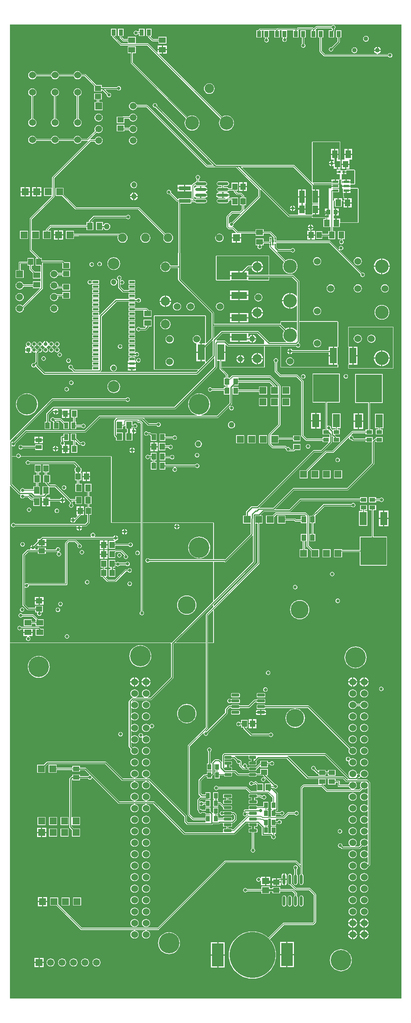
<source format=gbr>
G04 Layer_Physical_Order=6*
G04 Layer_Color=16711680*
%FSLAX26Y26*%
%MOIN*%
%TF.FileFunction,Copper,L6,Bot,Signal*%
%TF.Part,Single*%
G01*
G75*
%TA.AperFunction,SMDPad,CuDef*%
%ADD14R,0.057087X0.045276*%
%ADD15R,0.049213X0.059055*%
%ADD16R,0.059055X0.049213*%
%ADD17R,0.228346X0.244095*%
%ADD18R,0.062992X0.118110*%
%ADD19R,0.051181X0.033465*%
%ADD21R,0.102362X0.037402*%
G04:AMPARAMS|DCode=22|XSize=25.591mil|YSize=64.961mil|CornerRadius=1.919mil|HoleSize=0mil|Usage=FLASHONLY|Rotation=90.000|XOffset=0mil|YOffset=0mil|HoleType=Round|Shape=RoundedRectangle|*
%AMROUNDEDRECTD22*
21,1,0.025591,0.061122,0,0,90.0*
21,1,0.021752,0.064961,0,0,90.0*
1,1,0.003839,0.030561,0.010876*
1,1,0.003839,0.030561,-0.010876*
1,1,0.003839,-0.030561,-0.010876*
1,1,0.003839,-0.030561,0.010876*
%
%ADD22ROUNDEDRECTD22*%
%ADD23R,0.033465X0.051181*%
%ADD24R,0.045276X0.057087*%
%ADD25R,0.041339X0.055118*%
%TA.AperFunction,Conductor*%
%ADD26C,0.010000*%
%ADD27C,0.008000*%
%ADD28C,0.019685*%
%TA.AperFunction,ComponentPad*%
%ADD29C,0.060000*%
%ADD30C,0.032500*%
%ADD31R,0.032500X0.032500*%
%ADD32C,0.100000*%
%ADD33C,0.047000*%
%ADD34R,0.060000X0.060000*%
%ADD35C,0.078740*%
%ADD36C,0.078740*%
%ADD37C,0.040000*%
%ADD38C,0.082000*%
%ADD39C,0.120000*%
%ADD40C,0.118110*%
%ADD41C,0.059055*%
%ADD42R,0.059055X0.059055*%
%ADD43C,0.047244*%
%TA.AperFunction,ViaPad*%
%ADD44C,0.060000*%
%TA.AperFunction,ComponentPad*%
%ADD45C,0.157000*%
%ADD46C,0.180000*%
%ADD47C,0.074803*%
%ADD48C,0.062992*%
%ADD49R,0.062992X0.062992*%
%TA.AperFunction,ViaPad*%
%ADD50C,0.027559*%
%ADD51C,0.050000*%
%TA.AperFunction,SMDPad,CuDef*%
%ADD52R,0.049500X0.024000*%
%ADD53R,0.098425X0.200787*%
%ADD54C,0.401575*%
%ADD55R,0.053150X0.037402*%
%ADD56R,0.037402X0.053150*%
%ADD57R,0.045276X0.106299*%
%ADD58R,0.045276X0.070866*%
%ADD59R,0.137795X0.062992*%
%ADD60R,0.062992X0.137795*%
%ADD61R,0.051181X0.021654*%
%ADD62R,0.023622X0.019685*%
%ADD63R,0.035433X0.039370*%
%ADD64O,0.098425X0.027559*%
G04:AMPARAMS|DCode=65|XSize=23.622mil|YSize=57.087mil|CornerRadius=2.008mil|HoleSize=0mil|Usage=FLASHONLY|Rotation=90.000|XOffset=0mil|YOffset=0mil|HoleType=Round|Shape=RoundedRectangle|*
%AMROUNDEDRECTD65*
21,1,0.023622,0.053071,0,0,90.0*
21,1,0.019606,0.057087,0,0,90.0*
1,1,0.004016,0.026535,0.009803*
1,1,0.004016,0.026535,-0.009803*
1,1,0.004016,-0.026535,-0.009803*
1,1,0.004016,-0.026535,0.009803*
%
%ADD65ROUNDEDRECTD65*%
%ADD66R,0.061024X0.053150*%
%ADD67R,0.055118X0.041339*%
%ADD68R,0.011811X0.017716*%
%ADD69O,0.023622X0.086614*%
G36*
X1606220Y-3660530D02*
X1606220Y-3713662D01*
X1618776Y-3713662D01*
X1618776Y-3721378D01*
X1606222Y-3721378D01*
X1606222Y-3782559D01*
X1649686Y-3782559D01*
X1649686Y-3757405D01*
X1689745Y-3757405D01*
X1689745Y-3758032D01*
X1690289Y-3760766D01*
X1691838Y-3763084D01*
X1694156Y-3764633D01*
X1696890Y-3765177D01*
X1749961Y-3765177D01*
X1752696Y-3764633D01*
X1755014Y-3763084D01*
X1756563Y-3760766D01*
X1757107Y-3758032D01*
X1757107Y-3738426D01*
X1760830Y-3733763D01*
X1781493Y-3733763D01*
X1803168Y-3755439D01*
X1806476Y-3757649D01*
X1810378Y-3758425D01*
X1904389Y-3758425D01*
X1904855Y-3760766D01*
X1906404Y-3763084D01*
X1908722Y-3764633D01*
X1911457Y-3765177D01*
X1964527Y-3765177D01*
X1967262Y-3764633D01*
X1969580Y-3763084D01*
X1971129Y-3760766D01*
X1971672Y-3758032D01*
X1971672Y-3757405D01*
X2017518Y-3757405D01*
X2021030Y-3756707D01*
X2022113Y-3755983D01*
X2028057Y-3755983D01*
X2030192Y-3759179D01*
X2044251Y-3773237D01*
X2041064Y-3777121D01*
X2037705Y-3774877D01*
X2030378Y-3773420D01*
X2023051Y-3774877D01*
X2016839Y-3779028D01*
X2012688Y-3785240D01*
X2011230Y-3792567D01*
X2012688Y-3799894D01*
X2016839Y-3806106D01*
X2023051Y-3810257D01*
X2030378Y-3811714D01*
X2037705Y-3810257D01*
X2043917Y-3806106D01*
X2048068Y-3799894D01*
X2049525Y-3792567D01*
X2048068Y-3785240D01*
X2045824Y-3781881D01*
X2049708Y-3778694D01*
X2093088Y-3822074D01*
X2091175Y-3826694D01*
X2045196Y-3826694D01*
X2045196Y-3892391D01*
X2029606Y-3892391D01*
X2029606Y-3826694D01*
X1987072Y-3826694D01*
X1969685Y-3809306D01*
X1966707Y-3807317D01*
X1963196Y-3806619D01*
X1959684Y-3807317D01*
X1956707Y-3809306D01*
X1949395Y-3816619D01*
X1942896Y-3816619D01*
X1939981Y-3812256D01*
X1933769Y-3808105D01*
X1926442Y-3806648D01*
X1919114Y-3808105D01*
X1912903Y-3812256D01*
X1908752Y-3818468D01*
X1907294Y-3825795D01*
X1908752Y-3833122D01*
X1912903Y-3839334D01*
X1919114Y-3843485D01*
X1926442Y-3844942D01*
X1933769Y-3843485D01*
X1939981Y-3839334D01*
X1942896Y-3834971D01*
X1953196Y-3834971D01*
X1956707Y-3834273D01*
X1959685Y-3832284D01*
X1963196Y-3828772D01*
X1974330Y-3839906D01*
X1974330Y-3892391D01*
X1925179Y-3892391D01*
X1892094Y-3859306D01*
X1889118Y-3857317D01*
X1885606Y-3856619D01*
X1637896Y-3856619D01*
X1634981Y-3852256D01*
X1628769Y-3848105D01*
X1621442Y-3846648D01*
X1614114Y-3848105D01*
X1607903Y-3852256D01*
X1603752Y-3858468D01*
X1602294Y-3865795D01*
X1603752Y-3873122D01*
X1607903Y-3879334D01*
X1614114Y-3883485D01*
X1621442Y-3884942D01*
X1628769Y-3883485D01*
X1634981Y-3879334D01*
X1637896Y-3874971D01*
X1881805Y-3874971D01*
X1914889Y-3908056D01*
X1917866Y-3910045D01*
X1921378Y-3910743D01*
X2071279Y-3910743D01*
X2110904Y-3950368D01*
X2110904Y-3987128D01*
X2098348Y-3987128D01*
X2098348Y-4048309D01*
X2104975Y-4048309D01*
X2107964Y-4052863D01*
X2106241Y-4056024D01*
X2098346Y-4056024D01*
X2098346Y-4115031D01*
X2074880Y-4115031D01*
X2074880Y-4056024D01*
X2066883Y-4056024D01*
X2063444Y-4052026D01*
X2064306Y-4048309D01*
X2074882Y-4048309D01*
X2074882Y-3987128D01*
X2031418Y-3987128D01*
X2031418Y-4026474D01*
X2030453Y-4027439D01*
X1979546Y-4027439D01*
X1979546Y-4025739D01*
X1979009Y-4023039D01*
X1977479Y-4020750D01*
X1975191Y-4019221D01*
X1972491Y-4018684D01*
X1911369Y-4018684D01*
X1908669Y-4019221D01*
X1906380Y-4020750D01*
X1904851Y-4023039D01*
X1904314Y-4025739D01*
X1904314Y-4047491D01*
X1904425Y-4048049D01*
X1901577Y-4052471D01*
X1900747Y-4053049D01*
X1871748Y-4053049D01*
X1867846Y-4053825D01*
X1864538Y-4056035D01*
X1862328Y-4059343D01*
X1861552Y-4063245D01*
X1862328Y-4067147D01*
X1862572Y-4067511D01*
X1862572Y-4076113D01*
X1858209Y-4079028D01*
X1854058Y-4085240D01*
X1852601Y-4092567D01*
X1854058Y-4099894D01*
X1858209Y-4106106D01*
X1864420Y-4110257D01*
X1871748Y-4111714D01*
X1879075Y-4110257D01*
X1885287Y-4106106D01*
X1889438Y-4099894D01*
X1890254Y-4095791D01*
X1899371Y-4095791D01*
X1900221Y-4097456D01*
X1900233Y-4097850D01*
X1897426Y-4102978D01*
X1896866Y-4103089D01*
X1893889Y-4105078D01*
X1771529Y-4227439D01*
X1757104Y-4227439D01*
X1757104Y-4225739D01*
X1756567Y-4223039D01*
X1755037Y-4220750D01*
X1752749Y-4219221D01*
X1750049Y-4218684D01*
X1728664Y-4218684D01*
X1728664Y-4204546D01*
X1750049Y-4204546D01*
X1752749Y-4204009D01*
X1755037Y-4202480D01*
X1756567Y-4200191D01*
X1757104Y-4197491D01*
X1757104Y-4175739D01*
X1761270Y-4171763D01*
X1764378Y-4171763D01*
X1768280Y-4170987D01*
X1771588Y-4168777D01*
X1795588Y-4144777D01*
X1797798Y-4141469D01*
X1798574Y-4137567D01*
X1798574Y-4103567D01*
X1797798Y-4099665D01*
X1795588Y-4096357D01*
X1779588Y-4080357D01*
X1776280Y-4078147D01*
X1772378Y-4077371D01*
X1757104Y-4077371D01*
X1757104Y-4075739D01*
X1756567Y-4073039D01*
X1755037Y-4070750D01*
X1752749Y-4069221D01*
X1750049Y-4068684D01*
X1688927Y-4068684D01*
X1686227Y-4069221D01*
X1683938Y-4070750D01*
X1682532Y-4072855D01*
X1678075Y-4069877D01*
X1670748Y-4068420D01*
X1663420Y-4069877D01*
X1657209Y-4074028D01*
X1653058Y-4080240D01*
X1651601Y-4087567D01*
X1653058Y-4094894D01*
X1657209Y-4101106D01*
X1663420Y-4105257D01*
X1670748Y-4106714D01*
X1678075Y-4105257D01*
X1683412Y-4101691D01*
X1683938Y-4102480D01*
X1686227Y-4104009D01*
X1688927Y-4104546D01*
X1750049Y-4104546D01*
X1752749Y-4104009D01*
X1755037Y-4102480D01*
X1756567Y-4100191D01*
X1757050Y-4097763D01*
X1768155Y-4097763D01*
X1778182Y-4107790D01*
X1778182Y-4133344D01*
X1761747Y-4149779D01*
X1757413Y-4147644D01*
X1757104Y-4147351D01*
X1757104Y-4125739D01*
X1756567Y-4123039D01*
X1755037Y-4120750D01*
X1752749Y-4119221D01*
X1750049Y-4118684D01*
X1688927Y-4118684D01*
X1686227Y-4119221D01*
X1683938Y-4120750D01*
X1682409Y-4123039D01*
X1681872Y-4125739D01*
X1681872Y-4127439D01*
X1637874Y-4127439D01*
X1637874Y-4103269D01*
X1625318Y-4103269D01*
X1625318Y-4097517D01*
X1637874Y-4097517D01*
X1637874Y-4036336D01*
X1594410Y-4036336D01*
X1594410Y-4083071D01*
X1589410Y-4084588D01*
X1588588Y-4083357D01*
X1573588Y-4068357D01*
X1572271Y-4067477D01*
X1571029Y-4066494D01*
X1570944Y-4066470D01*
X1570944Y-4036336D01*
X1527480Y-4036336D01*
X1527480Y-4055785D01*
X1498076Y-4055785D01*
X1497791Y-4055358D01*
X1491579Y-4051207D01*
X1484252Y-4049750D01*
X1481543Y-4050288D01*
X1477574Y-4046805D01*
X1477574Y-4020845D01*
X1482574Y-4018173D01*
X1484799Y-4019659D01*
X1492126Y-4021116D01*
X1499453Y-4019659D01*
X1505665Y-4015508D01*
X1509816Y-4009296D01*
X1509840Y-4009175D01*
X1527480Y-4009175D01*
X1527480Y-4030590D01*
X1570944Y-4030590D01*
X1570944Y-3969409D01*
X1527480Y-3969409D01*
X1527480Y-3990823D01*
X1507264Y-3990823D01*
X1505665Y-3988430D01*
X1499453Y-3984279D01*
X1492126Y-3982822D01*
X1484799Y-3984279D01*
X1482574Y-3985765D01*
X1477574Y-3983093D01*
X1477574Y-3974790D01*
X1488601Y-3963763D01*
X1549214Y-3963763D01*
X1549734Y-3963660D01*
X1570946Y-3963660D01*
X1570946Y-3902479D01*
X1527482Y-3902479D01*
X1527482Y-3922371D01*
X1498601Y-3922371D01*
X1486574Y-3910344D01*
X1486574Y-3804790D01*
X1521325Y-3770039D01*
X1535457Y-3767507D01*
X1539292Y-3770715D01*
X1539292Y-3782559D01*
X1582756Y-3782559D01*
X1582756Y-3762290D01*
X1584280Y-3761987D01*
X1587588Y-3759777D01*
X1597588Y-3749777D01*
X1599798Y-3746469D01*
X1600574Y-3742567D01*
X1600574Y-3658289D01*
X1601220Y-3657858D01*
X1606220Y-3660530D01*
X1606220Y-3660530D02*
G37*
G36*
X2323182Y121517D02*
X2318182Y119728D01*
X2312845Y126231D01*
X2302330Y134860D01*
X2290334Y141273D01*
X2277317Y145221D01*
X2268780Y146062D01*
X2268780Y77165D01*
X2258780Y77165D01*
X2258780Y146062D01*
X2250242Y145221D01*
X2237225Y141273D01*
X2225229Y134860D01*
X2222634Y132730D01*
X2185039Y170325D01*
X2185039Y194882D01*
X2323182Y194882D01*
X2323182Y121517D01*
X2323182Y121517D02*
G37*
G36*
X2769763Y-3787371D02*
X2767692Y-3792371D01*
X2759601Y-3792371D01*
X2737588Y-3770357D01*
X2734280Y-3768147D01*
X2730378Y-3767371D01*
X2422601Y-3767371D01*
X2246588Y-3591357D01*
X2244201Y-3589763D01*
X2244852Y-3585215D01*
X2245033Y-3584763D01*
X2567155Y-3584763D01*
X2769763Y-3787371D01*
X2769763Y-3787371D02*
G37*
G36*
X2884398Y-3815946D02*
X2884664Y-3817763D01*
X2879176Y-3824916D01*
X2875649Y-3833430D01*
X2874446Y-3842567D01*
X2875649Y-3851704D01*
X2879176Y-3860218D01*
X2881735Y-3863554D01*
X2864703Y-3880587D01*
X2822485Y-3880587D01*
X2821491Y-3875587D01*
X2827399Y-3873139D01*
X2834710Y-3867529D01*
X2840320Y-3860218D01*
X2843847Y-3851704D01*
X2845050Y-3842567D01*
X2843847Y-3833430D01*
X2840320Y-3824916D01*
X2834832Y-3817763D01*
X2835097Y-3815946D01*
X2836178Y-3812763D01*
X2883318Y-3812763D01*
X2884398Y-3815946D01*
X2884398Y-3815946D02*
G37*
G36*
X2748168Y-3809777D02*
X2751476Y-3811987D01*
X2755378Y-3812763D01*
X2783318Y-3812763D01*
X2784398Y-3815946D01*
X2784664Y-3817763D01*
X2779176Y-3824916D01*
X2775649Y-3833430D01*
X2775142Y-3837281D01*
X2698152Y-3837281D01*
X2698152Y-3811023D01*
X2697454Y-3807511D01*
X2695465Y-3804534D01*
X2692488Y-3802545D01*
X2688976Y-3801847D01*
X2660511Y-3801847D01*
X2660511Y-3787763D01*
X2726155Y-3787763D01*
X2748168Y-3809777D01*
X2748168Y-3809777D02*
G37*
G36*
X2076772Y604683D02*
X1899764Y604683D01*
X1899764Y635983D01*
X1883314Y635983D01*
X1881400Y640602D01*
X1904225Y663427D01*
X1929892Y663427D01*
X1930247Y660734D01*
X1935222Y648724D01*
X1943135Y638411D01*
X1953448Y630497D01*
X1965458Y625523D01*
X1973346Y624484D01*
X1973346Y673622D01*
X1973346Y722760D01*
X1965458Y721721D01*
X1953448Y716747D01*
X1943135Y708833D01*
X1935222Y698520D01*
X1930247Y686510D01*
X1929893Y683819D01*
X1900002Y683819D01*
X1896100Y683043D01*
X1892792Y680833D01*
X1847943Y635983D01*
X1825866Y635983D01*
X1825866Y594488D01*
X1820866Y594488D01*
X1820866Y589488D01*
X1741968Y589488D01*
X1741968Y559055D01*
X1624016Y559055D01*
X1624015Y765748D01*
X2076771Y765748D01*
X2076772Y604683D01*
X2076772Y604683D02*
G37*
G36*
X2076772Y559055D02*
X1899764Y559055D01*
X1899764Y584291D01*
X2076772Y584291D01*
X2076772Y559055D01*
X2076772Y559055D02*
G37*
G36*
X-118661Y-980315D02*
X-114791Y-986106D01*
X-108579Y-990257D01*
X-101252Y-991714D01*
X-93925Y-990257D01*
X-87713Y-986106D01*
X-83843Y-980315D01*
X704725Y-980315D01*
X704724Y-1557087D01*
X964202Y-1557087D01*
X964202Y-2327113D01*
X959839Y-2330028D01*
X955688Y-2336240D01*
X954231Y-2343567D01*
X955688Y-2350894D01*
X959839Y-2357106D01*
X966051Y-2361257D01*
X973378Y-2362714D01*
X980705Y-2361257D01*
X986917Y-2357106D01*
X991068Y-2350894D01*
X992525Y-2343567D01*
X991068Y-2336240D01*
X986917Y-2330028D01*
X982554Y-2327113D01*
X982554Y-1557087D01*
X1594488Y-1557087D01*
X1594488Y-1874371D01*
X1039521Y-1874371D01*
X1037287Y-1871028D01*
X1031075Y-1866877D01*
X1023748Y-1865420D01*
X1016420Y-1866877D01*
X1010209Y-1871028D01*
X1006058Y-1877240D01*
X1004601Y-1884567D01*
X1006058Y-1891894D01*
X1010209Y-1898106D01*
X1016420Y-1902257D01*
X1023748Y-1903714D01*
X1031075Y-1902257D01*
X1037287Y-1898106D01*
X1039521Y-1894763D01*
X1594488Y-1894763D01*
X1594488Y-2239658D01*
X1235720Y-2598425D01*
X-177165Y-2598425D01*
X-177165Y-1235976D01*
X-172546Y-1234062D01*
X-98832Y-1307777D01*
X-95524Y-1309987D01*
X-91622Y-1310763D01*
X-86148Y-1310763D01*
X-83476Y-1315763D01*
X-84620Y-1317476D01*
X-86078Y-1324803D01*
X-84620Y-1332130D01*
X-80469Y-1338342D01*
X-74257Y-1342493D01*
X-66930Y-1343950D01*
X-59603Y-1342493D01*
X-53391Y-1338342D01*
X-50476Y-1333979D01*
X-17581Y-1333979D01*
X3811Y-1355372D01*
X6788Y-1357361D01*
X10300Y-1358059D01*
X26494Y-1358059D01*
X26494Y-1408938D01*
X85706Y-1408938D01*
X85706Y-1339883D01*
X36383Y-1339883D01*
X35494Y-1339707D01*
X14101Y-1339707D01*
X-7292Y-1318314D01*
X-10268Y-1316325D01*
X-13095Y-1315763D01*
X-12603Y-1310763D01*
X8155Y-1310763D01*
X28168Y-1330777D01*
X31476Y-1332987D01*
X35378Y-1333763D01*
X99634Y-1333763D01*
X104169Y-1334884D01*
X104170Y-1338763D01*
X104170Y-1369411D01*
X133776Y-1369411D01*
X133776Y-1334883D01*
X131801Y-1334883D01*
X130762Y-1333366D01*
X129883Y-1329883D01*
X145989Y-1313777D01*
X148200Y-1310469D01*
X148505Y-1308937D01*
X168386Y-1308937D01*
X168386Y-1244763D01*
X215155Y-1244763D01*
X337242Y-1366851D01*
X347816Y-1377424D01*
X347816Y-1389864D01*
X344473Y-1392098D01*
X340322Y-1398310D01*
X338865Y-1405637D01*
X340322Y-1412964D01*
X344473Y-1419176D01*
X350685Y-1423327D01*
X358012Y-1424784D01*
X365339Y-1423327D01*
X371551Y-1419176D01*
X375702Y-1412964D01*
X377159Y-1405637D01*
X375702Y-1398310D01*
X371551Y-1392098D01*
X368208Y-1389864D01*
X368208Y-1373201D01*
X372434Y-1368817D01*
X393030Y-1368817D01*
X393030Y-1394168D01*
X452242Y-1394168D01*
X452242Y-1325113D01*
X393030Y-1325113D01*
X393030Y-1350465D01*
X349695Y-1350465D01*
X226588Y-1227357D01*
X223280Y-1225147D01*
X219378Y-1224371D01*
X171925Y-1224371D01*
X159928Y-1212374D01*
X161841Y-1207755D01*
X173308Y-1207755D01*
X173308Y-1138699D01*
X146972Y-1138699D01*
X146972Y-1116220D01*
X165434Y-1116220D01*
X165434Y-1049134D01*
X110158Y-1049134D01*
X110158Y-1116220D01*
X128620Y-1116220D01*
X128620Y-1138699D01*
X114096Y-1138699D01*
X114096Y-1207755D01*
X133506Y-1207755D01*
X133506Y-1210567D01*
X134282Y-1214469D01*
X136492Y-1217777D01*
X153978Y-1235262D01*
X152064Y-1239881D01*
X109174Y-1239881D01*
X109174Y-1308936D01*
X109174Y-1308936D01*
X107808Y-1313371D01*
X87073Y-1313371D01*
X85708Y-1308936D01*
X85708Y-1308936D01*
X85708Y-1239881D01*
X70200Y-1239881D01*
X70200Y-1207755D01*
X90630Y-1207755D01*
X90630Y-1138699D01*
X76106Y-1138699D01*
X76106Y-1116220D01*
X94568Y-1116220D01*
X94568Y-1049134D01*
X39292Y-1049134D01*
X39292Y-1116220D01*
X57754Y-1116220D01*
X57754Y-1138699D01*
X31418Y-1138699D01*
X31418Y-1207755D01*
X51848Y-1207755D01*
X51848Y-1239881D01*
X26496Y-1239881D01*
X26496Y-1264447D01*
X-50476Y-1264447D01*
X-53391Y-1260084D01*
X-59603Y-1255933D01*
X-66930Y-1254476D01*
X-74257Y-1255933D01*
X-80469Y-1260084D01*
X-84620Y-1266296D01*
X-86078Y-1273623D01*
X-84620Y-1280950D01*
X-82643Y-1283910D01*
X-84888Y-1288774D01*
X-88558Y-1289212D01*
X-160426Y-1217344D01*
X-160426Y-980315D01*
X-118661Y-980315D01*
X-118661Y-980315D02*
G37*
G36*
X1594488Y-2322659D02*
X1594488Y-2598425D01*
X1548546Y-2598425D01*
X1548546Y-2362068D01*
X1589869Y-2320745D01*
X1594488Y-2322659D01*
X1594488Y-2322659D02*
G37*
G36*
X1594488Y-2275029D02*
X1594488Y-2290172D01*
X1532881Y-2351778D01*
X1530892Y-2354755D01*
X1530194Y-2358267D01*
X1530194Y-2598425D01*
X1271092Y-2598425D01*
X1269178Y-2593806D01*
X1589869Y-2273115D01*
X1594488Y-2275029D01*
X1594488Y-2275029D02*
G37*
G36*
X2595393Y-3834722D02*
X2660511Y-3834722D01*
X2660511Y-3820199D01*
X2679800Y-3820199D01*
X2679800Y-3846457D01*
X2680498Y-3849969D01*
X2682487Y-3852946D01*
X2685464Y-3854935D01*
X2688976Y-3855633D01*
X2777277Y-3855633D01*
X2779176Y-3860218D01*
X2784786Y-3867529D01*
X2792097Y-3873139D01*
X2798005Y-3875587D01*
X2797011Y-3880587D01*
X2590415Y-3880587D01*
X2552482Y-3842654D01*
X2552482Y-3834724D01*
X2575865Y-3834724D01*
X2575865Y-3787763D01*
X2595393Y-3787763D01*
X2595393Y-3834722D01*
X2595393Y-3834722D02*
G37*
G36*
X1716126Y-17565D02*
X1719434Y-19775D01*
X1723336Y-20551D01*
X2037401Y-20551D01*
X2037401Y-198819D01*
X1668626Y-198819D01*
X1668626Y-149765D01*
X1700946Y-149765D01*
X1700946Y-75867D01*
X1659450Y-75867D01*
X1659450Y-65867D01*
X1700946Y-65867D01*
X1700946Y-8917D01*
X1705565Y-7004D01*
X1716126Y-17565D01*
X1716126Y-17565D02*
G37*
G36*
X1525591Y8031D02*
X1495160Y8031D01*
X1495160Y-70867D01*
X1495160Y-149765D01*
X1525591Y-149765D01*
X1525591Y-164935D01*
X1472022Y-218504D01*
X1082677Y-218504D01*
X1082677Y244094D01*
X1525591Y244094D01*
X1525591Y8031D01*
X1525591Y8031D02*
G37*
G36*
X2677165Y-21497D02*
X2646732Y-21497D01*
X2646732Y-100395D01*
X2646732Y-179293D01*
X2677165Y-179293D01*
X2677165Y-198819D01*
X2185039Y-198819D01*
X2185039Y-20551D01*
X2317605Y-20551D01*
X2319839Y-23894D01*
X2326050Y-28045D01*
X2333378Y-29502D01*
X2340705Y-28045D01*
X2346917Y-23894D01*
X2351068Y-17682D01*
X2352525Y-10355D01*
X2351068Y-3028D01*
X2346917Y3184D01*
X2340705Y7335D01*
X2338257Y7822D01*
X2336611Y13247D01*
X2340588Y17223D01*
X2342798Y20531D01*
X2343574Y24433D01*
X2343574Y194882D01*
X2677165Y194882D01*
X2677165Y-21497D01*
X2677165Y-21497D02*
G37*
G36*
X1590182Y27747D02*
X1590182Y-100344D01*
X1535622Y-154904D01*
X1531003Y-152990D01*
X1531003Y-149765D01*
X1529418Y-145938D01*
X1526716Y-144819D01*
X1526715Y-144818D01*
X1526656Y-144764D01*
X1526656Y-140172D01*
X1526656Y-28708D01*
X1585182Y29818D01*
X1590182Y27747D01*
X1590182Y27747D02*
G37*
G36*
X1939364Y-1668071D02*
X1939364Y-1894782D01*
X1604519Y-2229626D01*
X1599900Y-2227713D01*
X1599900Y-1894763D01*
X1689155Y-1894763D01*
X1690168Y-1895777D01*
X1693476Y-1897987D01*
X1697378Y-1898763D01*
X1701280Y-1897987D01*
X1704588Y-1895777D01*
X1934364Y-1666000D01*
X1939364Y-1668071D01*
X1939364Y-1668071D02*
G37*
G36*
X2211767Y114759D02*
X2210262Y112925D01*
X2204314Y101797D01*
X2200651Y89722D01*
X2199414Y77165D01*
X2200651Y64608D01*
X2204314Y52534D01*
X2210262Y41406D01*
X2218267Y31652D01*
X2228020Y23648D01*
X2231797Y21629D01*
X2230545Y16629D01*
X2084601Y16629D01*
X1989588Y111643D01*
X1986280Y113853D01*
X1982378Y114629D01*
X1670378Y114629D01*
X1666476Y113853D01*
X1663168Y111643D01*
X1604944Y53418D01*
X1599944Y55489D01*
X1599944Y157127D01*
X2169399Y157127D01*
X2211767Y114759D01*
X2211767Y114759D02*
G37*
G36*
X3233011Y2784362D02*
X3233012Y-5700788D01*
X-177165Y-5700788D01*
X-177165Y-2608837D01*
X-176247Y-2603837D01*
X1224248Y-2603837D01*
X1225259Y-2604777D01*
X1227649Y-2608837D01*
X1227182Y-2611187D01*
X1227182Y-2898344D01*
X1046155Y-3079371D01*
X1025420Y-3079371D01*
X1024426Y-3074371D01*
X1027399Y-3073139D01*
X1034710Y-3067529D01*
X1040320Y-3060218D01*
X1043847Y-3051704D01*
X1045050Y-3042567D01*
X1043847Y-3033430D01*
X1040320Y-3024916D01*
X1034710Y-3017605D01*
X1027399Y-3011995D01*
X1018885Y-3008468D01*
X1009748Y-3007265D01*
X1000611Y-3008468D01*
X992097Y-3011995D01*
X984786Y-3017605D01*
X979176Y-3024916D01*
X975649Y-3033430D01*
X974446Y-3042567D01*
X975649Y-3051704D01*
X979176Y-3060218D01*
X984786Y-3067529D01*
X992097Y-3073139D01*
X995071Y-3074371D01*
X994076Y-3079371D01*
X925420Y-3079371D01*
X924426Y-3074371D01*
X927399Y-3073139D01*
X934710Y-3067529D01*
X940320Y-3060218D01*
X943847Y-3051704D01*
X945050Y-3042567D01*
X943847Y-3033430D01*
X940320Y-3024916D01*
X934710Y-3017605D01*
X927399Y-3011995D01*
X918885Y-3008468D01*
X909748Y-3007265D01*
X900611Y-3008468D01*
X892097Y-3011995D01*
X884786Y-3017605D01*
X879176Y-3024916D01*
X875649Y-3033430D01*
X874446Y-3042567D01*
X875649Y-3051704D01*
X879176Y-3060218D01*
X884786Y-3067529D01*
X892097Y-3073139D01*
X895071Y-3074371D01*
X894076Y-3079371D01*
X892378Y-3079371D01*
X888476Y-3080147D01*
X885168Y-3082357D01*
X862168Y-3105357D01*
X859958Y-3108665D01*
X859182Y-3112567D01*
X859182Y-3502841D01*
X859958Y-3506743D01*
X862168Y-3510051D01*
X878548Y-3526431D01*
X875649Y-3533430D01*
X874446Y-3542567D01*
X875649Y-3551704D01*
X879176Y-3560218D01*
X884786Y-3567529D01*
X892097Y-3573139D01*
X900611Y-3576666D01*
X909748Y-3577869D01*
X918885Y-3576666D01*
X927399Y-3573139D01*
X934710Y-3567529D01*
X940320Y-3560218D01*
X943847Y-3551704D01*
X945050Y-3542567D01*
X943847Y-3533430D01*
X940320Y-3524916D01*
X934710Y-3517605D01*
X927399Y-3511995D01*
X918885Y-3508468D01*
X909748Y-3507265D01*
X900611Y-3508468D01*
X892701Y-3511745D01*
X879574Y-3498618D01*
X879574Y-3468515D01*
X884308Y-3466907D01*
X884786Y-3467529D01*
X892097Y-3473139D01*
X900611Y-3476666D01*
X909748Y-3477869D01*
X918885Y-3476666D01*
X927399Y-3473139D01*
X934710Y-3467529D01*
X940320Y-3460218D01*
X943847Y-3451704D01*
X945050Y-3442567D01*
X943847Y-3433430D01*
X940320Y-3424916D01*
X934710Y-3417605D01*
X927399Y-3411995D01*
X918885Y-3408468D01*
X909748Y-3407265D01*
X900611Y-3408468D01*
X892097Y-3411995D01*
X884786Y-3417605D01*
X884308Y-3418227D01*
X879574Y-3416619D01*
X879574Y-3368515D01*
X884308Y-3366907D01*
X884786Y-3367529D01*
X892097Y-3373139D01*
X900611Y-3376666D01*
X909748Y-3377869D01*
X918885Y-3376666D01*
X927399Y-3373139D01*
X934710Y-3367529D01*
X940320Y-3360218D01*
X943847Y-3351704D01*
X945050Y-3342567D01*
X943847Y-3333430D01*
X940320Y-3324916D01*
X934710Y-3317605D01*
X927399Y-3311995D01*
X918885Y-3308468D01*
X909748Y-3307265D01*
X900611Y-3308468D01*
X892097Y-3311995D01*
X884786Y-3317605D01*
X884308Y-3318227D01*
X879574Y-3316619D01*
X879574Y-3268515D01*
X884308Y-3266907D01*
X884786Y-3267529D01*
X892097Y-3273139D01*
X900611Y-3276666D01*
X909748Y-3277869D01*
X918885Y-3276666D01*
X927399Y-3273139D01*
X934710Y-3267529D01*
X940320Y-3260218D01*
X943847Y-3251704D01*
X945050Y-3242567D01*
X943847Y-3233430D01*
X940320Y-3224916D01*
X934710Y-3217605D01*
X927399Y-3211995D01*
X918885Y-3208468D01*
X909748Y-3207265D01*
X900611Y-3208468D01*
X892097Y-3211995D01*
X884786Y-3217605D01*
X884308Y-3218227D01*
X879574Y-3216619D01*
X879574Y-3168515D01*
X884308Y-3166907D01*
X884786Y-3167529D01*
X892097Y-3173139D01*
X900611Y-3176666D01*
X909748Y-3177869D01*
X918885Y-3176666D01*
X927399Y-3173139D01*
X934710Y-3167529D01*
X940320Y-3160218D01*
X943847Y-3151704D01*
X945050Y-3142567D01*
X943847Y-3133430D01*
X940320Y-3124916D01*
X934710Y-3117605D01*
X927399Y-3111995D01*
X918885Y-3108468D01*
X909748Y-3107265D01*
X900611Y-3108468D01*
X892097Y-3111995D01*
X889276Y-3114159D01*
X885972Y-3110392D01*
X896601Y-3099763D01*
X1050378Y-3099763D01*
X1054280Y-3098987D01*
X1057588Y-3096777D01*
X1244588Y-2909777D01*
X1246798Y-2906469D01*
X1247574Y-2902567D01*
X1247574Y-2615410D01*
X1262234Y-2600751D01*
X1267265Y-2602252D01*
X1268260Y-2602664D01*
X1269021Y-2603425D01*
X1270097Y-2603425D01*
X1271092Y-2603837D01*
X1530194Y-2603837D01*
X1530194Y-3338718D01*
X1375401Y-3493510D01*
X1373412Y-3496487D01*
X1372714Y-3499999D01*
X1372714Y-4098425D01*
X1373412Y-4101937D01*
X1375401Y-4104914D01*
X1412803Y-4142316D01*
X1415780Y-4144305D01*
X1419292Y-4145003D01*
X1527480Y-4145003D01*
X1527479Y-4164449D01*
X1522861Y-4165371D01*
X1376601Y-4165371D01*
X1364574Y-4153344D01*
X1364574Y-4110567D01*
X1363798Y-4106665D01*
X1361588Y-4103357D01*
X1043588Y-3785357D01*
X1040280Y-3783147D01*
X1036378Y-3782371D01*
X1013858Y-3782371D01*
X1013530Y-3777371D01*
X1018885Y-3776666D01*
X1027399Y-3773139D01*
X1034710Y-3767529D01*
X1040320Y-3760218D01*
X1043847Y-3751704D01*
X1045050Y-3742567D01*
X1043847Y-3733430D01*
X1040320Y-3724916D01*
X1034710Y-3717605D01*
X1027399Y-3711995D01*
X1018885Y-3708468D01*
X1009748Y-3707265D01*
X1000611Y-3708468D01*
X992097Y-3711995D01*
X984786Y-3717605D01*
X979176Y-3724916D01*
X975649Y-3733430D01*
X974446Y-3742567D01*
X975649Y-3751704D01*
X979176Y-3760218D01*
X984786Y-3767529D01*
X992097Y-3773139D01*
X1000611Y-3776666D01*
X1005966Y-3777371D01*
X1005638Y-3782371D01*
X913858Y-3782371D01*
X913530Y-3777371D01*
X918885Y-3776666D01*
X927399Y-3773139D01*
X934710Y-3767529D01*
X940320Y-3760218D01*
X943847Y-3751704D01*
X945050Y-3742567D01*
X943847Y-3733430D01*
X940320Y-3724916D01*
X934710Y-3717605D01*
X927399Y-3711995D01*
X918885Y-3708468D01*
X909748Y-3707265D01*
X900611Y-3708468D01*
X892097Y-3711995D01*
X884786Y-3717605D01*
X879176Y-3724916D01*
X875649Y-3733430D01*
X874446Y-3742567D01*
X875649Y-3751704D01*
X879176Y-3760218D01*
X884786Y-3767529D01*
X892097Y-3773139D01*
X900611Y-3776666D01*
X905966Y-3777371D01*
X905638Y-3782371D01*
X807601Y-3782371D01*
X665587Y-3640357D01*
X662280Y-3638147D01*
X658378Y-3637371D01*
X149284Y-3637371D01*
X145382Y-3638147D01*
X142074Y-3640357D01*
X118022Y-3664410D01*
X62441Y-3664410D01*
X62441Y-3734410D01*
X132441Y-3734410D01*
X132441Y-3678829D01*
X153507Y-3657763D01*
X654155Y-3657763D01*
X796168Y-3799777D01*
X799476Y-3801987D01*
X803378Y-3802763D01*
X905638Y-3802763D01*
X905966Y-3807763D01*
X900611Y-3808468D01*
X892097Y-3811995D01*
X884786Y-3817605D01*
X879176Y-3824916D01*
X875649Y-3833430D01*
X874446Y-3842567D01*
X875649Y-3851704D01*
X879176Y-3860218D01*
X884786Y-3867529D01*
X892097Y-3873139D01*
X900611Y-3876666D01*
X909748Y-3877869D01*
X918885Y-3876666D01*
X927399Y-3873139D01*
X934710Y-3867529D01*
X940320Y-3860218D01*
X943847Y-3851704D01*
X945050Y-3842567D01*
X943847Y-3833430D01*
X940320Y-3824916D01*
X934710Y-3817605D01*
X927399Y-3811995D01*
X918885Y-3808468D01*
X913530Y-3807763D01*
X913858Y-3802763D01*
X1005638Y-3802763D01*
X1005966Y-3807763D01*
X1000611Y-3808468D01*
X992097Y-3811995D01*
X984786Y-3817605D01*
X979176Y-3824916D01*
X975649Y-3833430D01*
X974446Y-3842567D01*
X975649Y-3851704D01*
X979176Y-3860218D01*
X984786Y-3867529D01*
X992097Y-3873139D01*
X1000611Y-3876666D01*
X1009748Y-3877869D01*
X1018885Y-3876666D01*
X1027399Y-3873139D01*
X1034710Y-3867529D01*
X1040320Y-3860218D01*
X1043847Y-3851704D01*
X1045050Y-3842567D01*
X1043847Y-3833430D01*
X1040320Y-3824916D01*
X1034710Y-3817605D01*
X1027399Y-3811995D01*
X1018885Y-3808468D01*
X1013530Y-3807763D01*
X1013858Y-3802763D01*
X1032155Y-3802763D01*
X1344182Y-4114790D01*
X1344182Y-4157567D01*
X1344958Y-4161469D01*
X1347168Y-4164777D01*
X1365168Y-4182777D01*
X1368476Y-4184987D01*
X1372378Y-4185763D01*
X1581378Y-4185763D01*
X1585280Y-4184987D01*
X1588588Y-4182777D01*
X1590601Y-4179763D01*
X1643378Y-4179763D01*
X1647280Y-4178987D01*
X1650588Y-4176777D01*
X1655601Y-4171763D01*
X1677706Y-4171763D01*
X1681872Y-4175739D01*
X1681872Y-4197491D01*
X1682409Y-4200191D01*
X1683938Y-4202480D01*
X1686227Y-4204009D01*
X1688927Y-4204546D01*
X1710312Y-4204546D01*
X1710312Y-4218684D01*
X1688927Y-4218684D01*
X1686227Y-4219221D01*
X1683938Y-4220750D01*
X1682409Y-4223039D01*
X1681872Y-4225739D01*
X1681872Y-4247491D01*
X1677642Y-4251371D01*
X1349601Y-4251371D01*
X1083588Y-3985357D01*
X1080280Y-3983147D01*
X1076378Y-3982371D01*
X1013858Y-3982371D01*
X1013530Y-3977371D01*
X1018885Y-3976666D01*
X1027399Y-3973139D01*
X1034710Y-3967529D01*
X1040320Y-3960218D01*
X1043847Y-3951704D01*
X1045050Y-3942567D01*
X1043847Y-3933430D01*
X1040320Y-3924916D01*
X1034710Y-3917605D01*
X1027399Y-3911995D01*
X1018885Y-3908468D01*
X1009748Y-3907265D01*
X1000611Y-3908468D01*
X992097Y-3911995D01*
X984786Y-3917605D01*
X979176Y-3924916D01*
X975649Y-3933430D01*
X974446Y-3942567D01*
X975649Y-3951704D01*
X979176Y-3960218D01*
X984786Y-3967529D01*
X992097Y-3973139D01*
X1000611Y-3976666D01*
X1005966Y-3977371D01*
X1005638Y-3982371D01*
X913858Y-3982371D01*
X913530Y-3977371D01*
X918885Y-3976666D01*
X927399Y-3973139D01*
X934710Y-3967529D01*
X940320Y-3960218D01*
X943847Y-3951704D01*
X945050Y-3942567D01*
X943847Y-3933430D01*
X940320Y-3924916D01*
X934710Y-3917605D01*
X927399Y-3911995D01*
X918885Y-3908468D01*
X909748Y-3907265D01*
X900611Y-3908468D01*
X892097Y-3911995D01*
X884786Y-3917605D01*
X879176Y-3924916D01*
X875649Y-3933430D01*
X874446Y-3942567D01*
X875649Y-3951704D01*
X879176Y-3960218D01*
X884786Y-3967529D01*
X892097Y-3973139D01*
X900611Y-3976666D01*
X905966Y-3977371D01*
X905638Y-3982371D01*
X777347Y-3982371D01*
X486587Y-3691611D01*
X483280Y-3689401D01*
X479378Y-3688625D01*
X434135Y-3688625D01*
X434135Y-3673152D01*
X369017Y-3673152D01*
X369017Y-3689645D01*
X232441Y-3689645D01*
X232441Y-3664410D01*
X162441Y-3664410D01*
X162441Y-3734410D01*
X232441Y-3734410D01*
X232441Y-3707997D01*
X369017Y-3707997D01*
X369017Y-3724490D01*
X434135Y-3724490D01*
X434135Y-3709017D01*
X475155Y-3709017D01*
X516322Y-3750184D01*
X514676Y-3755610D01*
X513051Y-3755933D01*
X506839Y-3760084D01*
X504605Y-3763427D01*
X434135Y-3763427D01*
X434135Y-3747954D01*
X369017Y-3747954D01*
X369017Y-3763427D01*
X363574Y-3763427D01*
X359672Y-3764203D01*
X356364Y-3766413D01*
X343420Y-3779357D01*
X341210Y-3782665D01*
X340434Y-3786567D01*
X340434Y-4204567D01*
X341210Y-4208469D01*
X343420Y-4211777D01*
X365197Y-4233553D01*
X365197Y-4289134D01*
X435197Y-4289134D01*
X435197Y-4219134D01*
X379616Y-4219134D01*
X360826Y-4200344D01*
X360826Y-4190653D01*
X365197Y-4189134D01*
X365826Y-4189134D01*
X435197Y-4189134D01*
X435197Y-4119134D01*
X365826Y-4119134D01*
X365197Y-4119134D01*
X360826Y-4117615D01*
X360826Y-3790941D01*
X364605Y-3787843D01*
X369017Y-3789670D01*
X369017Y-3799292D01*
X434135Y-3799292D01*
X434135Y-3783819D01*
X504605Y-3783819D01*
X506839Y-3787162D01*
X513051Y-3791313D01*
X520378Y-3792770D01*
X527705Y-3791313D01*
X533917Y-3787162D01*
X538068Y-3780950D01*
X538391Y-3779325D01*
X543817Y-3777679D01*
X765914Y-3999777D01*
X769222Y-4001987D01*
X773124Y-4002763D01*
X905638Y-4002763D01*
X905966Y-4007763D01*
X900611Y-4008468D01*
X892097Y-4011995D01*
X884786Y-4017605D01*
X879176Y-4024916D01*
X875649Y-4033430D01*
X874446Y-4042567D01*
X875649Y-4051704D01*
X879176Y-4060218D01*
X884786Y-4067529D01*
X892097Y-4073139D01*
X900611Y-4076666D01*
X909748Y-4077869D01*
X918885Y-4076666D01*
X927399Y-4073139D01*
X934710Y-4067529D01*
X940320Y-4060218D01*
X943847Y-4051704D01*
X945050Y-4042567D01*
X943847Y-4033430D01*
X940320Y-4024916D01*
X934710Y-4017605D01*
X927399Y-4011995D01*
X918885Y-4008468D01*
X913530Y-4007763D01*
X913858Y-4002763D01*
X1005638Y-4002763D01*
X1005966Y-4007763D01*
X1000611Y-4008468D01*
X992097Y-4011995D01*
X984786Y-4017605D01*
X979176Y-4024916D01*
X975649Y-4033430D01*
X974446Y-4042567D01*
X975649Y-4051704D01*
X979176Y-4060218D01*
X984786Y-4067529D01*
X992097Y-4073139D01*
X1000611Y-4076666D01*
X1009748Y-4077869D01*
X1018885Y-4076666D01*
X1027399Y-4073139D01*
X1034710Y-4067529D01*
X1040320Y-4060218D01*
X1043847Y-4051704D01*
X1045050Y-4042567D01*
X1043847Y-4033430D01*
X1040320Y-4024916D01*
X1034710Y-4017605D01*
X1027399Y-4011995D01*
X1018885Y-4008468D01*
X1013530Y-4007763D01*
X1013858Y-4002763D01*
X1072155Y-4002763D01*
X1338168Y-4268777D01*
X1341476Y-4270987D01*
X1345378Y-4271763D01*
X1777378Y-4271763D01*
X1781280Y-4270987D01*
X1784588Y-4268777D01*
X1881601Y-4171763D01*
X1900148Y-4171763D01*
X1904314Y-4175739D01*
X1904314Y-4197491D01*
X1904851Y-4200191D01*
X1906380Y-4202480D01*
X1908669Y-4204009D01*
X1911369Y-4204546D01*
X1926797Y-4204546D01*
X1926797Y-4218684D01*
X1911369Y-4218684D01*
X1908669Y-4219221D01*
X1906380Y-4220750D01*
X1904851Y-4223039D01*
X1904314Y-4225739D01*
X1904314Y-4247491D01*
X1904851Y-4250191D01*
X1906380Y-4252480D01*
X1908669Y-4254009D01*
X1911369Y-4254546D01*
X1932202Y-4254546D01*
X1932202Y-4393113D01*
X1927839Y-4396028D01*
X1923688Y-4402240D01*
X1922230Y-4409567D01*
X1923688Y-4416894D01*
X1927839Y-4423106D01*
X1934051Y-4427257D01*
X1941378Y-4428714D01*
X1948705Y-4427257D01*
X1954917Y-4423106D01*
X1959068Y-4416894D01*
X1960525Y-4409567D01*
X1959068Y-4402240D01*
X1954917Y-4396028D01*
X1950554Y-4393113D01*
X1950554Y-4254546D01*
X1972491Y-4254546D01*
X1975191Y-4254009D01*
X1977479Y-4252480D01*
X1979009Y-4250191D01*
X1979546Y-4247491D01*
X1979546Y-4225739D01*
X1979009Y-4223039D01*
X1977479Y-4220750D01*
X1975191Y-4219221D01*
X1972491Y-4218684D01*
X1957063Y-4218684D01*
X1957063Y-4204546D01*
X1972491Y-4204546D01*
X1975191Y-4204009D01*
X1977479Y-4202480D01*
X1979009Y-4200191D01*
X1979546Y-4197491D01*
X1979546Y-4177225D01*
X1983343Y-4175168D01*
X1984401Y-4175009D01*
X2016182Y-4206790D01*
X2016182Y-4270567D01*
X2016958Y-4274469D01*
X2019168Y-4277777D01*
X2022476Y-4279987D01*
X2026378Y-4280763D01*
X2093115Y-4280763D01*
X2101717Y-4289365D01*
X2100932Y-4293309D01*
X2102390Y-4300636D01*
X2106541Y-4306848D01*
X2112753Y-4310999D01*
X2120080Y-4312456D01*
X2127407Y-4310999D01*
X2133619Y-4306848D01*
X2137770Y-4300636D01*
X2139227Y-4293309D01*
X2137770Y-4285982D01*
X2133619Y-4279770D01*
X2129256Y-4276855D01*
X2129256Y-4264842D01*
X2141812Y-4264842D01*
X2141812Y-4203660D01*
X2098348Y-4203660D01*
X2098348Y-4259542D01*
X2097338Y-4260371D01*
X2074882Y-4260371D01*
X2074882Y-4203660D01*
X2064306Y-4203660D01*
X2063444Y-4199944D01*
X2066883Y-4195945D01*
X2074880Y-4195945D01*
X2074880Y-4134765D01*
X2079308Y-4133383D01*
X2093918Y-4133383D01*
X2098345Y-4134765D01*
X2098346Y-4138383D01*
X2098346Y-4195945D01*
X2141810Y-4195945D01*
X2141810Y-4175551D01*
X2158874Y-4175551D01*
X2164421Y-4179257D01*
X2171748Y-4180714D01*
X2179075Y-4179257D01*
X2185287Y-4175106D01*
X2189438Y-4168894D01*
X2190895Y-4161567D01*
X2189438Y-4154240D01*
X2185287Y-4148028D01*
X2179075Y-4143877D01*
X2171748Y-4142420D01*
X2164421Y-4143877D01*
X2158209Y-4148028D01*
X2154058Y-4154240D01*
X2153875Y-4155159D01*
X2141810Y-4155159D01*
X2141810Y-4134765D01*
X2146238Y-4133383D01*
X2210108Y-4133383D01*
X2213619Y-4132685D01*
X2216597Y-4130696D01*
X2252549Y-4094743D01*
X2303293Y-4094743D01*
X2306209Y-4099106D01*
X2312421Y-4103257D01*
X2319748Y-4104714D01*
X2327075Y-4103257D01*
X2333287Y-4099106D01*
X2337438Y-4092894D01*
X2338895Y-4085567D01*
X2337438Y-4078240D01*
X2333287Y-4072028D01*
X2327075Y-4067877D01*
X2319748Y-4066420D01*
X2312421Y-4067877D01*
X2306209Y-4072028D01*
X2303293Y-4076391D01*
X2248748Y-4076391D01*
X2245236Y-4077089D01*
X2242259Y-4079078D01*
X2206307Y-4115031D01*
X2141810Y-4115031D01*
X2141810Y-4096763D01*
X2177975Y-4096763D01*
X2180209Y-4100106D01*
X2186421Y-4104257D01*
X2193748Y-4105714D01*
X2201075Y-4104257D01*
X2207287Y-4100106D01*
X2211438Y-4093894D01*
X2212895Y-4086567D01*
X2211438Y-4079240D01*
X2207287Y-4073028D01*
X2201075Y-4068877D01*
X2193748Y-4067420D01*
X2186421Y-4068877D01*
X2180209Y-4073028D01*
X2177975Y-4076371D01*
X2141810Y-4076371D01*
X2141810Y-4065763D01*
X2147378Y-4065763D01*
X2151280Y-4064987D01*
X2154588Y-4062777D01*
X2156798Y-4059469D01*
X2157574Y-4055567D01*
X2157574Y-3914567D01*
X2156798Y-3910665D01*
X2154588Y-3907357D01*
X2113389Y-3866159D01*
X2115302Y-3861539D01*
X2121341Y-3861539D01*
X2124257Y-3865902D01*
X2130468Y-3870053D01*
X2137796Y-3871510D01*
X2145123Y-3870053D01*
X2151335Y-3865902D01*
X2155486Y-3859690D01*
X2156943Y-3852363D01*
X2155486Y-3845036D01*
X2151335Y-3838824D01*
X2145123Y-3834673D01*
X2137796Y-3833216D01*
X2133852Y-3834000D01*
X2060454Y-3760602D01*
X2062368Y-3755983D01*
X2070945Y-3755983D01*
X2070945Y-3700707D01*
X2003859Y-3700707D01*
X2003859Y-3739053D01*
X1971672Y-3739053D01*
X1971672Y-3738426D01*
X1971129Y-3735692D01*
X1969580Y-3733374D01*
X1967262Y-3731825D01*
X1964527Y-3731281D01*
X1911457Y-3731281D01*
X1908722Y-3731825D01*
X1906404Y-3733374D01*
X1904855Y-3735692D01*
X1904389Y-3738033D01*
X1814601Y-3738033D01*
X1792926Y-3716357D01*
X1789618Y-3714147D01*
X1785716Y-3713371D01*
X1760754Y-3713371D01*
X1760111Y-3712971D01*
X1757039Y-3708371D01*
X1757107Y-3708032D01*
X1757107Y-3688426D01*
X1756563Y-3685692D01*
X1755014Y-3683374D01*
X1752696Y-3681825D01*
X1749961Y-3681281D01*
X1738559Y-3681281D01*
X1738559Y-3665177D01*
X1749961Y-3665177D01*
X1752696Y-3664633D01*
X1755014Y-3663084D01*
X1756563Y-3660766D01*
X1757107Y-3658032D01*
X1757107Y-3638426D01*
X1756563Y-3635692D01*
X1755014Y-3633374D01*
X1752696Y-3631825D01*
X1749961Y-3631281D01*
X1696891Y-3631281D01*
X1694574Y-3629379D01*
X1694574Y-3617079D01*
X1696891Y-3615177D01*
X1749961Y-3615177D01*
X1752696Y-3614633D01*
X1755014Y-3613084D01*
X1756563Y-3610766D01*
X1757028Y-3608425D01*
X1772817Y-3608425D01*
X1796015Y-3631623D01*
X1795230Y-3635567D01*
X1796688Y-3642894D01*
X1800839Y-3649106D01*
X1807051Y-3653257D01*
X1814378Y-3654714D01*
X1817667Y-3654060D01*
X1821532Y-3657232D01*
X1821532Y-3671259D01*
X1822230Y-3674771D01*
X1824219Y-3677748D01*
X1851189Y-3704718D01*
X1854166Y-3706707D01*
X1857678Y-3707405D01*
X1904311Y-3707405D01*
X1904311Y-3708032D01*
X1904855Y-3710766D01*
X1906404Y-3713084D01*
X1908722Y-3714633D01*
X1911457Y-3715177D01*
X1964527Y-3715177D01*
X1967262Y-3714633D01*
X1969580Y-3713084D01*
X1971129Y-3710766D01*
X1971672Y-3708032D01*
X1971672Y-3704690D01*
X1999239Y-3677123D01*
X2003859Y-3679036D01*
X2003859Y-3685117D01*
X2070945Y-3685117D01*
X2070945Y-3660751D01*
X2089845Y-3660751D01*
X2092761Y-3665114D01*
X2098972Y-3669265D01*
X2106300Y-3670722D01*
X2113627Y-3669265D01*
X2119839Y-3665114D01*
X2123990Y-3658902D01*
X2125447Y-3651575D01*
X2123990Y-3644248D01*
X2119839Y-3638036D01*
X2113627Y-3633885D01*
X2106300Y-3632428D01*
X2098972Y-3633885D01*
X2092761Y-3638036D01*
X2089845Y-3642399D01*
X2070945Y-3642399D01*
X2070945Y-3629841D01*
X2003859Y-3629841D01*
X2003859Y-3648710D01*
X2002394Y-3649001D01*
X1999417Y-3650990D01*
X1968054Y-3682354D01*
X1967262Y-3681825D01*
X1964527Y-3681281D01*
X1911457Y-3681281D01*
X1908722Y-3681825D01*
X1906404Y-3683374D01*
X1904855Y-3685692D01*
X1904311Y-3688426D01*
X1904311Y-3689053D01*
X1895052Y-3689053D01*
X1894588Y-3688357D01*
X1887488Y-3681258D01*
X1889068Y-3678894D01*
X1890525Y-3671567D01*
X1889068Y-3664240D01*
X1884917Y-3658028D01*
X1878705Y-3653877D01*
X1871378Y-3652420D01*
X1864051Y-3653877D01*
X1857839Y-3658028D01*
X1853688Y-3664240D01*
X1852230Y-3671567D01*
X1852520Y-3673023D01*
X1847912Y-3675486D01*
X1839884Y-3667458D01*
X1839884Y-3631889D01*
X1839186Y-3628377D01*
X1837197Y-3625400D01*
X1834219Y-3623411D01*
X1830708Y-3622713D01*
X1828375Y-3622713D01*
X1827917Y-3622028D01*
X1821705Y-3617877D01*
X1814378Y-3616420D01*
X1810434Y-3617204D01*
X1784249Y-3591019D01*
X1782369Y-3589763D01*
X1783886Y-3584763D01*
X1899942Y-3584763D01*
X1904311Y-3588426D01*
X1904311Y-3608032D01*
X1904855Y-3610766D01*
X1906404Y-3613084D01*
X1908722Y-3614633D01*
X1911457Y-3615177D01*
X1922859Y-3615177D01*
X1922859Y-3631281D01*
X1911457Y-3631281D01*
X1908722Y-3631825D01*
X1906404Y-3633374D01*
X1904855Y-3635692D01*
X1904311Y-3638426D01*
X1904311Y-3658032D01*
X1904855Y-3660766D01*
X1906404Y-3663084D01*
X1908722Y-3664633D01*
X1911457Y-3665177D01*
X1964527Y-3665177D01*
X1967262Y-3664633D01*
X1969580Y-3663084D01*
X1971129Y-3660766D01*
X1971672Y-3658032D01*
X1971672Y-3638426D01*
X1971129Y-3635692D01*
X1969580Y-3633374D01*
X1969372Y-3631268D01*
X1991877Y-3608763D01*
X2235155Y-3608763D01*
X2411168Y-3784777D01*
X2414476Y-3786987D01*
X2418378Y-3787763D01*
X2510747Y-3787763D01*
X2510747Y-3834724D01*
X2506805Y-3837279D01*
X2381892Y-3837279D01*
X2378380Y-3837977D01*
X2375403Y-3839966D01*
X2355913Y-3859456D01*
X2353924Y-3862433D01*
X2353226Y-3865945D01*
X2353226Y-4525881D01*
X2348606Y-4527794D01*
X2322890Y-4502078D01*
X2319914Y-4500089D01*
X2316402Y-4499391D01*
X1698378Y-4499391D01*
X1694866Y-4500089D01*
X1691889Y-4502078D01*
X1109577Y-5084391D01*
X449729Y-5084391D01*
X242677Y-4877339D01*
X242677Y-4820315D01*
X172677Y-4820315D01*
X172677Y-4890315D01*
X229699Y-4890315D01*
X439439Y-5100056D01*
X442416Y-5102045D01*
X445928Y-5102743D01*
X905787Y-5102743D01*
X906115Y-5107743D01*
X900611Y-5108468D01*
X892097Y-5111995D01*
X884786Y-5117605D01*
X879176Y-5124916D01*
X875649Y-5133430D01*
X874446Y-5142567D01*
X875649Y-5151704D01*
X879176Y-5160218D01*
X884786Y-5167529D01*
X892097Y-5173139D01*
X900611Y-5176666D01*
X909748Y-5177869D01*
X918885Y-5176666D01*
X927399Y-5173139D01*
X934710Y-5167529D01*
X940320Y-5160218D01*
X943847Y-5151704D01*
X945050Y-5142567D01*
X943847Y-5133430D01*
X940320Y-5124916D01*
X934710Y-5117605D01*
X927399Y-5111995D01*
X918885Y-5108468D01*
X913381Y-5107743D01*
X913709Y-5102743D01*
X1005787Y-5102743D01*
X1006115Y-5107743D01*
X1000611Y-5108468D01*
X992097Y-5111995D01*
X984786Y-5117605D01*
X979176Y-5124916D01*
X975649Y-5133430D01*
X974446Y-5142567D01*
X975649Y-5151704D01*
X979176Y-5160218D01*
X984786Y-5167529D01*
X992097Y-5173139D01*
X1000611Y-5176666D01*
X1009748Y-5177869D01*
X1018885Y-5176666D01*
X1027399Y-5173139D01*
X1034710Y-5167529D01*
X1040320Y-5160218D01*
X1043847Y-5151704D01*
X1045050Y-5142567D01*
X1043847Y-5133430D01*
X1040320Y-5124916D01*
X1034710Y-5117605D01*
X1027399Y-5111995D01*
X1018885Y-5108468D01*
X1013381Y-5107743D01*
X1013709Y-5102743D01*
X1113378Y-5102743D01*
X1116889Y-5102045D01*
X1119867Y-5100056D01*
X1702179Y-4517743D01*
X2312601Y-4517743D01*
X2353226Y-4558368D01*
X2353226Y-4615834D01*
X2350282Y-4617801D01*
X2346566Y-4623362D01*
X2345262Y-4629921D01*
X2345262Y-4692913D01*
X2346566Y-4699472D01*
X2350282Y-4705033D01*
X2355843Y-4708749D01*
X2362402Y-4710053D01*
X2368961Y-4708749D01*
X2374522Y-4705033D01*
X2378238Y-4699472D01*
X2379542Y-4692913D01*
X2379542Y-4629921D01*
X2378238Y-4623362D01*
X2374522Y-4617801D01*
X2371578Y-4615834D01*
X2371578Y-4554567D01*
X2371578Y-3869746D01*
X2385693Y-3855631D01*
X2539505Y-3855631D01*
X2580125Y-3896252D01*
X2583102Y-3898241D01*
X2586614Y-3898939D01*
X2868504Y-3898939D01*
X2872015Y-3898241D01*
X2874992Y-3896252D01*
X2896345Y-3874899D01*
X2900611Y-3876666D01*
X2909748Y-3877869D01*
X2918885Y-3876666D01*
X2927399Y-3873139D01*
X2934710Y-3867529D01*
X2935447Y-3866569D01*
X2940182Y-3868176D01*
X2940182Y-3916958D01*
X2935447Y-3918565D01*
X2934710Y-3917605D01*
X2927399Y-3911995D01*
X2918885Y-3908468D01*
X2909748Y-3907265D01*
X2900611Y-3908468D01*
X2892097Y-3911995D01*
X2884786Y-3917605D01*
X2879176Y-3924916D01*
X2875649Y-3933430D01*
X2874446Y-3942567D01*
X2875649Y-3951704D01*
X2879176Y-3960218D01*
X2884786Y-3967529D01*
X2892097Y-3973139D01*
X2900611Y-3976666D01*
X2909748Y-3977869D01*
X2918885Y-3976666D01*
X2927399Y-3973139D01*
X2934710Y-3967529D01*
X2935447Y-3966569D01*
X2940182Y-3968176D01*
X2940182Y-4016958D01*
X2935447Y-4018565D01*
X2934710Y-4017605D01*
X2927399Y-4011995D01*
X2918885Y-4008468D01*
X2909748Y-4007265D01*
X2900611Y-4008468D01*
X2892097Y-4011995D01*
X2884786Y-4017605D01*
X2879176Y-4024916D01*
X2875649Y-4033430D01*
X2874446Y-4042567D01*
X2875649Y-4051704D01*
X2879176Y-4060218D01*
X2884786Y-4067529D01*
X2892097Y-4073139D01*
X2900611Y-4076666D01*
X2909748Y-4077869D01*
X2918885Y-4076666D01*
X2927399Y-4073139D01*
X2934710Y-4067529D01*
X2935447Y-4066569D01*
X2940182Y-4068176D01*
X2940182Y-4116958D01*
X2935447Y-4118565D01*
X2934710Y-4117605D01*
X2927399Y-4111995D01*
X2918885Y-4108468D01*
X2909748Y-4107265D01*
X2900611Y-4108468D01*
X2892097Y-4111995D01*
X2884786Y-4117605D01*
X2879176Y-4124916D01*
X2875649Y-4133430D01*
X2874446Y-4142567D01*
X2875649Y-4151704D01*
X2879176Y-4160218D01*
X2884786Y-4167529D01*
X2892097Y-4173139D01*
X2900611Y-4176666D01*
X2909748Y-4177869D01*
X2918885Y-4176666D01*
X2927399Y-4173139D01*
X2934710Y-4167529D01*
X2935447Y-4166569D01*
X2940182Y-4168176D01*
X2940182Y-4216958D01*
X2935447Y-4218565D01*
X2934710Y-4217605D01*
X2927399Y-4211995D01*
X2918885Y-4208468D01*
X2909748Y-4207265D01*
X2900611Y-4208468D01*
X2892097Y-4211995D01*
X2884786Y-4217605D01*
X2879176Y-4224916D01*
X2875649Y-4233430D01*
X2874446Y-4242567D01*
X2875649Y-4251704D01*
X2879176Y-4260218D01*
X2884786Y-4267529D01*
X2892097Y-4273139D01*
X2900611Y-4276666D01*
X2909748Y-4277869D01*
X2918885Y-4276666D01*
X2927399Y-4273139D01*
X2934710Y-4267529D01*
X2935447Y-4266569D01*
X2940182Y-4268176D01*
X2940182Y-4316958D01*
X2935447Y-4318565D01*
X2934710Y-4317605D01*
X2927399Y-4311995D01*
X2918885Y-4308468D01*
X2909748Y-4307265D01*
X2900611Y-4308468D01*
X2892097Y-4311995D01*
X2884786Y-4317605D01*
X2879176Y-4324916D01*
X2875649Y-4333430D01*
X2874446Y-4342567D01*
X2875649Y-4351704D01*
X2878751Y-4359193D01*
X2860573Y-4377371D01*
X2829700Y-4377371D01*
X2829298Y-4376632D01*
X2828400Y-4372371D01*
X2834710Y-4367529D01*
X2840320Y-4360218D01*
X2843847Y-4351704D01*
X2845050Y-4342567D01*
X2843847Y-4333430D01*
X2840320Y-4324916D01*
X2834710Y-4317605D01*
X2827399Y-4311995D01*
X2818885Y-4308468D01*
X2809748Y-4307265D01*
X2800611Y-4308468D01*
X2792097Y-4311995D01*
X2784786Y-4317605D01*
X2779176Y-4324916D01*
X2775649Y-4333430D01*
X2774446Y-4342567D01*
X2775649Y-4351704D01*
X2779176Y-4360218D01*
X2784786Y-4367529D01*
X2791096Y-4372371D01*
X2790198Y-4376632D01*
X2789796Y-4377371D01*
X2724601Y-4377371D01*
X2718741Y-4371511D01*
X2719525Y-4367567D01*
X2718068Y-4360240D01*
X2713917Y-4354028D01*
X2707705Y-4349877D01*
X2700378Y-4348420D01*
X2693050Y-4349877D01*
X2686839Y-4354028D01*
X2682688Y-4360240D01*
X2681231Y-4367567D01*
X2682688Y-4374894D01*
X2686839Y-4381106D01*
X2693050Y-4385257D01*
X2700378Y-4386714D01*
X2704322Y-4385930D01*
X2713168Y-4394777D01*
X2716476Y-4396987D01*
X2720378Y-4397763D01*
X2864796Y-4397763D01*
X2868698Y-4396987D01*
X2872006Y-4394777D01*
X2893190Y-4373592D01*
X2900611Y-4376666D01*
X2909748Y-4377869D01*
X2918885Y-4376666D01*
X2927399Y-4373139D01*
X2934710Y-4367529D01*
X2935447Y-4366569D01*
X2940182Y-4368176D01*
X2940182Y-4416958D01*
X2935447Y-4418565D01*
X2934710Y-4417605D01*
X2927399Y-4411995D01*
X2918885Y-4408468D01*
X2909748Y-4407265D01*
X2900611Y-4408468D01*
X2892097Y-4411995D01*
X2884786Y-4417605D01*
X2879176Y-4424916D01*
X2875649Y-4433430D01*
X2874446Y-4442567D01*
X2875649Y-4451704D01*
X2879176Y-4460218D01*
X2884786Y-4467529D01*
X2892097Y-4473139D01*
X2900611Y-4476666D01*
X2909748Y-4477869D01*
X2918885Y-4476666D01*
X2927399Y-4473139D01*
X2934710Y-4467529D01*
X2935447Y-4466569D01*
X2940182Y-4468176D01*
X2940182Y-4516958D01*
X2935447Y-4518565D01*
X2934710Y-4517605D01*
X2927399Y-4511995D01*
X2918885Y-4508468D01*
X2909748Y-4507265D01*
X2900611Y-4508468D01*
X2892097Y-4511995D01*
X2884786Y-4517605D01*
X2879176Y-4524916D01*
X2875649Y-4533430D01*
X2874446Y-4542567D01*
X2875649Y-4551704D01*
X2879176Y-4560218D01*
X2884786Y-4567529D01*
X2892097Y-4573139D01*
X2900611Y-4576666D01*
X2909748Y-4577869D01*
X2918885Y-4576666D01*
X2927399Y-4573139D01*
X2934710Y-4567529D01*
X2940320Y-4560218D01*
X2943524Y-4552483D01*
X2944280Y-4552333D01*
X2947588Y-4550123D01*
X2957588Y-4540123D01*
X2959798Y-4536815D01*
X2960574Y-4532913D01*
X2960574Y-3818567D01*
X2959798Y-3814665D01*
X2957588Y-3811357D01*
X2941588Y-3795357D01*
X2938280Y-3793147D01*
X2934378Y-3792371D01*
X2849064Y-3792371D01*
X2846993Y-3787371D01*
X2855434Y-3778930D01*
X2859378Y-3779714D01*
X2866705Y-3778257D01*
X2872917Y-3774106D01*
X2877068Y-3767894D01*
X2877417Y-3766140D01*
X2882763Y-3764893D01*
X2884786Y-3767529D01*
X2892097Y-3773139D01*
X2900611Y-3776666D01*
X2909748Y-3777869D01*
X2918885Y-3776666D01*
X2927399Y-3773139D01*
X2934710Y-3767529D01*
X2940320Y-3760218D01*
X2943847Y-3751704D01*
X2945050Y-3742567D01*
X2943847Y-3733430D01*
X2940320Y-3724916D01*
X2934710Y-3717605D01*
X2927399Y-3711995D01*
X2918885Y-3708468D01*
X2909748Y-3707265D01*
X2900611Y-3708468D01*
X2892097Y-3711995D01*
X2884786Y-3717605D01*
X2879176Y-3724916D01*
X2875649Y-3733430D01*
X2874510Y-3742079D01*
X2873035Y-3743257D01*
X2869708Y-3744883D01*
X2866705Y-3742877D01*
X2859378Y-3741420D01*
X2852050Y-3742877D01*
X2849860Y-3744341D01*
X2847456Y-3743455D01*
X2844926Y-3741624D01*
X2843847Y-3733430D01*
X2840320Y-3724916D01*
X2834710Y-3717605D01*
X2827399Y-3711995D01*
X2818885Y-3708468D01*
X2809748Y-3707265D01*
X2800611Y-3708468D01*
X2792097Y-3711995D01*
X2784786Y-3717605D01*
X2779176Y-3724916D01*
X2775649Y-3733430D01*
X2774446Y-3742567D01*
X2775649Y-3751704D01*
X2779176Y-3760218D01*
X2781340Y-3763039D01*
X2777573Y-3766343D01*
X2578588Y-3567357D01*
X2575280Y-3565147D01*
X2571378Y-3564371D01*
X1692378Y-3564371D01*
X1688476Y-3565147D01*
X1685168Y-3567357D01*
X1677168Y-3575357D01*
X1674958Y-3578665D01*
X1674182Y-3582567D01*
X1674182Y-3636234D01*
X1670888Y-3637756D01*
X1669182Y-3637952D01*
X1651588Y-3620357D01*
X1648280Y-3618147D01*
X1644378Y-3617371D01*
X1612378Y-3617371D01*
X1608476Y-3618147D01*
X1605168Y-3620357D01*
X1583168Y-3642357D01*
X1580958Y-3645665D01*
X1580182Y-3649567D01*
X1580182Y-3652481D01*
X1571218Y-3652481D01*
X1571218Y-3549340D01*
X1574561Y-3547106D01*
X1578712Y-3540894D01*
X1580169Y-3533567D01*
X1578712Y-3526240D01*
X1574561Y-3520028D01*
X1568349Y-3515877D01*
X1561022Y-3514420D01*
X1553695Y-3515877D01*
X1547483Y-3520028D01*
X1543332Y-3526240D01*
X1541874Y-3533567D01*
X1543332Y-3540894D01*
X1547483Y-3547106D01*
X1550826Y-3549340D01*
X1550826Y-3652481D01*
X1539290Y-3652481D01*
X1539290Y-3713662D01*
X1580182Y-3713662D01*
X1580182Y-3721378D01*
X1539292Y-3721378D01*
X1539292Y-3746103D01*
X1514580Y-3750531D01*
X1513555Y-3750933D01*
X1512476Y-3751147D01*
X1511721Y-3751652D01*
X1510876Y-3751983D01*
X1510083Y-3752746D01*
X1509168Y-3753357D01*
X1469168Y-3793357D01*
X1466958Y-3796665D01*
X1466182Y-3800567D01*
X1466182Y-3914567D01*
X1466958Y-3918469D01*
X1469168Y-3921777D01*
X1485763Y-3938371D01*
X1484718Y-3942143D01*
X1483971Y-3943452D01*
X1480476Y-3944147D01*
X1477168Y-3946357D01*
X1460168Y-3963357D01*
X1457958Y-3966665D01*
X1457182Y-3970567D01*
X1457182Y-4052023D01*
X1457958Y-4055925D01*
X1460168Y-4059233D01*
X1465889Y-4064953D01*
X1465104Y-4068897D01*
X1466562Y-4076224D01*
X1470713Y-4082436D01*
X1476925Y-4086587D01*
X1484252Y-4088044D01*
X1491579Y-4086587D01*
X1497791Y-4082436D01*
X1499192Y-4080340D01*
X1527480Y-4082637D01*
X1527480Y-4097517D01*
X1565346Y-4097517D01*
X1567054Y-4100393D01*
X1565346Y-4103269D01*
X1527480Y-4103269D01*
X1527480Y-4126651D01*
X1423093Y-4126651D01*
X1391066Y-4094624D01*
X1391066Y-3503800D01*
X1507084Y-3387782D01*
X1511692Y-3390245D01*
X1511230Y-3392567D01*
X1512688Y-3399894D01*
X1516839Y-3406106D01*
X1523051Y-3410257D01*
X1530378Y-3411714D01*
X1537705Y-3410257D01*
X1543917Y-3406106D01*
X1548068Y-3399894D01*
X1549525Y-3392567D01*
X1548741Y-3388623D01*
X1716588Y-3220777D01*
X1718798Y-3217469D01*
X1719574Y-3213567D01*
X1719574Y-3182790D01*
X1734295Y-3168069D01*
X1750768Y-3168069D01*
X1750768Y-3168749D01*
X1751305Y-3171449D01*
X1752834Y-3173738D01*
X1755123Y-3175267D01*
X1757823Y-3175804D01*
X1818945Y-3175804D01*
X1821645Y-3175267D01*
X1823934Y-3173738D01*
X1825463Y-3171449D01*
X1826000Y-3168749D01*
X1826000Y-3168069D01*
X1904442Y-3168069D01*
X1908344Y-3167293D01*
X1911651Y-3165083D01*
X1958665Y-3118069D01*
X1973208Y-3118069D01*
X1973208Y-3118749D01*
X1973745Y-3121449D01*
X1975274Y-3123738D01*
X1977563Y-3125267D01*
X1980263Y-3125804D01*
X2041385Y-3125804D01*
X2044085Y-3125267D01*
X2046373Y-3123738D01*
X2047903Y-3121449D01*
X2048440Y-3118749D01*
X2048440Y-3096997D01*
X2047903Y-3094297D01*
X2046373Y-3092008D01*
X2044085Y-3090479D01*
X2041385Y-3089942D01*
X1980263Y-3089942D01*
X1977563Y-3090479D01*
X1975274Y-3092008D01*
X1973745Y-3094297D01*
X1973208Y-3096997D01*
X1973208Y-3097677D01*
X1954442Y-3097677D01*
X1950540Y-3098453D01*
X1947232Y-3100663D01*
X1900219Y-3147677D01*
X1826000Y-3147677D01*
X1826000Y-3146997D01*
X1825463Y-3144297D01*
X1823934Y-3142008D01*
X1821645Y-3140479D01*
X1818945Y-3139942D01*
X1757823Y-3139942D01*
X1755123Y-3140479D01*
X1752834Y-3142008D01*
X1751305Y-3144297D01*
X1750768Y-3146997D01*
X1750768Y-3147677D01*
X1730072Y-3147677D01*
X1726170Y-3148453D01*
X1722862Y-3150663D01*
X1702168Y-3171357D01*
X1699958Y-3174665D01*
X1699182Y-3178567D01*
X1699182Y-3209344D01*
X1534322Y-3374204D01*
X1530378Y-3373420D01*
X1528056Y-3373881D01*
X1525593Y-3369273D01*
X1545859Y-3349008D01*
X1547848Y-3346031D01*
X1548546Y-3342519D01*
X1548546Y-2603837D01*
X1594488Y-2603837D01*
X1598315Y-2602252D01*
X1599900Y-2598425D01*
X1599900Y-2322659D01*
X1599488Y-2321664D01*
X1599488Y-2320588D01*
X1598727Y-2319827D01*
X1598315Y-2318832D01*
X1597428Y-2315861D01*
X1597546Y-2313068D01*
X1996253Y-1914362D01*
X1998242Y-1911385D01*
X1998940Y-1907873D01*
X1998940Y-1562559D01*
X2024764Y-1562559D01*
X2024764Y-1492559D01*
X2010978Y-1492559D01*
X2009064Y-1487940D01*
X2036241Y-1460763D01*
X2260378Y-1460763D01*
X2264280Y-1459987D01*
X2267588Y-1457777D01*
X2358869Y-1366495D01*
X2872953Y-1366495D01*
X2872953Y-1378031D01*
X2934134Y-1378031D01*
X2934134Y-1334567D01*
X2872953Y-1334567D01*
X2872953Y-1346103D01*
X2354646Y-1346103D01*
X2350744Y-1346879D01*
X2347436Y-1349089D01*
X2256155Y-1440371D01*
X2137526Y-1440371D01*
X2135612Y-1435752D01*
X2297601Y-1273763D01*
X2764378Y-1273763D01*
X2768280Y-1272987D01*
X2771588Y-1270777D01*
X2995588Y-1046777D01*
X2997798Y-1043469D01*
X2998574Y-1039567D01*
X2998574Y-852900D01*
X3005749Y-845725D01*
X3010749Y-847796D01*
X3010749Y-854409D01*
X3071930Y-854409D01*
X3071930Y-810945D01*
X3010749Y-810945D01*
X3010749Y-822481D01*
X3004378Y-822481D01*
X3000476Y-823257D01*
X2997168Y-825467D01*
X2987964Y-834672D01*
X2983344Y-832758D01*
X2983344Y-810947D01*
X2922163Y-810947D01*
X2922163Y-822483D01*
X2819238Y-822483D01*
X2815438Y-818041D01*
X2815709Y-816679D01*
X2814252Y-809352D01*
X2810101Y-803140D01*
X2803889Y-798989D01*
X2797312Y-797681D01*
X2795938Y-795280D01*
X2795222Y-792700D01*
X2812179Y-775743D01*
X2914560Y-775743D01*
X2917163Y-775225D01*
X2922163Y-777866D01*
X2922163Y-787481D01*
X2983344Y-787481D01*
X2983344Y-744017D01*
X2961930Y-744017D01*
X2961930Y-514056D01*
X3069519Y-514056D01*
X3069519Y-259962D01*
X2831173Y-259962D01*
X2831173Y-514056D01*
X2943578Y-514056D01*
X2943578Y-744017D01*
X2922163Y-744017D01*
X2922163Y-756573D01*
X2915378Y-756573D01*
X2911866Y-757271D01*
X2911687Y-757391D01*
X2808378Y-757391D01*
X2804866Y-758089D01*
X2801889Y-760078D01*
X2633931Y-928037D01*
X2578536Y-928037D01*
X2575024Y-928735D01*
X2572047Y-930724D01*
X2403913Y-1098858D01*
X2346890Y-1098858D01*
X2346890Y-1168858D01*
X2416890Y-1168858D01*
X2416890Y-1111836D01*
X2582337Y-946389D01*
X2637732Y-946389D01*
X2641244Y-945691D01*
X2644220Y-943702D01*
X2772583Y-815339D01*
X2775163Y-816055D01*
X2777564Y-817429D01*
X2778872Y-824006D01*
X2783023Y-830218D01*
X2789235Y-834369D01*
X2796562Y-835826D01*
X2800506Y-835042D01*
X2805352Y-839889D01*
X2808660Y-842099D01*
X2812562Y-842875D01*
X2922163Y-842875D01*
X2922163Y-854411D01*
X2978182Y-854411D01*
X2978182Y-1035344D01*
X2760155Y-1253371D01*
X2293378Y-1253371D01*
X2289476Y-1254147D01*
X2286168Y-1256357D01*
X2117155Y-1425371D01*
X1998598Y-1425371D01*
X1996684Y-1420752D01*
X2474997Y-942439D01*
X2538468Y-942439D01*
X2542370Y-941663D01*
X2545677Y-939453D01*
X2623939Y-861191D01*
X2626150Y-857883D01*
X2626926Y-853981D01*
X2626926Y-806905D01*
X2631730Y-802763D01*
X2636155Y-802763D01*
X2639717Y-806325D01*
X2637803Y-810945D01*
X2636731Y-810945D01*
X2636731Y-854409D01*
X2697912Y-854409D01*
X2697912Y-810945D01*
X2668574Y-810945D01*
X2668574Y-810567D01*
X2667798Y-806665D01*
X2665588Y-803357D01*
X2654329Y-792099D01*
X2656242Y-787479D01*
X2697912Y-787479D01*
X2697912Y-744015D01*
X2678074Y-744015D01*
X2678074Y-731378D01*
X2705394Y-731378D01*
X2705394Y-603268D01*
X2632402Y-603268D01*
X2632402Y-731378D01*
X2659722Y-731378D01*
X2659722Y-744015D01*
X2636731Y-744015D01*
X2636731Y-744015D01*
X2632852Y-745622D01*
X2620741Y-733511D01*
X2621525Y-729567D01*
X2620068Y-722240D01*
X2615917Y-716028D01*
X2609705Y-711877D01*
X2602378Y-710420D01*
X2595050Y-711877D01*
X2592916Y-713303D01*
X2587916Y-710630D01*
X2587916Y-510906D01*
X2697913Y-510906D01*
X2697913Y-256812D01*
X2459567Y-256812D01*
X2459567Y-510906D01*
X2569564Y-510906D01*
X2569564Y-744015D01*
X2548149Y-744015D01*
X2548149Y-787479D01*
X2604241Y-787479D01*
X2606534Y-789772D01*
X2606534Y-810945D01*
X2548149Y-810945D01*
X2548149Y-823501D01*
X2410659Y-823501D01*
X2379924Y-792766D01*
X2379924Y-321567D01*
X2379226Y-318055D01*
X2377236Y-315078D01*
X2332236Y-270078D01*
X2329260Y-268089D01*
X2325748Y-267391D01*
X2184549Y-267391D01*
X2149924Y-232766D01*
X2149924Y-158022D01*
X2154287Y-155106D01*
X2158438Y-148894D01*
X2159895Y-141567D01*
X2158438Y-134240D01*
X2154287Y-128028D01*
X2148075Y-123877D01*
X2140748Y-122420D01*
X2133421Y-123877D01*
X2127209Y-128028D01*
X2123058Y-134240D01*
X2121601Y-141567D01*
X2123058Y-148894D01*
X2127209Y-155106D01*
X2131572Y-158022D01*
X2131572Y-236567D01*
X2132270Y-240079D01*
X2134259Y-243056D01*
X2174259Y-283056D01*
X2177236Y-285045D01*
X2180748Y-285743D01*
X2321947Y-285743D01*
X2361572Y-325368D01*
X2361572Y-796567D01*
X2362270Y-800079D01*
X2364259Y-803056D01*
X2400369Y-839166D01*
X2403346Y-841155D01*
X2406858Y-841853D01*
X2548149Y-841853D01*
X2548149Y-854409D01*
X2595349Y-854409D01*
X2597263Y-859029D01*
X2534245Y-922047D01*
X2470774Y-922047D01*
X2466872Y-922823D01*
X2463564Y-925033D01*
X1977227Y-1411371D01*
X1932378Y-1411371D01*
X1928476Y-1412147D01*
X1925168Y-1414357D01*
X1882554Y-1456971D01*
X1880344Y-1460279D01*
X1879568Y-1464181D01*
X1879568Y-1492559D01*
X1854764Y-1492559D01*
X1854764Y-1562559D01*
X1920182Y-1562559D01*
X1920182Y-1651344D01*
X1696528Y-1874998D01*
X1693378Y-1874371D01*
X1599900Y-1874371D01*
X1599900Y-1557087D01*
X1598315Y-1553260D01*
X1594488Y-1551675D01*
X982554Y-1551675D01*
X982554Y-690567D01*
X981856Y-687055D01*
X979866Y-684078D01*
X965351Y-669562D01*
X962374Y-667573D01*
X958862Y-666875D01*
X946841Y-666875D01*
X945209Y-664763D01*
X947664Y-659763D01*
X976155Y-659763D01*
X1024168Y-707777D01*
X1027476Y-709987D01*
X1031378Y-710763D01*
X1102605Y-710763D01*
X1104839Y-714106D01*
X1111051Y-718257D01*
X1118378Y-719714D01*
X1125705Y-718257D01*
X1131917Y-714106D01*
X1136068Y-707894D01*
X1137525Y-700567D01*
X1136068Y-693240D01*
X1131917Y-687028D01*
X1125705Y-682877D01*
X1118378Y-681420D01*
X1111051Y-682877D01*
X1104839Y-687028D01*
X1102605Y-690371D01*
X1035601Y-690371D01*
X993208Y-647978D01*
X995122Y-643359D01*
X1631782Y-643359D01*
X1635684Y-642583D01*
X1638992Y-640373D01*
X1734911Y-544453D01*
X1738794Y-547641D01*
X1737058Y-550240D01*
X1735601Y-557567D01*
X1737058Y-564894D01*
X1741209Y-571106D01*
X1747420Y-575257D01*
X1754748Y-576714D01*
X1762075Y-575257D01*
X1768287Y-571106D01*
X1772438Y-564894D01*
X1773895Y-557567D01*
X1772438Y-550240D01*
X1768287Y-544028D01*
X1762075Y-539877D01*
X1754748Y-538420D01*
X1747420Y-539877D01*
X1744822Y-541614D01*
X1741634Y-537730D01*
X1754588Y-524777D01*
X1756798Y-521469D01*
X1757574Y-517567D01*
X1757574Y-383063D01*
X1758701Y-382302D01*
X1763701Y-384960D01*
X1763701Y-438070D01*
X1815039Y-438070D01*
X1815039Y-414687D01*
X1992559Y-414687D01*
X1992559Y-438937D01*
X2062559Y-438937D01*
X2062559Y-368937D01*
X1992559Y-368937D01*
X1992559Y-396335D01*
X1815039Y-396335D01*
X1815039Y-372952D01*
X1770937Y-372952D01*
X1769024Y-368333D01*
X1778024Y-359332D01*
X1815039Y-359332D01*
X1815039Y-335949D01*
X2086751Y-335949D01*
X2114739Y-363937D01*
X2112668Y-368937D01*
X2092559Y-368937D01*
X2092559Y-438937D01*
X2161202Y-438937D01*
X2161202Y-468937D01*
X2092559Y-468937D01*
X2092559Y-538937D01*
X2161202Y-538937D01*
X2161202Y-700766D01*
X2081889Y-780078D01*
X2079900Y-783055D01*
X2079202Y-786567D01*
X2079202Y-871567D01*
X2079900Y-875079D01*
X2081889Y-878056D01*
X2105993Y-902160D01*
X2108970Y-904149D01*
X2112482Y-904847D01*
X2220351Y-904847D01*
X2229212Y-913708D01*
X2228885Y-915355D01*
X2230342Y-922682D01*
X2234493Y-928894D01*
X2240704Y-933045D01*
X2248032Y-934502D01*
X2255287Y-933059D01*
X2294624Y-933059D01*
X2298135Y-932361D01*
X2301113Y-930372D01*
X2310144Y-921340D01*
X2355395Y-921340D01*
X2355395Y-870002D01*
X2290277Y-870002D01*
X2290277Y-914707D01*
X2267050Y-914707D01*
X2265722Y-908028D01*
X2261571Y-901816D01*
X2255359Y-897665D01*
X2248032Y-896208D01*
X2240704Y-897665D01*
X2239757Y-898298D01*
X2230640Y-889182D01*
X2227664Y-887193D01*
X2224152Y-886495D01*
X2116283Y-886495D01*
X2098528Y-868740D01*
X2099906Y-863740D01*
X2165709Y-863740D01*
X2165709Y-830043D01*
X2290277Y-830043D01*
X2290277Y-846536D01*
X2355395Y-846536D01*
X2355395Y-795198D01*
X2290277Y-795198D01*
X2290277Y-811691D01*
X2165709Y-811691D01*
X2165709Y-793740D01*
X2101253Y-793740D01*
X2099182Y-788740D01*
X2176867Y-711056D01*
X2178856Y-708079D01*
X2179554Y-704567D01*
X2179554Y-361567D01*
X2178856Y-358055D01*
X2176867Y-355078D01*
X2097867Y-276078D01*
X2094890Y-274089D01*
X2091378Y-273391D01*
X1762566Y-273391D01*
X1759054Y-274089D01*
X1756077Y-276078D01*
X1737942Y-294214D01*
X1723744Y-294214D01*
X1723744Y-269685D01*
X1723046Y-266173D01*
X1721056Y-263196D01*
X1668626Y-210766D01*
X1668626Y-204231D01*
X2037401Y-204231D01*
X2041228Y-202646D01*
X2042813Y-198819D01*
X2042813Y-20551D01*
X2179627Y-20551D01*
X2179627Y-198819D01*
X2181212Y-202646D01*
X2185039Y-204231D01*
X2677165Y-204231D01*
X2680992Y-202646D01*
X2682577Y-198819D01*
X2682577Y-179293D01*
X2680992Y-175466D01*
X2679904Y-175004D01*
X2678228Y-174292D01*
X2678228Y-174292D01*
X2678228Y-174292D01*
X2678228Y-26498D01*
X2678228Y-26497D01*
X2678228Y-26497D01*
X2679861Y-25805D01*
X2680992Y-25324D01*
X2682577Y-21497D01*
X2682577Y194882D01*
X2680992Y198709D01*
X2677165Y200294D01*
X2343574Y200294D01*
X2343574Y244094D01*
X2343574Y539370D01*
X2343574Y545487D01*
X2342798Y549389D01*
X2340588Y552697D01*
X2291588Y601697D01*
X2288280Y603907D01*
X2284378Y604683D01*
X2082184Y604683D01*
X2082184Y765748D01*
X2080598Y769575D01*
X2076771Y771160D01*
X1624015Y771160D01*
X1620189Y769575D01*
X1618603Y765748D01*
X1618604Y559055D01*
X1620189Y555228D01*
X1624016Y553643D01*
X1741968Y553643D01*
X1745795Y555228D01*
X1746257Y556316D01*
X1746968Y557991D01*
X1746968Y557991D01*
X1746968Y557991D01*
X1894763Y557991D01*
X1894763Y557991D01*
X1894763Y557991D01*
X1895456Y556359D01*
X1895937Y555228D01*
X1899764Y553643D01*
X2076772Y553643D01*
X2080599Y555228D01*
X2082184Y559055D01*
X2082184Y584291D01*
X2280155Y584291D01*
X2323182Y541264D01*
X2323182Y539370D01*
X2323182Y421517D01*
X2318182Y419728D01*
X2312845Y426231D01*
X2302330Y434860D01*
X2290334Y441273D01*
X2277317Y445221D01*
X2268780Y446062D01*
X2268780Y377165D01*
X2268780Y308269D01*
X2277317Y309109D01*
X2290334Y313058D01*
X2302330Y319470D01*
X2312845Y328100D01*
X2318182Y334603D01*
X2323182Y332814D01*
X2323182Y244094D01*
X2323182Y200294D01*
X2185039Y200294D01*
X2181212Y198709D01*
X2179627Y194882D01*
X2179627Y180893D01*
X2174627Y177319D01*
X2173622Y177519D01*
X1599944Y177519D01*
X1599944Y194882D01*
X1599944Y273252D01*
X1599168Y277154D01*
X1596957Y280462D01*
X1421409Y456010D01*
X1309472Y567947D01*
X1309472Y669363D01*
X1309472Y794553D01*
X1308696Y798455D01*
X1308452Y798819D01*
X1308452Y1224330D01*
X1402639Y1224330D01*
X1402639Y1238659D01*
X1434332Y1238659D01*
X1437247Y1234296D01*
X1443459Y1230145D01*
X1450787Y1228688D01*
X1521653Y1228688D01*
X1528980Y1230145D01*
X1535192Y1234296D01*
X1539343Y1240508D01*
X1540800Y1247835D01*
X1539343Y1255162D01*
X1535192Y1261374D01*
X1528980Y1265525D01*
X1521653Y1266982D01*
X1450787Y1266982D01*
X1443459Y1265525D01*
X1437248Y1261374D01*
X1435944Y1261246D01*
X1426554Y1270636D01*
X1426554Y1282300D01*
X1431554Y1283816D01*
X1433643Y1280691D01*
X1441508Y1275435D01*
X1450787Y1273590D01*
X1481219Y1273590D01*
X1481219Y1297835D01*
X1486219Y1297835D01*
X1486219Y1302835D01*
X1544904Y1302835D01*
X1544053Y1307113D01*
X1538797Y1314979D01*
X1530931Y1320235D01*
X1530674Y1320286D01*
X1530674Y1325384D01*
X1530931Y1325435D01*
X1538797Y1330691D01*
X1544053Y1338557D01*
X1544904Y1342835D01*
X1486219Y1342835D01*
X1486219Y1347835D01*
X1481219Y1347835D01*
X1481219Y1372080D01*
X1450787Y1372080D01*
X1441508Y1370235D01*
X1433643Y1364979D01*
X1431554Y1361853D01*
X1426554Y1363370D01*
X1426554Y1377632D01*
X1433579Y1384657D01*
X1437248Y1384296D01*
X1443459Y1380145D01*
X1450787Y1378688D01*
X1521653Y1378688D01*
X1528980Y1380145D01*
X1535192Y1384296D01*
X1539343Y1390508D01*
X1540800Y1397835D01*
X1539343Y1405162D01*
X1535192Y1411374D01*
X1528980Y1415525D01*
X1521653Y1416982D01*
X1469554Y1416982D01*
X1469554Y1436978D01*
X1473917Y1439894D01*
X1478068Y1446106D01*
X1479525Y1453433D01*
X1478068Y1460760D01*
X1473917Y1466972D01*
X1467705Y1471123D01*
X1460378Y1472580D01*
X1453051Y1471123D01*
X1446839Y1466972D01*
X1442688Y1460760D01*
X1441230Y1453433D01*
X1442688Y1446106D01*
X1446839Y1439894D01*
X1451202Y1436978D01*
X1451202Y1416982D01*
X1450787Y1416982D01*
X1443459Y1415525D01*
X1437247Y1411374D01*
X1434332Y1407011D01*
X1433780Y1407011D01*
X1430268Y1406313D01*
X1427291Y1404324D01*
X1411848Y1388880D01*
X1408772Y1387484D01*
X1406284Y1386970D01*
X1404697Y1386970D01*
X1351458Y1386970D01*
X1351458Y1358269D01*
X1351458Y1329568D01*
X1403201Y1329568D01*
X1407639Y1329568D01*
X1408202Y1324801D01*
X1408202Y1266835D01*
X1408900Y1263323D01*
X1409777Y1262011D01*
X1407566Y1257011D01*
X1402639Y1257011D01*
X1402639Y1271732D01*
X1290277Y1271732D01*
X1290277Y1263180D01*
X1285277Y1261109D01*
X1226502Y1319884D01*
X1227525Y1325031D01*
X1226068Y1332358D01*
X1221917Y1338570D01*
X1215705Y1342721D01*
X1208378Y1344178D01*
X1201051Y1342721D01*
X1194839Y1338570D01*
X1190688Y1332358D01*
X1189230Y1325031D01*
X1190688Y1317704D01*
X1194839Y1311492D01*
X1201051Y1307341D01*
X1208378Y1305884D01*
X1213524Y1306907D01*
X1278889Y1241542D01*
X1281866Y1239553D01*
X1285378Y1238855D01*
X1289889Y1238855D01*
X1290204Y1233855D01*
X1290100Y1233332D01*
X1290100Y1233331D01*
X1290100Y1233331D01*
X1290100Y798819D01*
X1289856Y798455D01*
X1289080Y794553D01*
X1289080Y683819D01*
X1221757Y683819D01*
X1221574Y685205D01*
X1217104Y695999D01*
X1209992Y705267D01*
X1200723Y712379D01*
X1189929Y716850D01*
X1178346Y718375D01*
X1166764Y716850D01*
X1155970Y712379D01*
X1146701Y705267D01*
X1139589Y695999D01*
X1135118Y685205D01*
X1133593Y673622D01*
X1135118Y662039D01*
X1139589Y651245D01*
X1146701Y641977D01*
X1155970Y634865D01*
X1166764Y630394D01*
X1178346Y628869D01*
X1189929Y630394D01*
X1200723Y634865D01*
X1209992Y641977D01*
X1217104Y651245D01*
X1221574Y662039D01*
X1221757Y663427D01*
X1289080Y663427D01*
X1289080Y563724D01*
X1289856Y559822D01*
X1292066Y556514D01*
X1387951Y460630D01*
X1579552Y269029D01*
X1579552Y194882D01*
X1579552Y167323D01*
X1579552Y53026D01*
X1536003Y9477D01*
X1531003Y11548D01*
X1531003Y244094D01*
X1529417Y247921D01*
X1525591Y249506D01*
X1082677Y249506D01*
X1078850Y247921D01*
X1077265Y244094D01*
X1077265Y-218504D01*
X1078850Y-222331D01*
X1082677Y-223916D01*
X1460077Y-223916D01*
X1461990Y-228535D01*
X1446155Y-244371D01*
X612215Y-244371D01*
X610698Y-239371D01*
X611587Y-238777D01*
X619587Y-230777D01*
X621798Y-227469D01*
X622574Y-223567D01*
X622574Y241210D01*
X753057Y371693D01*
X856196Y371693D01*
X856196Y365054D01*
X915696Y365054D01*
X915696Y371693D01*
X929109Y371693D01*
X931343Y368350D01*
X937554Y364199D01*
X944882Y362742D01*
X952209Y364199D01*
X958421Y368350D01*
X962572Y374562D01*
X964029Y381889D01*
X962572Y389216D01*
X958421Y395428D01*
X952209Y399579D01*
X944882Y401036D01*
X937554Y399579D01*
X931343Y395428D01*
X929109Y392085D01*
X915696Y392085D01*
X915696Y399054D01*
X856196Y399054D01*
X856196Y392085D01*
X748834Y392085D01*
X744932Y391309D01*
X741624Y389099D01*
X605496Y252971D01*
X604104Y253100D01*
X600496Y254650D01*
X600496Y280854D01*
X540996Y280854D01*
X540996Y246854D01*
X594466Y246854D01*
X596429Y244318D01*
X594928Y241454D01*
X540996Y241454D01*
X540996Y207454D01*
X595245Y207454D01*
X596806Y204754D01*
X595245Y202054D01*
X540996Y202054D01*
X540996Y168054D01*
X595245Y168054D01*
X596806Y165354D01*
X595245Y162654D01*
X540996Y162654D01*
X540996Y128654D01*
X595245Y128654D01*
X596806Y125954D01*
X595245Y123254D01*
X540996Y123254D01*
X540996Y89254D01*
X595245Y89254D01*
X596806Y86554D01*
X595245Y83854D01*
X540996Y83854D01*
X540996Y49854D01*
X595245Y49854D01*
X596806Y47154D01*
X595245Y44454D01*
X540996Y44454D01*
X540996Y10454D01*
X595245Y10454D01*
X596806Y7754D01*
X595245Y5054D01*
X540996Y5054D01*
X540996Y-28946D01*
X595245Y-28946D01*
X596806Y-31646D01*
X595245Y-34346D01*
X540996Y-34346D01*
X540996Y-68346D01*
X595245Y-68346D01*
X596806Y-71046D01*
X595245Y-73746D01*
X540996Y-73746D01*
X540996Y-107746D01*
X595245Y-107746D01*
X596806Y-110446D01*
X595245Y-113146D01*
X540996Y-113146D01*
X540996Y-147146D01*
X595245Y-147146D01*
X596806Y-149846D01*
X595245Y-152546D01*
X540996Y-152546D01*
X540996Y-186546D01*
X595245Y-186546D01*
X596806Y-189246D01*
X595245Y-191946D01*
X540996Y-191946D01*
X540996Y-221371D01*
X388321Y-221371D01*
X371021Y-204071D01*
X371805Y-200127D01*
X370348Y-192800D01*
X366197Y-186588D01*
X359985Y-182437D01*
X352658Y-180980D01*
X345330Y-182437D01*
X339119Y-186588D01*
X334968Y-192800D01*
X333510Y-200127D01*
X334968Y-207454D01*
X339119Y-213666D01*
X345330Y-217817D01*
X352658Y-219274D01*
X356602Y-218490D01*
X376888Y-238777D01*
X377778Y-239371D01*
X376261Y-244371D01*
X128971Y-244371D01*
X67338Y-182738D01*
X67338Y-126142D01*
X67338Y-82081D01*
X78955Y-70464D01*
X85000Y-71666D01*
X93291Y-70017D01*
X100320Y-65320D01*
X105017Y-58291D01*
X106666Y-50000D01*
X105017Y-41709D01*
X100320Y-34680D01*
X93291Y-29983D01*
X85000Y-28334D01*
X76709Y-29983D01*
X69680Y-34680D01*
X64983Y-41709D01*
X63334Y-50000D01*
X64536Y-56045D01*
X58495Y-62085D01*
X54612Y-58898D01*
X55017Y-58291D01*
X56666Y-50000D01*
X55017Y-41709D01*
X50320Y-34680D01*
X43291Y-29983D01*
X35000Y-28334D01*
X26709Y-29983D01*
X19680Y-34680D01*
X16250Y-39812D01*
X11250Y-38296D01*
X11250Y-23750D01*
X-3296Y-23750D01*
X-4812Y-18750D01*
X320Y-15320D01*
X5017Y-8291D01*
X6666Y0D01*
X5017Y8291D01*
X320Y15320D01*
X-6709Y20017D01*
X-15000Y21666D01*
X-23291Y20017D01*
X-30320Y15320D01*
X-35017Y8291D01*
X-36666Y0D01*
X-35017Y-8291D01*
X-30320Y-15320D01*
X-25188Y-18750D01*
X-26704Y-23750D01*
X-41250Y-23750D01*
X-41250Y-45000D01*
X-15000Y-45000D01*
X-15000Y-50000D01*
X-10000Y-50000D01*
X-10000Y-76250D01*
X11250Y-76250D01*
X11250Y-61704D01*
X16250Y-60188D01*
X19680Y-65320D01*
X26709Y-70017D01*
X35000Y-71666D01*
X43291Y-70017D01*
X45187Y-68750D01*
X48792Y-72355D01*
X47722Y-73956D01*
X46946Y-77858D01*
X46946Y-126142D01*
X46946Y-152635D01*
X33944Y-165637D01*
X30000Y-164853D01*
X22673Y-166310D01*
X16461Y-170461D01*
X12310Y-176673D01*
X10853Y-184000D01*
X12310Y-191327D01*
X16461Y-197539D01*
X22673Y-201690D01*
X30000Y-203147D01*
X37327Y-201690D01*
X43539Y-197539D01*
X44855Y-195571D01*
X45008Y-195475D01*
X46644Y-195042D01*
X51054Y-195292D01*
X117538Y-261777D01*
X120846Y-263987D01*
X124748Y-264763D01*
X1450378Y-264763D01*
X1454280Y-263987D01*
X1457588Y-261777D01*
X1601137Y-118228D01*
X1605756Y-120141D01*
X1605756Y-196770D01*
X1257155Y-545371D01*
X204378Y-545371D01*
X200476Y-546147D01*
X197168Y-548357D01*
X144366Y-601159D01*
X142156Y-604467D01*
X141380Y-608369D01*
X141380Y-676102D01*
X125907Y-676102D01*
X125907Y-741220D01*
X177245Y-741220D01*
X177245Y-676102D01*
X161772Y-676102D01*
X161772Y-612592D01*
X197026Y-577338D01*
X198094Y-577820D01*
X201150Y-580285D01*
X200497Y-583567D01*
X246999Y-583567D01*
X246148Y-579289D01*
X240892Y-571423D01*
X239904Y-570763D01*
X241421Y-565763D01*
X274619Y-565763D01*
X278387Y-568738D01*
X278387Y-570763D01*
X278387Y-601297D01*
X309055Y-601297D01*
X339725Y-601297D01*
X339725Y-570763D01*
X339725Y-568738D01*
X343493Y-565763D01*
X1261378Y-565763D01*
X1265280Y-564987D01*
X1268588Y-562777D01*
X1623161Y-208203D01*
X1625372Y-204895D01*
X1626148Y-200993D01*
X1626148Y-144765D01*
X1650274Y-144765D01*
X1650274Y-214567D01*
X1650972Y-218079D01*
X1652961Y-221056D01*
X1705392Y-273486D01*
X1705392Y-294214D01*
X1688899Y-294214D01*
X1688899Y-359332D01*
X1701855Y-359332D01*
X1705391Y-362868D01*
X1705390Y-372952D01*
X1688897Y-372952D01*
X1688897Y-386391D01*
X1584832Y-386391D01*
X1581917Y-382028D01*
X1575705Y-377877D01*
X1568378Y-376420D01*
X1561051Y-377877D01*
X1554839Y-382028D01*
X1550688Y-388240D01*
X1549230Y-395567D01*
X1550688Y-402894D01*
X1554839Y-409106D01*
X1561051Y-413257D01*
X1568378Y-414714D01*
X1575705Y-413257D01*
X1581917Y-409106D01*
X1584832Y-404743D01*
X1688897Y-404743D01*
X1688897Y-438070D01*
X1737182Y-438070D01*
X1737182Y-513344D01*
X1627559Y-622967D01*
X1491636Y-622967D01*
X1491065Y-618034D01*
X1508973Y-612602D01*
X1525476Y-603781D01*
X1539942Y-591909D01*
X1551814Y-577444D01*
X1560635Y-560940D01*
X1566067Y-543032D01*
X1567902Y-524409D01*
X1566067Y-505786D01*
X1560635Y-487878D01*
X1551814Y-471374D01*
X1539942Y-456909D01*
X1525476Y-445037D01*
X1508973Y-436216D01*
X1491065Y-430784D01*
X1472442Y-428949D01*
X1453819Y-430784D01*
X1435911Y-436216D01*
X1419407Y-445037D01*
X1404942Y-456909D01*
X1393070Y-471374D01*
X1384249Y-487878D01*
X1378816Y-505786D01*
X1376982Y-524409D01*
X1378816Y-543032D01*
X1384249Y-560940D01*
X1393070Y-577444D01*
X1404942Y-591909D01*
X1419407Y-603781D01*
X1435911Y-612602D01*
X1453819Y-618034D01*
X1453247Y-622967D01*
X604782Y-622967D01*
X600880Y-623743D01*
X597572Y-625953D01*
X473155Y-750371D01*
X-36622Y-750371D01*
X-40524Y-751147D01*
X-43832Y-753357D01*
X-142678Y-852204D01*
X-146622Y-851420D01*
X-148621Y-851817D01*
X-154162Y-847821D01*
X-154307Y-846671D01*
X198601Y-493763D01*
X833605Y-493763D01*
X835839Y-497106D01*
X842051Y-501257D01*
X849378Y-502714D01*
X856705Y-501257D01*
X862917Y-497106D01*
X867068Y-490894D01*
X868525Y-483567D01*
X867068Y-476240D01*
X862917Y-470028D01*
X856705Y-465877D01*
X849378Y-464420D01*
X842051Y-465877D01*
X835839Y-470028D01*
X833605Y-473371D01*
X194378Y-473371D01*
X190476Y-474147D01*
X187168Y-476357D01*
X-172546Y-836072D01*
X-177166Y-834158D01*
X-177166Y2784362D01*
X3233011Y2784362D01*
X3233011Y2784362D02*
G37*
G36*
X2159771Y-363937D02*
X2157747Y-368937D01*
X2136736Y-368937D01*
X2136736Y-363781D01*
X2136038Y-360269D01*
X2134048Y-357292D01*
X2097041Y-320284D01*
X2094064Y-318295D01*
X2090552Y-317597D01*
X1815039Y-317597D01*
X1815039Y-294214D01*
X1819016Y-291743D01*
X2087577Y-291743D01*
X2159771Y-363937D01*
X2159771Y-363937D02*
G37*
G36*
X1980588Y-1904072D02*
X1604519Y-2280140D01*
X1599900Y-2278227D01*
X1599900Y-2275029D01*
X1599488Y-2274034D01*
X1599488Y-2272958D01*
X1598727Y-2272197D01*
X1598315Y-2271202D01*
X1597428Y-2268231D01*
X1597546Y-2265438D01*
X1956770Y-1906215D01*
X1958980Y-1902907D01*
X1959756Y-1899005D01*
X1959756Y-1562559D01*
X1980588Y-1562559D01*
X1980588Y-1904072D01*
X1980588Y-1904072D02*
G37*
G36*
X2037401Y34990D02*
X2037401Y-159D01*
X1727559Y-159D01*
X1700724Y26677D01*
X1697416Y28887D01*
X1693514Y29663D01*
X1628378Y29663D01*
X1624016Y33893D01*
X1624016Y43651D01*
X1674601Y94237D01*
X1741968Y94237D01*
X1741968Y66023D01*
X1820866Y66023D01*
X1820866Y61023D01*
X1825866Y61023D01*
X1825866Y19527D01*
X1899764Y19527D01*
X1899764Y26661D01*
X1901830Y27654D01*
X1904764Y28016D01*
X1909786Y21471D01*
X1917097Y15861D01*
X1925611Y12334D01*
X1929748Y11789D01*
X1929748Y46433D01*
X1929748Y81077D01*
X1925611Y80532D01*
X1917097Y77005D01*
X1909786Y71395D01*
X1904764Y64850D01*
X1901830Y65212D01*
X1899764Y66205D01*
X1899764Y94237D01*
X1978155Y94237D01*
X2037401Y34990D01*
X2037401Y34990D02*
G37*
G36*
X746547Y-647978D02*
X735168Y-659357D01*
X732958Y-662665D01*
X732182Y-666567D01*
X732182Y-794567D01*
X732958Y-798469D01*
X735168Y-801777D01*
X745718Y-812327D01*
X747954Y-813820D01*
X747954Y-839644D01*
X807166Y-839644D01*
X807166Y-770590D01*
X752574Y-770590D01*
X752574Y-741221D01*
X807166Y-741221D01*
X807166Y-715869D01*
X815252Y-715869D01*
X818764Y-715171D01*
X821740Y-713182D01*
X825632Y-709290D01*
X830632Y-711362D01*
X830632Y-741221D01*
X845105Y-741221D01*
X845105Y-770590D01*
X830632Y-770590D01*
X830632Y-839644D01*
X889844Y-839644D01*
X889844Y-784437D01*
X894844Y-780638D01*
X895748Y-780818D01*
X895748Y-757567D01*
X895748Y-734316D01*
X894844Y-734496D01*
X889844Y-730697D01*
X889844Y-721763D01*
X897975Y-721763D01*
X900209Y-725106D01*
X906420Y-729257D01*
X913748Y-730714D01*
X921075Y-729257D01*
X927287Y-725106D01*
X931438Y-718894D01*
X932895Y-711567D01*
X931438Y-704240D01*
X927287Y-698028D01*
X921075Y-693877D01*
X913748Y-692420D01*
X906420Y-693877D01*
X900209Y-698028D01*
X897975Y-701371D01*
X889844Y-701371D01*
X889844Y-674339D01*
X926803Y-674339D01*
X935003Y-682540D01*
X937980Y-684529D01*
X941492Y-685227D01*
X955061Y-685227D01*
X964202Y-694368D01*
X964202Y-1551675D01*
X710136Y-1551675D01*
X710136Y-980315D01*
X708551Y-976488D01*
X704725Y-974903D01*
X-80188Y-974903D01*
X-82105Y-972567D01*
X-83562Y-965240D01*
X-87713Y-959028D01*
X-93925Y-954877D01*
X-101252Y-953420D01*
X-108579Y-954877D01*
X-114791Y-959028D01*
X-118942Y-965240D01*
X-120400Y-972567D01*
X-122317Y-974903D01*
X-160426Y-974903D01*
X-160426Y-889943D01*
X-155426Y-887270D01*
X-153950Y-888257D01*
X-146622Y-889714D01*
X-139295Y-888257D01*
X-133083Y-884106D01*
X-128932Y-877894D01*
X-127475Y-870567D01*
X-128259Y-866623D01*
X-32399Y-770763D01*
X477378Y-770763D01*
X481280Y-769987D01*
X484587Y-767777D01*
X609005Y-643359D01*
X744634Y-643359D01*
X746547Y-647978D01*
X746547Y-647978D02*
G37*
%LPC*%
G36*
X1972491Y-3918684D02*
X1911369Y-3918684D01*
X1908669Y-3919221D01*
X1906380Y-3920750D01*
X1904851Y-3923039D01*
X1904314Y-3925739D01*
X1904314Y-3947491D01*
X1904851Y-3950191D01*
X1906380Y-3952480D01*
X1908669Y-3954009D01*
X1911369Y-3954546D01*
X1926797Y-3954546D01*
X1926797Y-3968684D01*
X1911369Y-3968684D01*
X1908669Y-3969221D01*
X1906380Y-3970750D01*
X1904851Y-3973039D01*
X1904314Y-3975739D01*
X1904314Y-3997491D01*
X1904851Y-4000191D01*
X1906380Y-4002480D01*
X1908669Y-4004009D01*
X1911369Y-4004546D01*
X1972491Y-4004546D01*
X1975191Y-4004009D01*
X1977479Y-4002480D01*
X1979009Y-4000191D01*
X1979546Y-3997491D01*
X1979546Y-3975739D01*
X1979009Y-3973039D01*
X1977479Y-3970750D01*
X1975191Y-3969221D01*
X1972491Y-3968684D01*
X1957063Y-3968684D01*
X1957063Y-3954546D01*
X1972491Y-3954546D01*
X1975191Y-3954009D01*
X1977479Y-3952480D01*
X1979009Y-3950191D01*
X1979546Y-3947491D01*
X1979546Y-3945791D01*
X2002995Y-3945791D01*
X2009259Y-3952056D01*
X2012236Y-3954045D01*
X2015748Y-3954743D01*
X2020293Y-3954743D01*
X2023209Y-3959106D01*
X2029420Y-3963257D01*
X2036748Y-3964714D01*
X2044075Y-3963257D01*
X2050287Y-3959106D01*
X2054438Y-3952894D01*
X2055895Y-3945567D01*
X2054438Y-3938240D01*
X2050287Y-3932028D01*
X2044075Y-3927877D01*
X2036748Y-3926420D01*
X2029420Y-3927877D01*
X2023209Y-3932028D01*
X2022828Y-3932598D01*
X2016390Y-3933232D01*
X2013284Y-3930126D01*
X2010307Y-3928137D01*
X2006796Y-3927439D01*
X1979546Y-3927439D01*
X1979546Y-3925739D01*
X1979009Y-3923039D01*
X1977479Y-3920750D01*
X1975191Y-3919221D01*
X1972491Y-3918684D01*
X1972491Y-3918684D02*
G37*
G36*
X1750049Y-3918684D02*
X1688927Y-3918684D01*
X1686227Y-3919221D01*
X1683938Y-3920750D01*
X1682409Y-3923039D01*
X1681872Y-3925739D01*
X1681872Y-3947491D01*
X1682409Y-3950191D01*
X1683938Y-3952480D01*
X1686227Y-3954009D01*
X1688927Y-3954546D01*
X1710312Y-3954546D01*
X1710312Y-3968684D01*
X1688927Y-3968684D01*
X1686227Y-3969221D01*
X1683938Y-3970750D01*
X1682409Y-3973039D01*
X1681872Y-3975739D01*
X1681872Y-3997491D01*
X1682409Y-4000191D01*
X1683938Y-4002480D01*
X1686227Y-4004009D01*
X1688927Y-4004546D01*
X1750049Y-4004546D01*
X1752749Y-4004009D01*
X1755037Y-4002480D01*
X1756567Y-4000191D01*
X1757104Y-3997491D01*
X1757104Y-3975739D01*
X1756567Y-3973039D01*
X1755037Y-3970750D01*
X1752749Y-3969221D01*
X1750049Y-3968684D01*
X1728664Y-3968684D01*
X1728664Y-3954546D01*
X1750049Y-3954546D01*
X1752749Y-3954009D01*
X1755037Y-3952480D01*
X1756567Y-3950191D01*
X1757104Y-3947491D01*
X1757104Y-3925739D01*
X1756567Y-3923039D01*
X1755037Y-3920750D01*
X1752749Y-3919221D01*
X1750049Y-3918684D01*
X1750049Y-3918684D02*
G37*
G36*
X1637876Y-3902479D02*
X1594412Y-3902479D01*
X1594412Y-3963660D01*
X1598223Y-3963660D01*
X1601764Y-3968660D01*
X1601500Y-3969409D01*
X1594410Y-3969409D01*
X1594410Y-4030590D01*
X1637874Y-4030590D01*
X1637874Y-4007207D01*
X1651711Y-4007207D01*
X1681872Y-4037368D01*
X1681872Y-4047491D01*
X1682409Y-4050191D01*
X1683938Y-4052480D01*
X1686227Y-4054009D01*
X1688927Y-4054546D01*
X1750049Y-4054546D01*
X1752749Y-4054009D01*
X1755037Y-4052480D01*
X1756567Y-4050191D01*
X1757104Y-4047491D01*
X1757104Y-4025739D01*
X1756567Y-4023039D01*
X1755037Y-4020750D01*
X1752749Y-4019221D01*
X1750049Y-4018684D01*
X1689142Y-4018684D01*
X1662001Y-3991542D01*
X1659024Y-3989553D01*
X1655512Y-3988855D01*
X1637874Y-3988855D01*
X1637874Y-3969409D01*
X1635176Y-3969409D01*
X1631835Y-3964408D01*
X1632145Y-3963660D01*
X1637876Y-3963660D01*
X1637876Y-3902479D01*
X1637876Y-3902479D02*
G37*
G36*
X2467536Y-3674262D02*
X2460209Y-3675719D01*
X2453997Y-3679870D01*
X2449846Y-3686082D01*
X2448389Y-3693409D01*
X2449846Y-3700736D01*
X2453997Y-3706948D01*
X2460209Y-3711099D01*
X2467536Y-3712556D01*
X2471480Y-3711772D01*
X2501168Y-3741461D01*
X2504476Y-3743671D01*
X2508378Y-3744447D01*
X2510747Y-3744447D01*
X2510747Y-3759920D01*
X2575865Y-3759920D01*
X2575865Y-3744447D01*
X2595393Y-3744447D01*
X2595393Y-3759920D01*
X2660511Y-3759920D01*
X2660511Y-3708582D01*
X2595393Y-3708582D01*
X2595393Y-3724055D01*
X2575865Y-3724055D01*
X2575865Y-3708582D01*
X2510747Y-3708582D01*
X2510747Y-3715668D01*
X2506128Y-3717581D01*
X2485899Y-3697353D01*
X2486683Y-3693409D01*
X2485226Y-3686082D01*
X2481075Y-3679870D01*
X2474863Y-3675719D01*
X2467536Y-3674262D01*
X2467536Y-3674262D02*
G37*
G36*
X1983346Y722760D02*
X1983346Y678622D01*
X2027484Y678622D01*
X2026446Y686510D01*
X2021471Y698520D01*
X2013558Y708833D01*
X2003245Y716747D01*
X1991235Y721721D01*
X1983346Y722760D01*
X1983346Y722760D02*
G37*
G36*
X1815866Y635983D02*
X1741968Y635983D01*
X1741968Y599488D01*
X1815866Y599488D01*
X1815866Y635983D01*
X1815866Y635983D02*
G37*
G36*
X2027484Y668622D02*
X1983346Y668622D01*
X1983346Y624484D01*
X1991235Y625523D01*
X2003245Y630497D01*
X2013558Y638411D01*
X2021471Y648724D01*
X2026446Y660734D01*
X2027484Y668622D01*
X2027484Y668622D02*
G37*
G36*
X117283Y-2241221D02*
X83740Y-2241221D01*
X83740Y-2268859D01*
X117283Y-2268859D01*
X117283Y-2241221D01*
X117283Y-2241221D02*
G37*
G36*
X117283Y-2203583D02*
X83740Y-2203583D01*
X83740Y-2231221D01*
X117283Y-2231221D01*
X117283Y-2203583D01*
X117283Y-2203583D02*
G37*
G36*
X73740Y-2203583D02*
X40197Y-2203583D01*
X40197Y-2231221D01*
X73740Y-2231221D01*
X73740Y-2203583D01*
X73740Y-2203583D02*
G37*
G36*
X264378Y-2244632D02*
X257050Y-2246089D01*
X250839Y-2250240D01*
X246688Y-2256452D01*
X245231Y-2263779D01*
X246688Y-2271106D01*
X250839Y-2277318D01*
X257050Y-2281469D01*
X264378Y-2282926D01*
X271705Y-2281469D01*
X277917Y-2277318D01*
X282068Y-2271106D01*
X283525Y-2263779D01*
X282068Y-2256452D01*
X277917Y-2250240D01*
X271705Y-2246089D01*
X264378Y-2244632D01*
X264378Y-2244632D02*
G37*
G36*
X-70252Y-2293420D02*
X-77579Y-2294877D01*
X-83791Y-2299028D01*
X-87942Y-2305240D01*
X-89400Y-2312567D01*
X-87942Y-2319894D01*
X-83791Y-2326106D01*
X-77579Y-2330257D01*
X-70252Y-2331714D01*
X-62925Y-2330257D01*
X-56713Y-2326106D01*
X-52562Y-2319894D01*
X-51105Y-2312567D01*
X-52562Y-2305240D01*
X-56713Y-2299028D01*
X-62925Y-2294877D01*
X-70252Y-2293420D01*
X-70252Y-2293420D02*
G37*
G36*
X73740Y-2241221D02*
X40197Y-2241221D01*
X40197Y-2268859D01*
X73740Y-2268859D01*
X73740Y-2241221D01*
X73740Y-2241221D02*
G37*
G36*
X674372Y-1835709D02*
X646734Y-1835709D01*
X646734Y-1869252D01*
X674372Y-1869252D01*
X674372Y-1835709D01*
X674372Y-1835709D02*
G37*
G36*
X636734Y-1835709D02*
X609096Y-1835709D01*
X609096Y-1869252D01*
X636734Y-1869252D01*
X636734Y-1835709D01*
X636734Y-1835709D02*
G37*
G36*
X777378Y-1820420D02*
X770051Y-1821877D01*
X763839Y-1826028D01*
X759688Y-1832240D01*
X758231Y-1839567D01*
X759688Y-1846894D01*
X763839Y-1853106D01*
X770051Y-1857257D01*
X777378Y-1858714D01*
X784705Y-1857257D01*
X790917Y-1853106D01*
X795068Y-1846894D01*
X796525Y-1839567D01*
X795068Y-1832240D01*
X790917Y-1826028D01*
X784705Y-1821877D01*
X777378Y-1820420D01*
X777378Y-1820420D02*
G37*
G36*
X1472442Y-1676193D02*
X1453819Y-1678027D01*
X1435911Y-1683460D01*
X1419407Y-1692281D01*
X1404942Y-1704153D01*
X1393070Y-1718618D01*
X1384249Y-1735122D01*
X1378816Y-1753030D01*
X1376982Y-1771653D01*
X1378816Y-1790276D01*
X1384249Y-1808184D01*
X1393070Y-1824688D01*
X1404942Y-1839153D01*
X1419407Y-1851025D01*
X1435911Y-1859846D01*
X1453819Y-1865278D01*
X1472442Y-1867113D01*
X1491065Y-1865278D01*
X1508973Y-1859846D01*
X1525476Y-1851025D01*
X1539942Y-1839153D01*
X1551814Y-1824688D01*
X1560635Y-1808184D01*
X1566067Y-1790276D01*
X1567902Y-1771653D01*
X1566067Y-1753030D01*
X1560635Y-1735122D01*
X1551814Y-1718618D01*
X1539942Y-1704153D01*
X1525476Y-1692281D01*
X1508973Y-1683460D01*
X1491065Y-1678027D01*
X1472442Y-1676193D01*
X1472442Y-1676193D02*
G37*
G36*
X795748Y-1791391D02*
X742742Y-1791391D01*
X739230Y-1792089D01*
X736253Y-1794078D01*
X733166Y-1797166D01*
X684962Y-1797166D01*
X684962Y-1864252D01*
X740238Y-1864252D01*
X740238Y-1816048D01*
X746543Y-1809743D01*
X791947Y-1809743D01*
X821075Y-1838871D01*
X816956Y-1845036D01*
X815499Y-1852363D01*
X816956Y-1859690D01*
X821107Y-1865902D01*
X827318Y-1870053D01*
X834646Y-1871510D01*
X841973Y-1870053D01*
X848185Y-1865902D01*
X852336Y-1859690D01*
X853793Y-1852363D01*
X852336Y-1845036D01*
X848185Y-1838824D01*
X842506Y-1835029D01*
X841135Y-1832976D01*
X802236Y-1794078D01*
X799260Y-1792089D01*
X795748Y-1791391D01*
X795748Y-1791391D02*
G37*
G36*
X496378Y-2054420D02*
X489050Y-2055877D01*
X482839Y-2060028D01*
X478688Y-2066240D01*
X477231Y-2073567D01*
X478688Y-2080894D01*
X482839Y-2087106D01*
X489050Y-2091257D01*
X496378Y-2092714D01*
X503705Y-2091257D01*
X509917Y-2087106D01*
X514068Y-2080894D01*
X515525Y-2073567D01*
X514068Y-2066240D01*
X509917Y-2060028D01*
X503705Y-2055877D01*
X496378Y-2054420D01*
X496378Y-2054420D02*
G37*
G36*
X867834Y-2068420D02*
X860506Y-2069877D01*
X854295Y-2074028D01*
X850144Y-2080240D01*
X848687Y-2087567D01*
X850144Y-2094894D01*
X854295Y-2101106D01*
X860506Y-2105257D01*
X867834Y-2106714D01*
X875161Y-2105257D01*
X881373Y-2101106D01*
X885524Y-2094894D01*
X886981Y-2087567D01*
X885524Y-2080240D01*
X881373Y-2074028D01*
X875161Y-2069877D01*
X867834Y-2068420D01*
X867834Y-2068420D02*
G37*
G36*
X740238Y-1879840D02*
X684962Y-1879840D01*
X684962Y-1946926D01*
X702404Y-1946926D01*
X702404Y-1953564D01*
X702404Y-1958582D01*
X684960Y-1958582D01*
X684960Y-2025668D01*
X740236Y-2025668D01*
X740236Y-1958582D01*
X726331Y-1958582D01*
X722796Y-1955046D01*
X722796Y-1953565D01*
X722796Y-1946926D01*
X740238Y-1946926D01*
X740238Y-1924763D01*
X745839Y-1924763D01*
X749257Y-1929878D01*
X755468Y-1934029D01*
X762796Y-1935486D01*
X770123Y-1934029D01*
X776335Y-1929878D01*
X779753Y-1924763D01*
X832605Y-1924763D01*
X834839Y-1928106D01*
X841051Y-1932257D01*
X848378Y-1933714D01*
X855705Y-1932257D01*
X861917Y-1928106D01*
X866068Y-1921894D01*
X867525Y-1914567D01*
X866068Y-1907240D01*
X861917Y-1901028D01*
X855705Y-1896877D01*
X848378Y-1895420D01*
X841051Y-1896877D01*
X834839Y-1901028D01*
X832605Y-1904371D01*
X777385Y-1904371D01*
X776335Y-1902800D01*
X770123Y-1898649D01*
X762796Y-1897192D01*
X755468Y-1898649D01*
X749257Y-1902800D01*
X748207Y-1904371D01*
X740238Y-1904371D01*
X740238Y-1879840D01*
X740238Y-1879840D02*
G37*
G36*
X669372Y-1879840D02*
X614096Y-1879840D01*
X614096Y-1946926D01*
X632558Y-1946926D01*
X632558Y-1958582D01*
X614094Y-1958582D01*
X614094Y-2025668D01*
X632556Y-2025668D01*
X632556Y-2026567D01*
X633254Y-2030079D01*
X635243Y-2033056D01*
X670243Y-2068056D01*
X673220Y-2070045D01*
X676732Y-2070743D01*
X741378Y-2070743D01*
X744889Y-2070045D01*
X747866Y-2068056D01*
X836273Y-1979649D01*
X849687Y-1979649D01*
X852603Y-1984012D01*
X858814Y-1988163D01*
X866142Y-1989620D01*
X873469Y-1988163D01*
X879681Y-1984012D01*
X883832Y-1977800D01*
X885289Y-1970473D01*
X883832Y-1963146D01*
X879681Y-1956934D01*
X873469Y-1952783D01*
X866142Y-1951326D01*
X858814Y-1952783D01*
X852603Y-1956934D01*
X849687Y-1961297D01*
X832472Y-1961297D01*
X828960Y-1961995D01*
X825983Y-1963984D01*
X737577Y-2052391D01*
X680533Y-2052391D01*
X658430Y-2030288D01*
X660343Y-2025668D01*
X669370Y-2025668D01*
X669370Y-1958582D01*
X650910Y-1958582D01*
X650910Y-1946926D01*
X669372Y-1946926D01*
X669372Y-1879840D01*
X669372Y-1879840D02*
G37*
G36*
X241748Y-2295420D02*
X234421Y-2296877D01*
X228209Y-2301028D01*
X224058Y-2307240D01*
X222601Y-2314567D01*
X224058Y-2321894D01*
X228209Y-2328106D01*
X234421Y-2332257D01*
X241748Y-2333714D01*
X249075Y-2332257D01*
X255287Y-2328106D01*
X259438Y-2321894D01*
X260895Y-2314567D01*
X259438Y-2307240D01*
X255287Y-2301028D01*
X249075Y-2296877D01*
X241748Y-2295420D01*
X241748Y-2295420D02*
G37*
G36*
X-82678Y-2343058D02*
X-90005Y-2344515D01*
X-96217Y-2348666D01*
X-100368Y-2354878D01*
X-101826Y-2362205D01*
X-100368Y-2369532D01*
X-96217Y-2375744D01*
X-90005Y-2379895D01*
X-82678Y-2381352D01*
X-75351Y-2379895D01*
X-69139Y-2375744D01*
X-66224Y-2371381D01*
X19821Y-2371381D01*
X48150Y-2399710D01*
X48150Y-2417989D01*
X18379Y-2417990D01*
X14843Y-2414454D01*
X14843Y-2397561D01*
X-54212Y-2397561D01*
X-54212Y-2456773D01*
X14843Y-2456773D01*
X14843Y-2436343D01*
X44615Y-2436342D01*
X48150Y-2439878D01*
X48150Y-2456771D01*
X117205Y-2456771D01*
X117205Y-2397559D01*
X71954Y-2397559D01*
X30110Y-2355716D01*
X27134Y-2353727D01*
X23622Y-2353029D01*
X-66224Y-2353029D01*
X-69139Y-2348666D01*
X-75351Y-2344515D01*
X-82678Y-2343058D01*
X-82678Y-2343058D02*
G37*
G36*
X-91622Y-2453420D02*
X-98950Y-2454877D01*
X-105161Y-2459028D01*
X-109312Y-2465240D01*
X-110769Y-2472567D01*
X-109312Y-2479894D01*
X-105161Y-2486106D01*
X-98950Y-2490257D01*
X-91622Y-2491714D01*
X-84295Y-2490257D01*
X-78083Y-2486106D01*
X-75849Y-2482763D01*
X-59212Y-2482763D01*
X-59212Y-2504845D01*
X19843Y-2504845D01*
X19843Y-2482763D01*
X48150Y-2482763D01*
X48150Y-2539447D01*
X117205Y-2539447D01*
X117205Y-2480235D01*
X92410Y-2480235D01*
X92098Y-2478665D01*
X89888Y-2475357D01*
X79888Y-2465357D01*
X76580Y-2463147D01*
X72678Y-2462371D01*
X-75849Y-2462371D01*
X-78083Y-2459028D01*
X-84295Y-2454877D01*
X-91622Y-2453420D01*
X-91622Y-2453420D02*
G37*
G36*
X1364078Y-2189371D02*
X1347709Y-2190983D01*
X1331969Y-2195758D01*
X1317463Y-2203511D01*
X1304749Y-2213946D01*
X1294314Y-2226660D01*
X1286561Y-2241166D01*
X1281786Y-2256906D01*
X1280174Y-2273275D01*
X1281786Y-2289644D01*
X1286561Y-2305384D01*
X1294314Y-2319890D01*
X1304749Y-2332604D01*
X1317463Y-2343039D01*
X1331969Y-2350792D01*
X1347709Y-2355567D01*
X1364078Y-2357179D01*
X1380447Y-2355567D01*
X1396187Y-2350792D01*
X1410693Y-2343039D01*
X1423407Y-2332604D01*
X1433841Y-2319890D01*
X1441595Y-2305384D01*
X1446370Y-2289644D01*
X1447982Y-2273275D01*
X1446370Y-2256906D01*
X1441595Y-2241166D01*
X1433841Y-2226660D01*
X1423407Y-2213946D01*
X1410693Y-2203511D01*
X1396187Y-2195758D01*
X1380447Y-2190983D01*
X1364078Y-2189371D01*
X1364078Y-2189371D02*
G37*
G36*
X321378Y-2527420D02*
X314050Y-2528877D01*
X307839Y-2533028D01*
X303688Y-2539240D01*
X302231Y-2546567D01*
X303688Y-2553894D01*
X307839Y-2560106D01*
X314050Y-2564257D01*
X321378Y-2565714D01*
X328705Y-2564257D01*
X334917Y-2560106D01*
X339068Y-2553894D01*
X340525Y-2546567D01*
X339068Y-2539240D01*
X334917Y-2533028D01*
X328705Y-2528877D01*
X321378Y-2527420D01*
X321378Y-2527420D02*
G37*
G36*
X19843Y-2514845D02*
X-59212Y-2514845D01*
X-59212Y-2544451D01*
X-25641Y-2544451D01*
X-25266Y-2545431D01*
X-24809Y-2549451D01*
X-30161Y-2553028D01*
X-34312Y-2559240D01*
X-35770Y-2566567D01*
X-34312Y-2573894D01*
X-30161Y-2580106D01*
X-23950Y-2584257D01*
X-16622Y-2585714D01*
X-9295Y-2584257D01*
X-3083Y-2580106D01*
X1068Y-2573894D01*
X2525Y-2566567D01*
X1068Y-2559240D01*
X-3083Y-2553028D01*
X-8435Y-2549451D01*
X-7978Y-2545431D01*
X-7604Y-2544451D01*
X19843Y-2544451D01*
X19843Y-2514845D01*
X19843Y-2514845D02*
G37*
G36*
X935748Y-1799420D02*
X928420Y-1800877D01*
X922209Y-1805028D01*
X918058Y-1811240D01*
X916601Y-1818567D01*
X918058Y-1825894D01*
X922209Y-1832106D01*
X928420Y-1836257D01*
X935748Y-1837714D01*
X943075Y-1836257D01*
X949287Y-1832106D01*
X953438Y-1825894D01*
X954895Y-1818567D01*
X953438Y-1811240D01*
X949287Y-1805028D01*
X943075Y-1800877D01*
X935748Y-1799420D01*
X935748Y-1799420D02*
G37*
G36*
X295748Y-1230420D02*
X288421Y-1231877D01*
X282209Y-1236028D01*
X278058Y-1242240D01*
X276601Y-1249567D01*
X278058Y-1256894D01*
X282209Y-1263106D01*
X288421Y-1267257D01*
X295748Y-1268714D01*
X303075Y-1267257D01*
X309287Y-1263106D01*
X313438Y-1256894D01*
X314895Y-1249567D01*
X313438Y-1242240D01*
X309287Y-1236028D01*
X303075Y-1231877D01*
X295748Y-1230420D01*
X295748Y-1230420D02*
G37*
G36*
X484568Y-1157949D02*
X456930Y-1157949D01*
X456930Y-1191492D01*
X484568Y-1191492D01*
X484568Y-1157949D01*
X484568Y-1157949D02*
G37*
G36*
X285998Y-1336316D02*
X285998Y-1354567D01*
X304249Y-1354567D01*
X303398Y-1350289D01*
X298142Y-1342423D01*
X290276Y-1337167D01*
X285998Y-1336316D01*
X285998Y-1336316D02*
G37*
G36*
X-18622Y-1012420D02*
X-25950Y-1013877D01*
X-32161Y-1018028D01*
X-36312Y-1024240D01*
X-37770Y-1031567D01*
X-36312Y-1038894D01*
X-32161Y-1045106D01*
X-25950Y-1049257D01*
X-18622Y-1050714D01*
X-11295Y-1049257D01*
X-5083Y-1045106D01*
X-2849Y-1041763D01*
X379479Y-1041763D01*
X401575Y-1063859D01*
X400575Y-1069930D01*
X396352Y-1073171D01*
X391543Y-1079438D01*
X388520Y-1086735D01*
X387489Y-1094567D01*
X388520Y-1102399D01*
X391543Y-1109696D01*
X395156Y-1114406D01*
X393075Y-1119406D01*
X391064Y-1119406D01*
X391064Y-1186492D01*
X408572Y-1186492D01*
X408572Y-1216848D01*
X393032Y-1216848D01*
X393032Y-1285902D01*
X452244Y-1285902D01*
X452244Y-1216848D01*
X426924Y-1216848D01*
X426924Y-1186492D01*
X446340Y-1186492D01*
X446340Y-1119406D01*
X442421Y-1119406D01*
X440339Y-1114406D01*
X443953Y-1109696D01*
X446976Y-1102399D01*
X448007Y-1094567D01*
X446976Y-1086735D01*
X443953Y-1079438D01*
X439144Y-1073171D01*
X432877Y-1068362D01*
X428898Y-1066714D01*
X428898Y-1066567D01*
X428122Y-1062665D01*
X425911Y-1059357D01*
X390911Y-1024357D01*
X387604Y-1022147D01*
X383702Y-1021371D01*
X-2849Y-1021371D01*
X-5083Y-1018028D01*
X-11295Y-1013877D01*
X-18622Y-1012420D01*
X-18622Y-1012420D02*
G37*
G36*
X522206Y-1157949D02*
X494568Y-1157949D01*
X494568Y-1191492D01*
X522206Y-1191492D01*
X522206Y-1157949D01*
X522206Y-1157949D02*
G37*
G36*
X431418Y-1413618D02*
X403780Y-1413618D01*
X403780Y-1447161D01*
X431418Y-1447161D01*
X431418Y-1413618D01*
X431418Y-1413618D02*
G37*
G36*
X469056Y-1413618D02*
X441418Y-1413618D01*
X441418Y-1447161D01*
X469056Y-1447161D01*
X469056Y-1413618D01*
X469056Y-1413618D02*
G37*
G36*
X232980Y-1432420D02*
X225653Y-1433877D01*
X219441Y-1438028D01*
X215290Y-1444240D01*
X213833Y-1451567D01*
X215290Y-1458894D01*
X219441Y-1465106D01*
X225653Y-1469257D01*
X232980Y-1470714D01*
X240307Y-1469257D01*
X246519Y-1465106D01*
X250670Y-1458894D01*
X252127Y-1451567D01*
X250670Y-1444240D01*
X246519Y-1438028D01*
X240307Y-1433877D01*
X232980Y-1432420D01*
X232980Y-1432420D02*
G37*
G36*
X-9252Y-1424420D02*
X-16579Y-1425877D01*
X-22791Y-1430028D01*
X-26942Y-1436240D01*
X-28399Y-1443567D01*
X-26942Y-1450894D01*
X-22791Y-1457106D01*
X-16579Y-1461257D01*
X-9252Y-1462714D01*
X-1925Y-1461257D01*
X4287Y-1457106D01*
X8438Y-1450894D01*
X9895Y-1443567D01*
X8438Y-1436240D01*
X4287Y-1430028D01*
X-1925Y-1425877D01*
X-9252Y-1424420D01*
X-9252Y-1424420D02*
G37*
G36*
X173382Y-1334883D02*
X143776Y-1334883D01*
X143776Y-1374411D01*
X143776Y-1413938D01*
X173382Y-1413938D01*
X173382Y-1369763D01*
X259211Y-1369763D01*
X263854Y-1376711D01*
X271720Y-1381967D01*
X275998Y-1382818D01*
X275998Y-1359567D01*
X275998Y-1336316D01*
X271720Y-1337167D01*
X263854Y-1342423D01*
X259211Y-1349371D01*
X173382Y-1349371D01*
X173382Y-1334883D01*
X173382Y-1334883D02*
G37*
G36*
X304249Y-1364567D02*
X285998Y-1364567D01*
X285998Y-1382818D01*
X290276Y-1381967D01*
X298142Y-1376711D01*
X303398Y-1368845D01*
X304249Y-1364567D01*
X304249Y-1364567D02*
G37*
G36*
X133776Y-1379411D02*
X104170Y-1379411D01*
X104170Y-1413938D01*
X133776Y-1413938D01*
X133776Y-1379411D01*
X133776Y-1379411D02*
G37*
G36*
X484568Y-1114406D02*
X456930Y-1114406D01*
X456930Y-1147949D01*
X484568Y-1147949D01*
X484568Y-1114406D01*
X484568Y-1114406D02*
G37*
G36*
X522206Y-1114406D02*
X494568Y-1114406D01*
X494568Y-1147949D01*
X522206Y-1147949D01*
X522206Y-1114406D01*
X522206Y-1114406D02*
G37*
G36*
X674372Y-1709488D02*
X646734Y-1709488D01*
X646734Y-1743031D01*
X674372Y-1743031D01*
X674372Y-1709488D01*
X674372Y-1709488D02*
G37*
G36*
X546748Y-1642420D02*
X539420Y-1643877D01*
X533209Y-1648028D01*
X529058Y-1654240D01*
X527601Y-1661567D01*
X529058Y-1668894D01*
X532049Y-1673371D01*
X529780Y-1678371D01*
X107630Y-1678371D01*
X103728Y-1679147D01*
X100420Y-1681357D01*
X86069Y-1695709D01*
X63821Y-1695709D01*
X63821Y-1717957D01*
X31574Y-1750204D01*
X28378Y-1749568D01*
X28378Y-1767819D01*
X46629Y-1767819D01*
X45993Y-1764623D01*
X59201Y-1751415D01*
X63821Y-1753328D01*
X63821Y-1760985D01*
X97364Y-1760985D01*
X97364Y-1728347D01*
X102364Y-1728347D01*
X102364Y-1723347D01*
X140907Y-1723347D01*
X140907Y-1698763D01*
X722961Y-1698763D01*
X727604Y-1705711D01*
X733256Y-1709488D01*
X731739Y-1714488D01*
X684962Y-1714488D01*
X684962Y-1781574D01*
X740238Y-1781574D01*
X740238Y-1756743D01*
X858923Y-1756743D01*
X861839Y-1761106D01*
X868051Y-1765257D01*
X875378Y-1766714D01*
X882705Y-1765257D01*
X888917Y-1761106D01*
X893068Y-1754894D01*
X894525Y-1747567D01*
X893068Y-1740240D01*
X888917Y-1734028D01*
X882705Y-1729877D01*
X875378Y-1728420D01*
X868051Y-1729877D01*
X861839Y-1734028D01*
X858923Y-1738391D01*
X740238Y-1738391D01*
X740238Y-1717013D01*
X744525Y-1712768D01*
X744748Y-1712812D01*
X754026Y-1710967D01*
X761892Y-1705711D01*
X767148Y-1697845D01*
X767999Y-1693567D01*
X744748Y-1693567D01*
X744748Y-1688567D01*
X739748Y-1688567D01*
X739748Y-1665316D01*
X735470Y-1666167D01*
X727604Y-1671423D01*
X722961Y-1678371D01*
X563716Y-1678371D01*
X561447Y-1673371D01*
X564438Y-1668894D01*
X565895Y-1661567D01*
X564438Y-1654240D01*
X560287Y-1648028D01*
X554075Y-1643877D01*
X546748Y-1642420D01*
X546748Y-1642420D02*
G37*
G36*
X140907Y-1733347D02*
X107364Y-1733347D01*
X107364Y-1760985D01*
X140907Y-1760985D01*
X140907Y-1733347D01*
X140907Y-1733347D02*
G37*
G36*
X636734Y-1709488D02*
X609096Y-1709488D01*
X609096Y-1743031D01*
X636734Y-1743031D01*
X636734Y-1709488D01*
X636734Y-1709488D02*
G37*
G36*
X845999Y-1639567D02*
X827748Y-1639567D01*
X827748Y-1657818D01*
X832026Y-1656967D01*
X839892Y-1651711D01*
X845148Y-1643845D01*
X845999Y-1639567D01*
X845999Y-1639567D02*
G37*
G36*
X817748Y-1611316D02*
X813470Y-1612167D01*
X805604Y-1617423D01*
X800348Y-1625289D01*
X799497Y-1629567D01*
X817748Y-1629567D01*
X817748Y-1611316D01*
X817748Y-1611316D02*
G37*
G36*
X749748Y-1665316D02*
X749748Y-1683567D01*
X767999Y-1683567D01*
X767148Y-1679289D01*
X761892Y-1671423D01*
X754026Y-1666167D01*
X749748Y-1665316D01*
X749748Y-1665316D02*
G37*
G36*
X817748Y-1639567D02*
X799497Y-1639567D01*
X800348Y-1643845D01*
X805604Y-1651711D01*
X813470Y-1656967D01*
X817748Y-1657818D01*
X817748Y-1639567D01*
X817748Y-1639567D02*
G37*
G36*
X-66252Y-1725420D02*
X-73579Y-1726877D01*
X-79791Y-1731028D01*
X-83942Y-1737240D01*
X-85400Y-1744567D01*
X-83942Y-1751894D01*
X-79791Y-1758106D01*
X-73579Y-1762257D01*
X-66252Y-1763714D01*
X-58925Y-1762257D01*
X-52713Y-1758106D01*
X-48562Y-1751894D01*
X-47105Y-1744567D01*
X-48562Y-1737240D01*
X-52713Y-1731028D01*
X-58925Y-1726877D01*
X-66252Y-1725420D01*
X-66252Y-1725420D02*
G37*
G36*
X674372Y-1792166D02*
X646734Y-1792166D01*
X646734Y-1825709D01*
X674372Y-1825709D01*
X674372Y-1792166D01*
X674372Y-1792166D02*
G37*
G36*
X450748Y-1794420D02*
X443421Y-1795877D01*
X437209Y-1800028D01*
X433058Y-1806240D01*
X431601Y-1813567D01*
X433058Y-1820894D01*
X437209Y-1827106D01*
X443421Y-1831257D01*
X450748Y-1832714D01*
X458075Y-1831257D01*
X464287Y-1827106D01*
X468438Y-1820894D01*
X469895Y-1813567D01*
X468438Y-1806240D01*
X464287Y-1800028D01*
X458075Y-1795877D01*
X450748Y-1794420D01*
X450748Y-1794420D02*
G37*
G36*
X636734Y-1792166D02*
X609096Y-1792166D01*
X609096Y-1825709D01*
X636734Y-1825709D01*
X636734Y-1792166D01*
X636734Y-1792166D02*
G37*
G36*
X395674Y-1705391D02*
X334646Y-1705391D01*
X333058Y-1705707D01*
X331135Y-1706089D01*
X331134Y-1706089D01*
X328158Y-1708078D01*
X308472Y-1727762D01*
X306482Y-1730739D01*
X306482Y-1730739D01*
X306482Y-1730739D01*
X305784Y-1734251D01*
X305784Y-2081375D01*
X-19684Y-2081375D01*
X-23196Y-2082073D01*
X-26173Y-2084062D01*
X-26350Y-2084239D01*
X-31496Y-2083216D01*
X-38824Y-2084673D01*
X-40426Y-2085744D01*
X-45426Y-2083071D01*
X-45426Y-1838790D01*
X-16045Y-1809409D01*
X68821Y-1809409D01*
X68821Y-1826851D01*
X135907Y-1826851D01*
X135907Y-1809409D01*
X232102Y-1809409D01*
X236004Y-1808633D01*
X236670Y-1808188D01*
X238428Y-1808952D01*
X238936Y-1814626D01*
X236839Y-1816028D01*
X232688Y-1822240D01*
X231231Y-1829567D01*
X232688Y-1836894D01*
X236839Y-1843106D01*
X243050Y-1847257D01*
X250378Y-1848714D01*
X257705Y-1847257D01*
X263917Y-1843106D01*
X268068Y-1836894D01*
X269525Y-1829567D01*
X268068Y-1822240D01*
X263917Y-1816028D01*
X257705Y-1811877D01*
X251751Y-1810693D01*
X251555Y-1810174D01*
X251113Y-1805563D01*
X256287Y-1802106D01*
X260438Y-1795894D01*
X261895Y-1788567D01*
X260438Y-1781240D01*
X256287Y-1775028D01*
X250075Y-1770877D01*
X242748Y-1769420D01*
X235421Y-1770877D01*
X229209Y-1775028D01*
X225058Y-1781240D01*
X223601Y-1788567D01*
X223231Y-1789017D01*
X135907Y-1789017D01*
X135907Y-1771575D01*
X68821Y-1771575D01*
X68821Y-1789017D01*
X46458Y-1789017D01*
X44100Y-1784608D01*
X45778Y-1782097D01*
X46629Y-1777819D01*
X127Y-1777819D01*
X978Y-1782097D01*
X2655Y-1784608D01*
X298Y-1789017D01*
X-20268Y-1789017D01*
X-24170Y-1789793D01*
X-27478Y-1792003D01*
X-62832Y-1827357D01*
X-65042Y-1830665D01*
X-65818Y-1834567D01*
X-65818Y-2271087D01*
X-65042Y-2274989D01*
X-62832Y-2278297D01*
X-26832Y-2314297D01*
X-23524Y-2316507D01*
X-19622Y-2317283D01*
X45197Y-2317283D01*
X45197Y-2334725D01*
X60439Y-2334725D01*
X62796Y-2339134D01*
X62058Y-2340240D01*
X60600Y-2347567D01*
X62058Y-2354894D01*
X66209Y-2361106D01*
X72421Y-2365257D01*
X79748Y-2366714D01*
X87075Y-2365257D01*
X93287Y-2361106D01*
X97438Y-2354894D01*
X98895Y-2347567D01*
X97438Y-2340240D01*
X96699Y-2339134D01*
X99056Y-2334725D01*
X112283Y-2334725D01*
X112283Y-2279449D01*
X45197Y-2279449D01*
X45197Y-2296891D01*
X-15399Y-2296891D01*
X-45426Y-2266864D01*
X-45426Y-2121655D01*
X-40426Y-2118982D01*
X-38824Y-2120053D01*
X-31496Y-2121510D01*
X-24169Y-2120053D01*
X-17957Y-2115902D01*
X-13806Y-2109690D01*
X-12349Y-2102363D01*
X-10186Y-2099727D01*
X314960Y-2099727D01*
X318471Y-2099029D01*
X321449Y-2097040D01*
X323438Y-2094063D01*
X324136Y-2090551D01*
X324136Y-1738052D01*
X338447Y-1723743D01*
X391873Y-1723743D01*
X415586Y-1747456D01*
X413058Y-1751240D01*
X411601Y-1758567D01*
X413058Y-1765894D01*
X417209Y-1772106D01*
X423421Y-1776257D01*
X430748Y-1777714D01*
X438075Y-1776257D01*
X444287Y-1772106D01*
X448438Y-1765894D01*
X449895Y-1758567D01*
X448438Y-1751240D01*
X444287Y-1745028D01*
X438075Y-1740877D01*
X434188Y-1740104D01*
X402163Y-1708078D01*
X399185Y-1706089D01*
X395674Y-1705391D01*
X395674Y-1705391D02*
G37*
G36*
X18378Y-1749568D02*
X14100Y-1750419D01*
X6234Y-1755675D01*
X978Y-1763541D01*
X127Y-1767819D01*
X18378Y-1767819D01*
X18378Y-1749568D01*
X18378Y-1749568D02*
G37*
G36*
X636734Y-1753031D02*
X609096Y-1753031D01*
X609096Y-1786574D01*
X636734Y-1786574D01*
X636734Y-1753031D01*
X636734Y-1753031D02*
G37*
G36*
X674372Y-1753031D02*
X646734Y-1753031D01*
X646734Y-1786574D01*
X674372Y-1786574D01*
X674372Y-1753031D01*
X674372Y-1753031D02*
G37*
G36*
X368426Y-1537163D02*
X350175Y-1537163D01*
X351026Y-1541441D01*
X356282Y-1549307D01*
X364148Y-1554563D01*
X368426Y-1555414D01*
X368426Y-1537163D01*
X368426Y-1537163D02*
G37*
G36*
X534922Y-1216848D02*
X475710Y-1216848D01*
X475710Y-1285902D01*
X496140Y-1285902D01*
X496140Y-1325113D01*
X475708Y-1325113D01*
X475708Y-1394168D01*
X496138Y-1394168D01*
X496138Y-1418618D01*
X479646Y-1418618D01*
X479646Y-1485704D01*
X497088Y-1485704D01*
X497088Y-1548438D01*
X479155Y-1566371D01*
X-130849Y-1566371D01*
X-133083Y-1563028D01*
X-139295Y-1558877D01*
X-146622Y-1557420D01*
X-153950Y-1558877D01*
X-160161Y-1563028D01*
X-164312Y-1569240D01*
X-165769Y-1576567D01*
X-164312Y-1583894D01*
X-160161Y-1590106D01*
X-153950Y-1594257D01*
X-146622Y-1595714D01*
X-139295Y-1594257D01*
X-133083Y-1590106D01*
X-130849Y-1586763D01*
X403069Y-1586763D01*
X405034Y-1590439D01*
X405254Y-1591763D01*
X404497Y-1595567D01*
X450999Y-1595567D01*
X450242Y-1591763D01*
X450462Y-1590439D01*
X452427Y-1586763D01*
X483378Y-1586763D01*
X487280Y-1585987D01*
X490587Y-1583777D01*
X514494Y-1559871D01*
X516704Y-1556563D01*
X517480Y-1552661D01*
X517480Y-1485704D01*
X534922Y-1485704D01*
X534922Y-1418618D01*
X514490Y-1418618D01*
X514490Y-1394168D01*
X534920Y-1394168D01*
X534920Y-1325113D01*
X514492Y-1325113D01*
X514492Y-1285902D01*
X534922Y-1285902D01*
X534922Y-1216848D01*
X534922Y-1216848D02*
G37*
G36*
X368426Y-1508912D02*
X364148Y-1509763D01*
X356282Y-1515019D01*
X351026Y-1522885D01*
X350175Y-1527163D01*
X368426Y-1527163D01*
X368426Y-1508912D01*
X368426Y-1508912D02*
G37*
G36*
X469056Y-1457161D02*
X436418Y-1457161D01*
X403780Y-1457161D01*
X403780Y-1490704D01*
X408771Y-1490704D01*
X410684Y-1495324D01*
X390951Y-1515056D01*
X390570Y-1515019D01*
X382704Y-1509763D01*
X378426Y-1508912D01*
X378426Y-1532163D01*
X378426Y-1555414D01*
X382704Y-1554563D01*
X390570Y-1549307D01*
X395826Y-1541441D01*
X397143Y-1534819D01*
X441258Y-1490704D01*
X469056Y-1490704D01*
X469056Y-1457161D01*
X469056Y-1457161D02*
G37*
G36*
X1283378Y-1565316D02*
X1283378Y-1583567D01*
X1301629Y-1583567D01*
X1300778Y-1579289D01*
X1295522Y-1571423D01*
X1287656Y-1566167D01*
X1283378Y-1565316D01*
X1283378Y-1565316D02*
G37*
G36*
X450999Y-1605567D02*
X432748Y-1605567D01*
X432748Y-1623818D01*
X437026Y-1622967D01*
X444892Y-1617711D01*
X450148Y-1609845D01*
X450999Y-1605567D01*
X450999Y-1605567D02*
G37*
G36*
X1273378Y-1593567D02*
X1255127Y-1593567D01*
X1255978Y-1597845D01*
X1261234Y-1605711D01*
X1269100Y-1610967D01*
X1273378Y-1611818D01*
X1273378Y-1593567D01*
X1273378Y-1593567D02*
G37*
G36*
X827748Y-1611316D02*
X827748Y-1629567D01*
X845999Y-1629567D01*
X845148Y-1625289D01*
X839892Y-1617423D01*
X832026Y-1612167D01*
X827748Y-1611316D01*
X827748Y-1611316D02*
G37*
G36*
X422748Y-1605567D02*
X404497Y-1605567D01*
X405348Y-1609845D01*
X410604Y-1617711D01*
X418470Y-1622967D01*
X422748Y-1623818D01*
X422748Y-1605567D01*
X422748Y-1605567D02*
G37*
G36*
X1273378Y-1565316D02*
X1269100Y-1566167D01*
X1261234Y-1571423D01*
X1255978Y-1579289D01*
X1255127Y-1583567D01*
X1273378Y-1583567D01*
X1273378Y-1565316D01*
X1273378Y-1565316D02*
G37*
G36*
X1301629Y-1593567D02*
X1283378Y-1593567D01*
X1283378Y-1611818D01*
X1287656Y-1610967D01*
X1295522Y-1605711D01*
X1300778Y-1597845D01*
X1301629Y-1593567D01*
X1301629Y-1593567D02*
G37*
G36*
X2027484Y-131378D02*
X1983346Y-131378D01*
X1983346Y-175516D01*
X1991235Y-174477D01*
X2003245Y-169503D01*
X2013558Y-161589D01*
X2021471Y-151276D01*
X2026446Y-139266D01*
X2027484Y-131378D01*
X2027484Y-131378D02*
G37*
G36*
X1973346Y-131378D02*
X1929209Y-131378D01*
X1930247Y-139266D01*
X1935222Y-151276D01*
X1943135Y-161589D01*
X1953448Y-169503D01*
X1965458Y-174477D01*
X1973346Y-175516D01*
X1973346Y-131378D01*
X1973346Y-131378D02*
G37*
G36*
X1866392Y-134567D02*
X1836748Y-134567D01*
X1836748Y-164211D01*
X1840885Y-163666D01*
X1849399Y-160139D01*
X1856710Y-154529D01*
X1862320Y-147218D01*
X1865847Y-138704D01*
X1866392Y-134567D01*
X1866392Y-134567D02*
G37*
G36*
X1826748Y-134567D02*
X1797104Y-134567D01*
X1797649Y-138704D01*
X1801176Y-147218D01*
X1806786Y-154529D01*
X1814097Y-160139D01*
X1822611Y-163666D01*
X1826748Y-164211D01*
X1826748Y-134567D01*
X1826748Y-134567D02*
G37*
G36*
X1826748Y-94923D02*
X1822611Y-95468D01*
X1814097Y-98995D01*
X1806786Y-104605D01*
X1801176Y-111916D01*
X1797649Y-120430D01*
X1797104Y-124567D01*
X1826748Y-124567D01*
X1826748Y-94923D01*
X1826748Y-94923D02*
G37*
G36*
X1983346Y-77240D02*
X1983346Y-121378D01*
X2027484Y-121378D01*
X2026446Y-113490D01*
X2021471Y-101480D01*
X2013558Y-91167D01*
X2003245Y-83253D01*
X1991235Y-78279D01*
X1983346Y-77240D01*
X1983346Y-77240D02*
G37*
G36*
X1973346Y-77240D02*
X1965458Y-78279D01*
X1953448Y-83253D01*
X1943135Y-91167D01*
X1935222Y-101480D01*
X1930247Y-113490D01*
X1929209Y-121378D01*
X1973346Y-121378D01*
X1973346Y-77240D01*
X1973346Y-77240D02*
G37*
G36*
X1836748Y-94923D02*
X1836748Y-124567D01*
X1866392Y-124567D01*
X1865847Y-120430D01*
X1862320Y-111916D01*
X1856710Y-104605D01*
X1849399Y-98995D01*
X1840885Y-95468D01*
X1836748Y-94923D01*
X1836748Y-94923D02*
G37*
G36*
X1215472Y-119305D02*
X1206335Y-120508D01*
X1197821Y-124035D01*
X1190510Y-129645D01*
X1184899Y-136956D01*
X1181373Y-145470D01*
X1180170Y-154607D01*
X1181373Y-163744D01*
X1184899Y-172258D01*
X1190510Y-179569D01*
X1197821Y-185179D01*
X1206335Y-188706D01*
X1215472Y-189909D01*
X1224609Y-188706D01*
X1233123Y-185179D01*
X1240434Y-179569D01*
X1246044Y-172258D01*
X1249571Y-163744D01*
X1250774Y-154607D01*
X1249571Y-145470D01*
X1246044Y-136956D01*
X1240434Y-129645D01*
X1233123Y-124035D01*
X1224609Y-120508D01*
X1215472Y-119305D01*
X1215472Y-119305D02*
G37*
G36*
X1178346Y218375D02*
X1166764Y216850D01*
X1155970Y212379D01*
X1146701Y205267D01*
X1139589Y195999D01*
X1135118Y185205D01*
X1133593Y173622D01*
X1135118Y162039D01*
X1139589Y151245D01*
X1146701Y141977D01*
X1155970Y134865D01*
X1166764Y130394D01*
X1178346Y128869D01*
X1189929Y130394D01*
X1200723Y134865D01*
X1209992Y141977D01*
X1217104Y151245D01*
X1221574Y162039D01*
X1223099Y173622D01*
X1221574Y185205D01*
X1217104Y195999D01*
X1209992Y205267D01*
X1200723Y212379D01*
X1189929Y216850D01*
X1178346Y218375D01*
X1178346Y218375D02*
G37*
G36*
X1215472Y77547D02*
X1206335Y76344D01*
X1197821Y72817D01*
X1190510Y67207D01*
X1184899Y59896D01*
X1181373Y51382D01*
X1180170Y42245D01*
X1181373Y33108D01*
X1184899Y24594D01*
X1190510Y17283D01*
X1197821Y11673D01*
X1206335Y8146D01*
X1215472Y6943D01*
X1224609Y8146D01*
X1233123Y11673D01*
X1240434Y17283D01*
X1246044Y24594D01*
X1249571Y33108D01*
X1250774Y42245D01*
X1249571Y51382D01*
X1246044Y59896D01*
X1240434Y67207D01*
X1233123Y72817D01*
X1224609Y76344D01*
X1215472Y77547D01*
X1215472Y77547D02*
G37*
G36*
X1485160Y-75867D02*
X1448664Y-75867D01*
X1448664Y-149765D01*
X1485160Y-149765D01*
X1485160Y-75867D01*
X1485160Y-75867D02*
G37*
G36*
X1451692Y77547D02*
X1442555Y76344D01*
X1434041Y72817D01*
X1426730Y67207D01*
X1421120Y59896D01*
X1417593Y51382D01*
X1416390Y42245D01*
X1417593Y33108D01*
X1421120Y24594D01*
X1426730Y17283D01*
X1434041Y11673D01*
X1442555Y8146D01*
X1448664Y7342D01*
X1448664Y-65867D01*
X1485160Y-65867D01*
X1485160Y8031D01*
X1472810Y8031D01*
X1471113Y13031D01*
X1476654Y17283D01*
X1482264Y24594D01*
X1485791Y33108D01*
X1486994Y42245D01*
X1485791Y51382D01*
X1482264Y59896D01*
X1476654Y67207D01*
X1469343Y72817D01*
X1460829Y76344D01*
X1451692Y77547D01*
X1451692Y77547D02*
G37*
G36*
X2636732Y-105395D02*
X2600236Y-105395D01*
X2600236Y-179293D01*
X2636732Y-179293D01*
X2636732Y-105395D01*
X2636732Y-105395D02*
G37*
G36*
X2263780Y-114305D02*
X2254643Y-115508D01*
X2246129Y-119035D01*
X2238818Y-124645D01*
X2233207Y-131956D01*
X2229681Y-140470D01*
X2228478Y-149607D01*
X2229681Y-158744D01*
X2233207Y-167258D01*
X2238818Y-174569D01*
X2246129Y-180179D01*
X2254643Y-183706D01*
X2263780Y-184909D01*
X2272917Y-183706D01*
X2281431Y-180179D01*
X2288742Y-174569D01*
X2294352Y-167258D01*
X2297879Y-158744D01*
X2299082Y-149607D01*
X2297879Y-140470D01*
X2294352Y-131956D01*
X2288742Y-124645D01*
X2281431Y-119035D01*
X2272917Y-115508D01*
X2263780Y-114305D01*
X2263780Y-114305D02*
G37*
G36*
X2258780Y-67567D02*
X2240529Y-67567D01*
X2241380Y-71845D01*
X2246636Y-79711D01*
X2254502Y-84967D01*
X2258780Y-85818D01*
X2258780Y-67567D01*
X2258780Y-67567D02*
G37*
G36*
X2500000Y43177D02*
X2490863Y41974D01*
X2482349Y38447D01*
X2475038Y32837D01*
X2469427Y25526D01*
X2465901Y17012D01*
X2464698Y7875D01*
X2465901Y-1262D01*
X2469427Y-9776D01*
X2475038Y-17087D01*
X2482349Y-22697D01*
X2490863Y-26224D01*
X2500000Y-27427D01*
X2509137Y-26224D01*
X2517651Y-22697D01*
X2524962Y-17087D01*
X2530572Y-9776D01*
X2534099Y-1262D01*
X2535302Y7875D01*
X2534099Y17012D01*
X2530572Y25526D01*
X2524962Y32837D01*
X2517651Y38447D01*
X2509137Y41974D01*
X2500000Y43177D01*
X2500000Y43177D02*
G37*
G36*
X2258780Y-39316D02*
X2254502Y-40167D01*
X2246636Y-45423D01*
X2241380Y-53289D01*
X2240529Y-57567D01*
X2258780Y-57567D01*
X2258780Y-39316D01*
X2258780Y-39316D02*
G37*
G36*
X2636732Y-21497D02*
X2600236Y-21497D01*
X2600236Y-52371D01*
X2285567Y-52371D01*
X2280924Y-45423D01*
X2273058Y-40167D01*
X2268780Y-39316D01*
X2268780Y-62567D01*
X2268780Y-85818D01*
X2273058Y-84967D01*
X2280924Y-79711D01*
X2285567Y-72763D01*
X2600236Y-72763D01*
X2600236Y-95395D01*
X2636732Y-95395D01*
X2636732Y-21497D01*
X2636732Y-21497D02*
G37*
G36*
X2679378Y-2216420D02*
X2672050Y-2217877D01*
X2665839Y-2222028D01*
X2661688Y-2228240D01*
X2660231Y-2235567D01*
X2661688Y-2242894D01*
X2665839Y-2249106D01*
X2672050Y-2253257D01*
X2679378Y-2254714D01*
X2686705Y-2253257D01*
X2692917Y-2249106D01*
X2697068Y-2242894D01*
X2698525Y-2235567D01*
X2697068Y-2228240D01*
X2692917Y-2222028D01*
X2686705Y-2217877D01*
X2679378Y-2216420D01*
X2679378Y-2216420D02*
G37*
G36*
X1818945Y-3039942D02*
X1757823Y-3039942D01*
X1755123Y-3040479D01*
X1752834Y-3042008D01*
X1751305Y-3044297D01*
X1750768Y-3046997D01*
X1750768Y-3068749D01*
X1751305Y-3071449D01*
X1752834Y-3073738D01*
X1755123Y-3075267D01*
X1757823Y-3075804D01*
X1818945Y-3075804D01*
X1821645Y-3075267D01*
X1823934Y-3073738D01*
X1825463Y-3071449D01*
X1826000Y-3068749D01*
X1826000Y-3046997D01*
X1825463Y-3044297D01*
X1823934Y-3042008D01*
X1821645Y-3040479D01*
X1818945Y-3039942D01*
X1818945Y-3039942D02*
G37*
G36*
X2909748Y-3007265D02*
X2900611Y-3008468D01*
X2892097Y-3011995D01*
X2884786Y-3017605D01*
X2879176Y-3024916D01*
X2875649Y-3033430D01*
X2874446Y-3042567D01*
X2875649Y-3051704D01*
X2879176Y-3060218D01*
X2884786Y-3067529D01*
X2892097Y-3073139D01*
X2900611Y-3076666D01*
X2909748Y-3077869D01*
X2918885Y-3076666D01*
X2927399Y-3073139D01*
X2934710Y-3067529D01*
X2940320Y-3060218D01*
X2943847Y-3051704D01*
X2945050Y-3042567D01*
X2943847Y-3033430D01*
X2940320Y-3024916D01*
X2934710Y-3017605D01*
X2927399Y-3011995D01*
X2918885Y-3008468D01*
X2909748Y-3007265D01*
X2909748Y-3007265D02*
G37*
G36*
X3058378Y-2983420D02*
X3051050Y-2984877D01*
X3044839Y-2989028D01*
X3040688Y-2995240D01*
X3039231Y-3002567D01*
X3040688Y-3009894D01*
X3044839Y-3016106D01*
X3051050Y-3020257D01*
X3058378Y-3021714D01*
X3065705Y-3020257D01*
X3071917Y-3016106D01*
X3076068Y-3009894D01*
X3077525Y-3002567D01*
X3076068Y-2995240D01*
X3071917Y-2989028D01*
X3065705Y-2984877D01*
X3058378Y-2983420D01*
X3058378Y-2983420D02*
G37*
G36*
X2041385Y-3039942D02*
X1980263Y-3039942D01*
X1977563Y-3040479D01*
X1975274Y-3042008D01*
X1973745Y-3044297D01*
X1973208Y-3046997D01*
X1973208Y-3068749D01*
X1973745Y-3071449D01*
X1975274Y-3073738D01*
X1977563Y-3075267D01*
X1980263Y-3075804D01*
X2041385Y-3075804D01*
X2044085Y-3075267D01*
X2046373Y-3073738D01*
X2047903Y-3071449D01*
X2048440Y-3068749D01*
X2048440Y-3046997D01*
X2047903Y-3044297D01*
X2046373Y-3042008D01*
X2044085Y-3040479D01*
X2041385Y-3039942D01*
X2041385Y-3039942D02*
G37*
G36*
X2049378Y-2989420D02*
X2042051Y-2990877D01*
X2035839Y-2995028D01*
X2031688Y-3001240D01*
X2030230Y-3008567D01*
X2031688Y-3015894D01*
X2035839Y-3022106D01*
X2042051Y-3026257D01*
X2049378Y-3027714D01*
X2056705Y-3026257D01*
X2062917Y-3022106D01*
X2067068Y-3015894D01*
X2068525Y-3008567D01*
X2067068Y-3001240D01*
X2062917Y-2995028D01*
X2056705Y-2990877D01*
X2049378Y-2989420D01*
X2049378Y-2989420D02*
G37*
G36*
X2308960Y-2096648D02*
X2301633Y-2098105D01*
X2295421Y-2102256D01*
X2291270Y-2108468D01*
X2289812Y-2115795D01*
X2291270Y-2123122D01*
X2295421Y-2129334D01*
X2301633Y-2133485D01*
X2308960Y-2134942D01*
X2316287Y-2133485D01*
X2322499Y-2129334D01*
X2326650Y-2123122D01*
X2328107Y-2115795D01*
X2326650Y-2108468D01*
X2322499Y-2102256D01*
X2316287Y-2098105D01*
X2308960Y-2096648D01*
X2308960Y-2096648D02*
G37*
G36*
X1736748Y-3088420D02*
X1729420Y-3089877D01*
X1723209Y-3094028D01*
X1719058Y-3100240D01*
X1717601Y-3107567D01*
X1719058Y-3114894D01*
X1723209Y-3121106D01*
X1729420Y-3125257D01*
X1736748Y-3126714D01*
X1744075Y-3125257D01*
X1746968Y-3123324D01*
X1752834Y-3123738D01*
X1755123Y-3125267D01*
X1757823Y-3125804D01*
X1818945Y-3125804D01*
X1821645Y-3125267D01*
X1823934Y-3123738D01*
X1825463Y-3121449D01*
X1826000Y-3118749D01*
X1826000Y-3096997D01*
X1825463Y-3094297D01*
X1823934Y-3092008D01*
X1821645Y-3090479D01*
X1818945Y-3089942D01*
X1757823Y-3089942D01*
X1755123Y-3090479D01*
X1752834Y-3092008D01*
X1747075Y-3091882D01*
X1744075Y-3089877D01*
X1736748Y-3088420D01*
X1736748Y-3088420D02*
G37*
G36*
X2616890Y-1787835D02*
X2546890Y-1787835D01*
X2546890Y-1857835D01*
X2616890Y-1857835D01*
X2616890Y-1787835D01*
X2616890Y-1787835D02*
G37*
G36*
X2630748Y-1984420D02*
X2623421Y-1985877D01*
X2617209Y-1990028D01*
X2613058Y-1996240D01*
X2611601Y-2003567D01*
X2613058Y-2010894D01*
X2617209Y-2017106D01*
X2623421Y-2021257D01*
X2630748Y-2022714D01*
X2638075Y-2021257D01*
X2644287Y-2017106D01*
X2648438Y-2010894D01*
X2649895Y-2003567D01*
X2648438Y-1996240D01*
X2644287Y-1990028D01*
X2638075Y-1985877D01*
X2630748Y-1984420D01*
X2630748Y-1984420D02*
G37*
G36*
X2809748Y-3007265D02*
X2800611Y-3008468D01*
X2792097Y-3011995D01*
X2784786Y-3017605D01*
X2779176Y-3024916D01*
X2775649Y-3033430D01*
X2774446Y-3042567D01*
X2775649Y-3051704D01*
X2779176Y-3060218D01*
X2784786Y-3067529D01*
X2792097Y-3073139D01*
X2800611Y-3076666D01*
X2809748Y-3077869D01*
X2818885Y-3076666D01*
X2827399Y-3073139D01*
X2834710Y-3067529D01*
X2840320Y-3060218D01*
X2843847Y-3051704D01*
X2845050Y-3042567D01*
X2843847Y-3033430D01*
X2840320Y-3024916D01*
X2834710Y-3017605D01*
X2827399Y-3011995D01*
X2818885Y-3008468D01*
X2809748Y-3007265D01*
X2809748Y-3007265D02*
G37*
G36*
X959748Y-2622107D02*
X941125Y-2623941D01*
X923217Y-2629374D01*
X906713Y-2638195D01*
X892248Y-2650067D01*
X880376Y-2664532D01*
X871555Y-2681036D01*
X866122Y-2698944D01*
X864288Y-2717567D01*
X866122Y-2736190D01*
X871555Y-2754098D01*
X880376Y-2770602D01*
X892248Y-2785067D01*
X906713Y-2796939D01*
X923217Y-2805760D01*
X941125Y-2811193D01*
X959748Y-2813027D01*
X978371Y-2811193D01*
X996279Y-2805760D01*
X1012783Y-2796939D01*
X1027248Y-2785067D01*
X1039120Y-2770602D01*
X1047941Y-2754098D01*
X1053373Y-2736190D01*
X1055208Y-2717567D01*
X1053373Y-2698944D01*
X1047941Y-2681036D01*
X1039120Y-2664532D01*
X1027248Y-2650067D01*
X1012783Y-2638195D01*
X996279Y-2629374D01*
X978371Y-2623941D01*
X959748Y-2622107D01*
X959748Y-2622107D02*
G37*
G36*
X2804748Y-2902880D02*
X2799306Y-2903597D01*
X2789575Y-2907627D01*
X2781220Y-2914039D01*
X2774808Y-2922394D01*
X2770778Y-2932125D01*
X2770061Y-2937567D01*
X2804748Y-2937567D01*
X2804748Y-2902880D01*
X2804748Y-2902880D02*
G37*
G36*
X2834646Y-2632887D02*
X2816023Y-2634722D01*
X2798115Y-2640154D01*
X2781611Y-2648975D01*
X2767146Y-2660847D01*
X2755274Y-2675312D01*
X2746453Y-2691816D01*
X2741020Y-2709724D01*
X2739186Y-2728347D01*
X2741020Y-2746970D01*
X2746453Y-2764878D01*
X2755274Y-2781382D01*
X2767146Y-2795847D01*
X2781611Y-2807719D01*
X2798115Y-2816540D01*
X2816023Y-2821972D01*
X2834646Y-2823807D01*
X2853269Y-2821972D01*
X2871177Y-2816540D01*
X2887680Y-2807719D01*
X2902146Y-2795847D01*
X2914018Y-2781382D01*
X2922839Y-2764878D01*
X2928271Y-2746970D01*
X2930106Y-2728347D01*
X2928271Y-2709724D01*
X2922839Y-2691816D01*
X2914018Y-2675312D01*
X2902146Y-2660847D01*
X2887680Y-2648975D01*
X2871177Y-2640154D01*
X2853269Y-2634722D01*
X2834646Y-2632887D01*
X2834646Y-2632887D02*
G37*
G36*
X2904748Y-2947567D02*
X2870061Y-2947567D01*
X2870778Y-2953009D01*
X2874808Y-2962740D01*
X2881220Y-2971095D01*
X2889575Y-2977507D01*
X2899306Y-2981537D01*
X2904748Y-2982254D01*
X2904748Y-2947567D01*
X2904748Y-2947567D02*
G37*
G36*
X904748Y-2902880D02*
X899306Y-2903597D01*
X889575Y-2907627D01*
X881220Y-2914039D01*
X874808Y-2922394D01*
X870778Y-2932125D01*
X870061Y-2937567D01*
X904748Y-2937567D01*
X904748Y-2902880D01*
X904748Y-2902880D02*
G37*
G36*
X1004748Y-2902880D02*
X999306Y-2903597D01*
X989575Y-2907627D01*
X981220Y-2914039D01*
X974808Y-2922394D01*
X970778Y-2932125D01*
X970061Y-2937567D01*
X1004748Y-2937567D01*
X1004748Y-2902880D01*
X1004748Y-2902880D02*
G37*
G36*
X2904748Y-2902880D02*
X2899306Y-2903597D01*
X2889575Y-2907627D01*
X2881220Y-2914039D01*
X2874808Y-2922394D01*
X2870778Y-2932125D01*
X2870061Y-2937567D01*
X2904748Y-2937567D01*
X2904748Y-2902880D01*
X2904748Y-2902880D02*
G37*
G36*
X2814748Y-2902880D02*
X2814748Y-2937567D01*
X2849435Y-2937567D01*
X2848718Y-2932125D01*
X2844688Y-2922394D01*
X2838276Y-2914039D01*
X2829921Y-2907627D01*
X2820190Y-2903597D01*
X2814748Y-2902880D01*
X2814748Y-2902880D02*
G37*
G36*
X914748Y-2902880D02*
X914748Y-2937567D01*
X949435Y-2937567D01*
X948718Y-2932125D01*
X944688Y-2922394D01*
X938276Y-2914039D01*
X929921Y-2907627D01*
X920190Y-2903597D01*
X914748Y-2902880D01*
X914748Y-2902880D02*
G37*
G36*
X1014748Y-2902880D02*
X1014748Y-2937567D01*
X1049435Y-2937567D01*
X1048718Y-2932125D01*
X1044688Y-2922394D01*
X1038276Y-2914039D01*
X1029921Y-2907627D01*
X1020190Y-2903597D01*
X1014748Y-2902880D01*
X1014748Y-2902880D02*
G37*
G36*
X2073378Y-2843420D02*
X2066050Y-2844877D01*
X2059839Y-2849028D01*
X2055688Y-2855240D01*
X2054231Y-2862567D01*
X2055688Y-2869894D01*
X2059839Y-2876106D01*
X2066050Y-2880257D01*
X2073378Y-2881714D01*
X2080705Y-2880257D01*
X2086917Y-2876106D01*
X2091068Y-2869894D01*
X2092525Y-2862567D01*
X2091068Y-2855240D01*
X2086917Y-2849028D01*
X2080705Y-2844877D01*
X2073378Y-2843420D01*
X2073378Y-2843420D02*
G37*
G36*
X74804Y-2715563D02*
X56181Y-2717398D01*
X38273Y-2722830D01*
X21769Y-2731651D01*
X7304Y-2743523D01*
X-4568Y-2757988D01*
X-13389Y-2774492D01*
X-18822Y-2792400D01*
X-20656Y-2811023D01*
X-18822Y-2829646D01*
X-13389Y-2847554D01*
X-4568Y-2864058D01*
X7304Y-2878523D01*
X21769Y-2890395D01*
X38273Y-2899216D01*
X56181Y-2904648D01*
X74804Y-2906483D01*
X93427Y-2904648D01*
X111335Y-2899216D01*
X127838Y-2890395D01*
X142304Y-2878523D01*
X154176Y-2864058D01*
X162997Y-2847554D01*
X168429Y-2829646D01*
X170264Y-2811023D01*
X168429Y-2792400D01*
X162997Y-2774492D01*
X154176Y-2757988D01*
X142304Y-2743523D01*
X127838Y-2731651D01*
X111335Y-2722830D01*
X93427Y-2717398D01*
X74804Y-2715563D01*
X74804Y-2715563D02*
G37*
G36*
X2914748Y-2902880D02*
X2914748Y-2937567D01*
X2949435Y-2937567D01*
X2948718Y-2932125D01*
X2944688Y-2922394D01*
X2938276Y-2914039D01*
X2929921Y-2907627D01*
X2920190Y-2903597D01*
X2914748Y-2902880D01*
X2914748Y-2902880D02*
G37*
G36*
X1049435Y-2947567D02*
X1014748Y-2947567D01*
X1014748Y-2982254D01*
X1020190Y-2981537D01*
X1029921Y-2977507D01*
X1038276Y-2971095D01*
X1044688Y-2962740D01*
X1048718Y-2953009D01*
X1049435Y-2947567D01*
X1049435Y-2947567D02*
G37*
G36*
X2348330Y-2228741D02*
X2331961Y-2230353D01*
X2316221Y-2235128D01*
X2301715Y-2242881D01*
X2289001Y-2253316D01*
X2278566Y-2266030D01*
X2270813Y-2280536D01*
X2266038Y-2296276D01*
X2264426Y-2312645D01*
X2266038Y-2329014D01*
X2270813Y-2344754D01*
X2278566Y-2359260D01*
X2289001Y-2371974D01*
X2301715Y-2382409D01*
X2316221Y-2390162D01*
X2331961Y-2394937D01*
X2348330Y-2396549D01*
X2364699Y-2394937D01*
X2380439Y-2390162D01*
X2394945Y-2382409D01*
X2407659Y-2371974D01*
X2418093Y-2359260D01*
X2425847Y-2344754D01*
X2430622Y-2329014D01*
X2432234Y-2312645D01*
X2430622Y-2296276D01*
X2425847Y-2280536D01*
X2418093Y-2266030D01*
X2407659Y-2253316D01*
X2394945Y-2242881D01*
X2380439Y-2235128D01*
X2364699Y-2230353D01*
X2348330Y-2228741D01*
X2348330Y-2228741D02*
G37*
G36*
X949435Y-2947567D02*
X914748Y-2947567D01*
X914748Y-2982254D01*
X920190Y-2981537D01*
X929921Y-2977507D01*
X938276Y-2971095D01*
X944688Y-2962740D01*
X948718Y-2953009D01*
X949435Y-2947567D01*
X949435Y-2947567D02*
G37*
G36*
X1004748Y-2947567D02*
X970061Y-2947567D01*
X970778Y-2953009D01*
X974808Y-2962740D01*
X981220Y-2971095D01*
X989575Y-2977507D01*
X999306Y-2981537D01*
X1004748Y-2982254D01*
X1004748Y-2947567D01*
X1004748Y-2947567D02*
G37*
G36*
X2804748Y-2947567D02*
X2770061Y-2947567D01*
X2770778Y-2953009D01*
X2774808Y-2962740D01*
X2781220Y-2971095D01*
X2789575Y-2977507D01*
X2799306Y-2981537D01*
X2804748Y-2982254D01*
X2804748Y-2947567D01*
X2804748Y-2947567D02*
G37*
G36*
X2849435Y-2947567D02*
X2814748Y-2947567D01*
X2814748Y-2982254D01*
X2820190Y-2981537D01*
X2829921Y-2977507D01*
X2838276Y-2971095D01*
X2844688Y-2962740D01*
X2848718Y-2953009D01*
X2849435Y-2947567D01*
X2849435Y-2947567D02*
G37*
G36*
X2949435Y-2947567D02*
X2914748Y-2947567D01*
X2914748Y-2982254D01*
X2920190Y-2981537D01*
X2929921Y-2977507D01*
X2938276Y-2971095D01*
X2944688Y-2962740D01*
X2948718Y-2953009D01*
X2949435Y-2947567D01*
X2949435Y-2947567D02*
G37*
G36*
X904748Y-2947567D02*
X870061Y-2947567D01*
X870778Y-2953009D01*
X874808Y-2962740D01*
X881220Y-2971095D01*
X889575Y-2977507D01*
X899306Y-2981537D01*
X904748Y-2982254D01*
X904748Y-2947567D01*
X904748Y-2947567D02*
G37*
G36*
X2616890Y-1098858D02*
X2546890Y-1098858D01*
X2546890Y-1168858D01*
X2616890Y-1168858D01*
X2616890Y-1098858D01*
X2616890Y-1098858D02*
G37*
G36*
X2716890Y-1098858D02*
X2646890Y-1098858D01*
X2646890Y-1168858D01*
X2716890Y-1168858D01*
X2716890Y-1098858D01*
X2716890Y-1098858D02*
G37*
G36*
X2516890Y-1098858D02*
X2446890Y-1098858D01*
X2446890Y-1168858D01*
X2516890Y-1168858D01*
X2516890Y-1098858D01*
X2516890Y-1098858D02*
G37*
G36*
X3012872Y-1334567D02*
X2951691Y-1334567D01*
X2951691Y-1378031D01*
X3012872Y-1378031D01*
X3012872Y-1365475D01*
X3044923Y-1365475D01*
X3047839Y-1369838D01*
X3054050Y-1373989D01*
X3061378Y-1375446D01*
X3068705Y-1373989D01*
X3074917Y-1369838D01*
X3079068Y-1363626D01*
X3080525Y-1356299D01*
X3079068Y-1348972D01*
X3074917Y-1342760D01*
X3068705Y-1338609D01*
X3061378Y-1337152D01*
X3054050Y-1338609D01*
X3047839Y-1342760D01*
X3044923Y-1347123D01*
X3012872Y-1347123D01*
X3012872Y-1334567D01*
X3012872Y-1334567D02*
G37*
G36*
X2814378Y-1382420D02*
X2807050Y-1383877D01*
X2800839Y-1388028D01*
X2798605Y-1391371D01*
X2561032Y-1391371D01*
X2557130Y-1392147D01*
X2553822Y-1394357D01*
X2481966Y-1466213D01*
X2479756Y-1469521D01*
X2479671Y-1469951D01*
X2454622Y-1495000D01*
X2432989Y-1495000D01*
X2432989Y-1560118D01*
X2449488Y-1560118D01*
X2449488Y-1652480D01*
X2432995Y-1652480D01*
X2432995Y-1717598D01*
X2484333Y-1717598D01*
X2484333Y-1652480D01*
X2467840Y-1652480D01*
X2467840Y-1560118D01*
X2484327Y-1560118D01*
X2484327Y-1495000D01*
X2484327Y-1495000D01*
X2483229Y-1492348D01*
X2492648Y-1482928D01*
X2493078Y-1482843D01*
X2496385Y-1480633D01*
X2565255Y-1411763D01*
X2798605Y-1411763D01*
X2800839Y-1415106D01*
X2807050Y-1419257D01*
X2814378Y-1420714D01*
X2821705Y-1419257D01*
X2827917Y-1415106D01*
X2832068Y-1408894D01*
X2833525Y-1401567D01*
X2832068Y-1394240D01*
X2827917Y-1388028D01*
X2821705Y-1383877D01*
X2814378Y-1382420D01*
X2814378Y-1382420D02*
G37*
G36*
X1073742Y-898699D02*
X1046104Y-898699D01*
X1046104Y-932242D01*
X1073742Y-932242D01*
X1073742Y-898699D01*
X1073742Y-898699D02*
G37*
G36*
X1111380Y-898699D02*
X1083742Y-898699D01*
X1083742Y-932242D01*
X1111380Y-932242D01*
X1111380Y-898699D01*
X1111380Y-898699D02*
G37*
G36*
X1177245Y-1026496D02*
X1125907Y-1026496D01*
X1125907Y-1091614D01*
X1177245Y-1091614D01*
X1177245Y-1069763D01*
X1252502Y-1069763D01*
X1252995Y-1074763D01*
X1252420Y-1074877D01*
X1246209Y-1079028D01*
X1242058Y-1085240D01*
X1240601Y-1092567D01*
X1242058Y-1099894D01*
X1246209Y-1106106D01*
X1252420Y-1110257D01*
X1259748Y-1111714D01*
X1267075Y-1110257D01*
X1273287Y-1106106D01*
X1277438Y-1099894D01*
X1278895Y-1092567D01*
X1277438Y-1085240D01*
X1273287Y-1079028D01*
X1267075Y-1074877D01*
X1266501Y-1074763D01*
X1266994Y-1069763D01*
X1439605Y-1069763D01*
X1441839Y-1073106D01*
X1448051Y-1077257D01*
X1455378Y-1078714D01*
X1462705Y-1077257D01*
X1468917Y-1073106D01*
X1473068Y-1066894D01*
X1474525Y-1059567D01*
X1473068Y-1052240D01*
X1468917Y-1046028D01*
X1462705Y-1041877D01*
X1455378Y-1040420D01*
X1448051Y-1041877D01*
X1441839Y-1046028D01*
X1439605Y-1049371D01*
X1177245Y-1049371D01*
X1177245Y-1026496D01*
X1177245Y-1026496D02*
G37*
G36*
X2678378Y-989420D02*
X2671050Y-990877D01*
X2664839Y-995028D01*
X2660688Y-1001240D01*
X2659231Y-1008567D01*
X2660688Y-1015894D01*
X2664839Y-1022106D01*
X2671050Y-1026257D01*
X2678378Y-1027714D01*
X2685705Y-1026257D01*
X2691917Y-1022106D01*
X2696068Y-1015894D01*
X2697525Y-1008567D01*
X2696068Y-1001240D01*
X2691917Y-995028D01*
X2685705Y-990877D01*
X2678378Y-989420D01*
X2678378Y-989420D02*
G37*
G36*
X1102441Y-947754D02*
X1051103Y-947754D01*
X1051103Y-970117D01*
X1038347Y-970117D01*
X1038287Y-970028D01*
X1032075Y-965877D01*
X1024748Y-964420D01*
X1017420Y-965877D01*
X1011209Y-970028D01*
X1007058Y-976240D01*
X1005601Y-983567D01*
X1007058Y-990894D01*
X1011209Y-997106D01*
X1017420Y-1001257D01*
X1024748Y-1002714D01*
X1032075Y-1001257D01*
X1038287Y-997106D01*
X1042438Y-990894D01*
X1042514Y-990509D01*
X1051103Y-990509D01*
X1051103Y-1012872D01*
X1067596Y-1012872D01*
X1067596Y-1026496D01*
X1051103Y-1026496D01*
X1051103Y-1091614D01*
X1102441Y-1091614D01*
X1102441Y-1026496D01*
X1085948Y-1026496D01*
X1085948Y-1012872D01*
X1102441Y-1012872D01*
X1102441Y-947754D01*
X1102441Y-947754D02*
G37*
G36*
X1177245Y-947754D02*
X1125907Y-947754D01*
X1125907Y-1012872D01*
X1177245Y-1012872D01*
X1177245Y-993427D01*
X1219765Y-993427D01*
X1222681Y-997790D01*
X1228892Y-1001941D01*
X1236220Y-1003398D01*
X1243547Y-1001941D01*
X1249759Y-997790D01*
X1253910Y-991578D01*
X1255367Y-984251D01*
X1253910Y-976924D01*
X1249759Y-970712D01*
X1243547Y-966561D01*
X1236220Y-965104D01*
X1228892Y-966561D01*
X1222681Y-970712D01*
X1219765Y-975075D01*
X1177245Y-975075D01*
X1177245Y-947754D01*
X1177245Y-947754D02*
G37*
G36*
X1453748Y-948420D02*
X1446420Y-949877D01*
X1440209Y-954028D01*
X1436058Y-960240D01*
X1434601Y-967567D01*
X1436058Y-974894D01*
X1440209Y-981106D01*
X1446420Y-985257D01*
X1453748Y-986714D01*
X1461075Y-985257D01*
X1467287Y-981106D01*
X1471438Y-974894D01*
X1472895Y-967567D01*
X1471438Y-960240D01*
X1467287Y-954028D01*
X1461075Y-949877D01*
X1453748Y-948420D01*
X1453748Y-948420D02*
G37*
G36*
X3012872Y-1401497D02*
X2951691Y-1401497D01*
X2951691Y-1444961D01*
X2973106Y-1444961D01*
X2973106Y-1674920D01*
X2870637Y-1674920D01*
X2870637Y-1792791D01*
X2716890Y-1792791D01*
X2716890Y-1787835D01*
X2646890Y-1787835D01*
X2646890Y-1857835D01*
X2716890Y-1857835D01*
X2716890Y-1811143D01*
X2870637Y-1811143D01*
X2870637Y-1929014D01*
X3108983Y-1929014D01*
X3108983Y-1674920D01*
X2991458Y-1674920D01*
X2991458Y-1444961D01*
X3012872Y-1444961D01*
X3012872Y-1401497D01*
X3012872Y-1401497D02*
G37*
G36*
X2398378Y-1466391D02*
X2141756Y-1466391D01*
X2138244Y-1467089D01*
X2135267Y-1469078D01*
X2111787Y-1492559D01*
X2054764Y-1492559D01*
X2054764Y-1562559D01*
X2124764Y-1562559D01*
X2124764Y-1505536D01*
X2145557Y-1484743D01*
X2394577Y-1484743D01*
X2400214Y-1490381D01*
X2398301Y-1495000D01*
X2358185Y-1495000D01*
X2358185Y-1527493D01*
X2317099Y-1527493D01*
X2310677Y-1521070D01*
X2307700Y-1519081D01*
X2304188Y-1518383D01*
X2224764Y-1518383D01*
X2224764Y-1492559D01*
X2154764Y-1492559D01*
X2154764Y-1562559D01*
X2224764Y-1562559D01*
X2224764Y-1536735D01*
X2300387Y-1536735D01*
X2306809Y-1543158D01*
X2309786Y-1545147D01*
X2313298Y-1545845D01*
X2358185Y-1545845D01*
X2358185Y-1560118D01*
X2408202Y-1560118D01*
X2408202Y-1652480D01*
X2358191Y-1652480D01*
X2358191Y-1717598D01*
X2374684Y-1717598D01*
X2374684Y-1787835D01*
X2346890Y-1787835D01*
X2346890Y-1857835D01*
X2416890Y-1857835D01*
X2416890Y-1787835D01*
X2393036Y-1787835D01*
X2393036Y-1717598D01*
X2408202Y-1717598D01*
X2408202Y-1758323D01*
X2408900Y-1761835D01*
X2410889Y-1764812D01*
X2446890Y-1800812D01*
X2446890Y-1857835D01*
X2516890Y-1857835D01*
X2516890Y-1787835D01*
X2459867Y-1787835D01*
X2426554Y-1754522D01*
X2426554Y-1494567D01*
X2425856Y-1491055D01*
X2423867Y-1488078D01*
X2404867Y-1469078D01*
X2401890Y-1467089D01*
X2398378Y-1466391D01*
X2398378Y-1466391D02*
G37*
G36*
X2934134Y-1401497D02*
X2872953Y-1401497D01*
X2872953Y-1444961D01*
X2894368Y-1444961D01*
X2894368Y-1454448D01*
X2863158Y-1454448D01*
X2863158Y-1582558D01*
X2936150Y-1582558D01*
X2936150Y-1454448D01*
X2912720Y-1454448D01*
X2912720Y-1444961D01*
X2934134Y-1444961D01*
X2934134Y-1401497D01*
X2934134Y-1401497D02*
G37*
G36*
X3074968Y-1449448D02*
X3038472Y-1449448D01*
X3038472Y-1513503D01*
X3074968Y-1513503D01*
X3074968Y-1449448D01*
X3074968Y-1449448D02*
G37*
G36*
X3121464Y-1449448D02*
X3084968Y-1449448D01*
X3084968Y-1513503D01*
X3121464Y-1513503D01*
X3121464Y-1449448D01*
X3121464Y-1449448D02*
G37*
G36*
X3121464Y-1523503D02*
X3084968Y-1523503D01*
X3084968Y-1587558D01*
X3121464Y-1587558D01*
X3121464Y-1523503D01*
X3121464Y-1523503D02*
G37*
G36*
X3074968Y-1523503D02*
X3038472Y-1523503D01*
X3038472Y-1587558D01*
X3074968Y-1587558D01*
X3074968Y-1523503D01*
X3074968Y-1523503D02*
G37*
G36*
X2909748Y-3107265D02*
X2900611Y-3108468D01*
X2892097Y-3111995D01*
X2884786Y-3117605D01*
X2879176Y-3124916D01*
X2875649Y-3133430D01*
X2875608Y-3133737D01*
X2843887Y-3133737D01*
X2843847Y-3133430D01*
X2840320Y-3124916D01*
X2834710Y-3117605D01*
X2827399Y-3111995D01*
X2818885Y-3108468D01*
X2809748Y-3107265D01*
X2800611Y-3108468D01*
X2792097Y-3111995D01*
X2784786Y-3117605D01*
X2779176Y-3124916D01*
X2775649Y-3133430D01*
X2774446Y-3142567D01*
X2775649Y-3151704D01*
X2779176Y-3160218D01*
X2784786Y-3167529D01*
X2792097Y-3173139D01*
X2800611Y-3176666D01*
X2809748Y-3177869D01*
X2818885Y-3176666D01*
X2827399Y-3173139D01*
X2834710Y-3167529D01*
X2840320Y-3160218D01*
X2843687Y-3152089D01*
X2875809Y-3152089D01*
X2879176Y-3160218D01*
X2884786Y-3167529D01*
X2892097Y-3173139D01*
X2900611Y-3176666D01*
X2909748Y-3177869D01*
X2918885Y-3176666D01*
X2927399Y-3173139D01*
X2934710Y-3167529D01*
X2940320Y-3160218D01*
X2943847Y-3151704D01*
X2945050Y-3142567D01*
X2943847Y-3133430D01*
X2940320Y-3124916D01*
X2934710Y-3117605D01*
X2927399Y-3111995D01*
X2918885Y-3108468D01*
X2909748Y-3107265D01*
X2909748Y-3107265D02*
G37*
G36*
X102677Y-4860315D02*
X67677Y-4860315D01*
X67677Y-4895315D01*
X102677Y-4895315D01*
X102677Y-4860315D01*
X102677Y-4860315D02*
G37*
G36*
X147677Y-4860315D02*
X112677Y-4860315D01*
X112677Y-4895315D01*
X147677Y-4895315D01*
X147677Y-4860315D01*
X147677Y-4860315D02*
G37*
G36*
X2262402Y-4801757D02*
X2255843Y-4803061D01*
X2250282Y-4806777D01*
X2246566Y-4812338D01*
X2245262Y-4818897D01*
X2245262Y-4881889D01*
X2246566Y-4888448D01*
X2250282Y-4894009D01*
X2255843Y-4897725D01*
X2262402Y-4899029D01*
X2268961Y-4897725D01*
X2274522Y-4894009D01*
X2278238Y-4888448D01*
X2279542Y-4881889D01*
X2279542Y-4818897D01*
X2278238Y-4812338D01*
X2274522Y-4806777D01*
X2268961Y-4803061D01*
X2262402Y-4801757D01*
X2262402Y-4801757D02*
G37*
G36*
X2362402Y-4801757D02*
X2355843Y-4803061D01*
X2350282Y-4806777D01*
X2346566Y-4812338D01*
X2345262Y-4818897D01*
X2345262Y-4881889D01*
X2346566Y-4888448D01*
X2350282Y-4894009D01*
X2355843Y-4897725D01*
X2362402Y-4899029D01*
X2368961Y-4897725D01*
X2374522Y-4894009D01*
X2378238Y-4888448D01*
X2379542Y-4881889D01*
X2379542Y-4818897D01*
X2378238Y-4812338D01*
X2374522Y-4806777D01*
X2368961Y-4803061D01*
X2362402Y-4801757D01*
X2362402Y-4801757D02*
G37*
G36*
X909748Y-4807265D02*
X900611Y-4808468D01*
X892097Y-4811995D01*
X884786Y-4817605D01*
X879176Y-4824916D01*
X875649Y-4833430D01*
X874446Y-4842567D01*
X875649Y-4851704D01*
X879176Y-4860218D01*
X884786Y-4867529D01*
X892097Y-4873139D01*
X900611Y-4876666D01*
X909748Y-4877869D01*
X918885Y-4876666D01*
X927399Y-4873139D01*
X934710Y-4867529D01*
X940320Y-4860218D01*
X943847Y-4851704D01*
X945050Y-4842567D01*
X943847Y-4833430D01*
X940320Y-4824916D01*
X934710Y-4817605D01*
X927399Y-4811995D01*
X918885Y-4808468D01*
X909748Y-4807265D01*
X909748Y-4807265D02*
G37*
G36*
X1009748Y-4807265D02*
X1000611Y-4808468D01*
X992097Y-4811995D01*
X984786Y-4817605D01*
X979176Y-4824916D01*
X975649Y-4833430D01*
X974446Y-4842567D01*
X975649Y-4851704D01*
X979176Y-4860218D01*
X984786Y-4867529D01*
X992097Y-4873139D01*
X1000611Y-4876666D01*
X1009748Y-4877869D01*
X1018885Y-4876666D01*
X1027399Y-4873139D01*
X1034710Y-4867529D01*
X1040320Y-4860218D01*
X1043847Y-4851704D01*
X1045050Y-4842567D01*
X1043847Y-4833430D01*
X1040320Y-4824916D01*
X1034710Y-4817605D01*
X1027399Y-4811995D01*
X1018885Y-4808468D01*
X1009748Y-4807265D01*
X1009748Y-4807265D02*
G37*
G36*
X342677Y-4820315D02*
X272677Y-4820315D01*
X272677Y-4890315D01*
X342677Y-4890315D01*
X342677Y-4820315D01*
X342677Y-4820315D02*
G37*
G36*
X442677Y-4820315D02*
X372677Y-4820315D01*
X372677Y-4890315D01*
X442677Y-4890315D01*
X442677Y-4820315D01*
X442677Y-4820315D02*
G37*
G36*
X2212402Y-4801757D02*
X2205843Y-4803061D01*
X2200282Y-4806777D01*
X2196566Y-4812338D01*
X2195262Y-4818897D01*
X2195262Y-4881889D01*
X2196566Y-4888448D01*
X2200282Y-4894009D01*
X2205843Y-4897725D01*
X2212402Y-4899029D01*
X2218961Y-4897725D01*
X2224522Y-4894009D01*
X2228238Y-4888448D01*
X2229542Y-4881889D01*
X2229542Y-4818897D01*
X2228238Y-4812338D01*
X2224522Y-4806777D01*
X2218961Y-4803061D01*
X2212402Y-4801757D01*
X2212402Y-4801757D02*
G37*
G36*
X2814748Y-5002880D02*
X2814748Y-5037567D01*
X2849435Y-5037567D01*
X2848718Y-5032125D01*
X2844688Y-5022394D01*
X2838276Y-5014039D01*
X2829921Y-5007627D01*
X2820190Y-5003596D01*
X2814748Y-5002880D01*
X2814748Y-5002880D02*
G37*
G36*
X2914748Y-5002880D02*
X2914748Y-5037567D01*
X2949435Y-5037567D01*
X2948718Y-5032125D01*
X2944688Y-5022394D01*
X2938276Y-5014039D01*
X2929921Y-5007627D01*
X2920190Y-5003596D01*
X2914748Y-5002880D01*
X2914748Y-5002880D02*
G37*
G36*
X2804748Y-5002880D02*
X2799306Y-5003596D01*
X2789575Y-5007627D01*
X2781220Y-5014039D01*
X2774808Y-5022394D01*
X2770778Y-5032125D01*
X2770061Y-5037567D01*
X2804748Y-5037567D01*
X2804748Y-5002880D01*
X2804748Y-5002880D02*
G37*
G36*
X2904748Y-5002880D02*
X2899306Y-5003596D01*
X2889575Y-5007627D01*
X2881220Y-5014039D01*
X2874808Y-5022394D01*
X2870778Y-5032125D01*
X2870061Y-5037567D01*
X2904748Y-5037567D01*
X2904748Y-5002880D01*
X2904748Y-5002880D02*
G37*
G36*
X2809748Y-4907265D02*
X2800611Y-4908468D01*
X2792097Y-4911995D01*
X2784786Y-4917605D01*
X2779176Y-4924916D01*
X2775649Y-4933430D01*
X2774446Y-4942567D01*
X2775649Y-4951704D01*
X2779176Y-4960218D01*
X2784786Y-4967529D01*
X2792097Y-4973139D01*
X2800611Y-4976666D01*
X2809748Y-4977869D01*
X2818885Y-4976666D01*
X2827399Y-4973139D01*
X2834710Y-4967529D01*
X2840320Y-4960218D01*
X2843847Y-4951704D01*
X2845050Y-4942567D01*
X2843847Y-4933430D01*
X2840320Y-4924916D01*
X2834710Y-4917605D01*
X2827399Y-4911995D01*
X2818885Y-4908468D01*
X2809748Y-4907265D01*
X2809748Y-4907265D02*
G37*
G36*
X2909748Y-4907265D02*
X2900611Y-4908468D01*
X2892097Y-4911995D01*
X2884786Y-4917605D01*
X2879176Y-4924916D01*
X2875649Y-4933430D01*
X2874446Y-4942567D01*
X2875649Y-4951704D01*
X2879176Y-4960218D01*
X2884786Y-4967529D01*
X2892097Y-4973139D01*
X2900611Y-4976666D01*
X2909748Y-4977869D01*
X2918885Y-4976666D01*
X2927399Y-4973139D01*
X2934710Y-4967529D01*
X2940320Y-4960218D01*
X2943847Y-4951704D01*
X2945050Y-4942567D01*
X2943847Y-4933430D01*
X2940320Y-4924916D01*
X2934710Y-4917605D01*
X2927399Y-4911995D01*
X2918885Y-4908468D01*
X2909748Y-4907265D01*
X2909748Y-4907265D02*
G37*
G36*
X909748Y-4907265D02*
X900611Y-4908468D01*
X892097Y-4911995D01*
X884786Y-4917605D01*
X879176Y-4924916D01*
X875649Y-4933430D01*
X874446Y-4942567D01*
X875649Y-4951704D01*
X879176Y-4960218D01*
X884786Y-4967529D01*
X892097Y-4973139D01*
X900611Y-4976666D01*
X909748Y-4977869D01*
X918885Y-4976666D01*
X927399Y-4973139D01*
X934710Y-4967529D01*
X940320Y-4960218D01*
X943847Y-4951704D01*
X945050Y-4942567D01*
X943847Y-4933430D01*
X940320Y-4924916D01*
X934710Y-4917605D01*
X927399Y-4911995D01*
X918885Y-4908468D01*
X909748Y-4907265D01*
X909748Y-4907265D02*
G37*
G36*
X1009748Y-4907265D02*
X1000611Y-4908468D01*
X992097Y-4911995D01*
X984786Y-4917605D01*
X979176Y-4924916D01*
X975649Y-4933430D01*
X974446Y-4942567D01*
X975649Y-4951704D01*
X979176Y-4960218D01*
X984786Y-4967529D01*
X992097Y-4973139D01*
X1000611Y-4976666D01*
X1009748Y-4977869D01*
X1018885Y-4976666D01*
X1027399Y-4973139D01*
X1034710Y-4967529D01*
X1040320Y-4960218D01*
X1043847Y-4951704D01*
X1045050Y-4942567D01*
X1043847Y-4933430D01*
X1040320Y-4924916D01*
X1034710Y-4917605D01*
X1027399Y-4911995D01*
X1018885Y-4908468D01*
X1009748Y-4907265D01*
X1009748Y-4907265D02*
G37*
G36*
X2207402Y-4666417D02*
X2190164Y-4666417D01*
X2190164Y-4692913D01*
X2191856Y-4701423D01*
X2196677Y-4708638D01*
X2203892Y-4713459D01*
X2207402Y-4714157D01*
X2207402Y-4666417D01*
X2207402Y-4666417D02*
G37*
G36*
X2234640Y-4666417D02*
X2217402Y-4666417D01*
X2217402Y-4714157D01*
X2220912Y-4713459D01*
X2228127Y-4708638D01*
X2232947Y-4701423D01*
X2234640Y-4692913D01*
X2234640Y-4666417D01*
X2234640Y-4666417D02*
G37*
G36*
X2140670Y-4690039D02*
X2107127Y-4690039D01*
X2107127Y-4717677D01*
X2140670Y-4717677D01*
X2140670Y-4690039D01*
X2140670Y-4690039D02*
G37*
G36*
X2184213Y-4690039D02*
X2150670Y-4690039D01*
X2150670Y-4717677D01*
X2184213Y-4717677D01*
X2184213Y-4690039D01*
X2184213Y-4690039D02*
G37*
G36*
X2140670Y-4652401D02*
X2107127Y-4652401D01*
X2107127Y-4680039D01*
X2140670Y-4680039D01*
X2140670Y-4652401D01*
X2140670Y-4652401D02*
G37*
G36*
X2184213Y-4652401D02*
X2150670Y-4652401D01*
X2150670Y-4680039D01*
X2184213Y-4680039D01*
X2184213Y-4652401D01*
X2184213Y-4652401D02*
G37*
G36*
X2091694Y-4682165D02*
X2056182Y-4682165D01*
X2056182Y-4713740D01*
X2091694Y-4713740D01*
X2091694Y-4682165D01*
X2091694Y-4682165D02*
G37*
G36*
X2312402Y-4539396D02*
X2305075Y-4540853D01*
X2298863Y-4545004D01*
X2294712Y-4551216D01*
X2293255Y-4558543D01*
X2294712Y-4565870D01*
X2298863Y-4572082D01*
X2302206Y-4574316D01*
X2302206Y-4616515D01*
X2300282Y-4617801D01*
X2296566Y-4623362D01*
X2295262Y-4629921D01*
X2295262Y-4692913D01*
X2296566Y-4699472D01*
X2300282Y-4705033D01*
X2305843Y-4708749D01*
X2312402Y-4710053D01*
X2318961Y-4708749D01*
X2324522Y-4705033D01*
X2328238Y-4699472D01*
X2329542Y-4692913D01*
X2329542Y-4629921D01*
X2328238Y-4623362D01*
X2324522Y-4617801D01*
X2322598Y-4616515D01*
X2322598Y-4574316D01*
X2325941Y-4572082D01*
X2330092Y-4565870D01*
X2331549Y-4558543D01*
X2330092Y-4551216D01*
X2325941Y-4545004D01*
X2319729Y-4540853D01*
X2312402Y-4539396D01*
X2312402Y-4539396D02*
G37*
G36*
X2086694Y-4724332D02*
X2015670Y-4724332D01*
X2015670Y-4746729D01*
X1890832Y-4746729D01*
X1887917Y-4742366D01*
X1881705Y-4738215D01*
X1874378Y-4736758D01*
X1867051Y-4738215D01*
X1860839Y-4742366D01*
X1856688Y-4748578D01*
X1855230Y-4755905D01*
X1856688Y-4763232D01*
X1860839Y-4769444D01*
X1867051Y-4773595D01*
X1874378Y-4775052D01*
X1881705Y-4773595D01*
X1887917Y-4769444D01*
X1890832Y-4765081D01*
X2015670Y-4765081D01*
X2015670Y-4787482D01*
X2086694Y-4787482D01*
X2086694Y-4771039D01*
X2108591Y-4771039D01*
X2112127Y-4774575D01*
X2112127Y-4783543D01*
X2179213Y-4783543D01*
X2179213Y-4765081D01*
X2283601Y-4765081D01*
X2305784Y-4787266D01*
X2305784Y-4803101D01*
X2300282Y-4806777D01*
X2296566Y-4812338D01*
X2295262Y-4818897D01*
X2295262Y-4881889D01*
X2296566Y-4888448D01*
X2300282Y-4894009D01*
X2305843Y-4897725D01*
X2312402Y-4899029D01*
X2318961Y-4897725D01*
X2324522Y-4894009D01*
X2328238Y-4888448D01*
X2329542Y-4881889D01*
X2329542Y-4818897D01*
X2328238Y-4812338D01*
X2324522Y-4806777D01*
X2324136Y-4806519D01*
X2324136Y-4783465D01*
X2323438Y-4779953D01*
X2322689Y-4778833D01*
X2321449Y-4776977D01*
X2293891Y-4749417D01*
X2290914Y-4747427D01*
X2287402Y-4746729D01*
X2179213Y-4746729D01*
X2179213Y-4728267D01*
X2112127Y-4728267D01*
X2112127Y-4740772D01*
X2090229Y-4740773D01*
X2086694Y-4737237D01*
X2086694Y-4724332D01*
X2086694Y-4724332D02*
G37*
G36*
X102677Y-4815315D02*
X67677Y-4815315D01*
X67677Y-4850315D01*
X102677Y-4850315D01*
X102677Y-4815315D01*
X102677Y-4815315D02*
G37*
G36*
X147677Y-4815315D02*
X112677Y-4815315D01*
X112677Y-4850315D01*
X147677Y-4850315D01*
X147677Y-4815315D01*
X147677Y-4815315D02*
G37*
G36*
X2809748Y-4807265D02*
X2800611Y-4808468D01*
X2792097Y-4811995D01*
X2784786Y-4817605D01*
X2779176Y-4824916D01*
X2775649Y-4833430D01*
X2774446Y-4842567D01*
X2775649Y-4851704D01*
X2779176Y-4860218D01*
X2784786Y-4867529D01*
X2792097Y-4873139D01*
X2800611Y-4876666D01*
X2809748Y-4877869D01*
X2818885Y-4876666D01*
X2827399Y-4873139D01*
X2834710Y-4867529D01*
X2840320Y-4860218D01*
X2843847Y-4851704D01*
X2845050Y-4842567D01*
X2843847Y-4833430D01*
X2840320Y-4824916D01*
X2834710Y-4817605D01*
X2827399Y-4811995D01*
X2818885Y-4808468D01*
X2809748Y-4807265D01*
X2809748Y-4807265D02*
G37*
G36*
X2909748Y-4807265D02*
X2900611Y-4808468D01*
X2892097Y-4811995D01*
X2884786Y-4817605D01*
X2879176Y-4824916D01*
X2875649Y-4833430D01*
X2874446Y-4842567D01*
X2875649Y-4851704D01*
X2879176Y-4860218D01*
X2884786Y-4867529D01*
X2892097Y-4873139D01*
X2900611Y-4876666D01*
X2909748Y-4877869D01*
X2918885Y-4876666D01*
X2927399Y-4873139D01*
X2934710Y-4867529D01*
X2940320Y-4860218D01*
X2943847Y-4851704D01*
X2945050Y-4842567D01*
X2943847Y-4833430D01*
X2940320Y-4824916D01*
X2934710Y-4817605D01*
X2927399Y-4811995D01*
X2918885Y-4808468D01*
X2909748Y-4807265D01*
X2909748Y-4807265D02*
G37*
G36*
X2809748Y-4707265D02*
X2800611Y-4708468D01*
X2792097Y-4711995D01*
X2784786Y-4717605D01*
X2779176Y-4724916D01*
X2775649Y-4733430D01*
X2774446Y-4742567D01*
X2775649Y-4751704D01*
X2779176Y-4760218D01*
X2784786Y-4767529D01*
X2792097Y-4773139D01*
X2800611Y-4776666D01*
X2809748Y-4777869D01*
X2818885Y-4776666D01*
X2827399Y-4773139D01*
X2834710Y-4767529D01*
X2840320Y-4760218D01*
X2843847Y-4751704D01*
X2845050Y-4742567D01*
X2843847Y-4733430D01*
X2840320Y-4724916D01*
X2834710Y-4717605D01*
X2827399Y-4711995D01*
X2818885Y-4708468D01*
X2809748Y-4707265D01*
X2809748Y-4707265D02*
G37*
G36*
X2909748Y-4707265D02*
X2900611Y-4708468D01*
X2892097Y-4711995D01*
X2884786Y-4717605D01*
X2879176Y-4724916D01*
X2875649Y-4733430D01*
X2874446Y-4742567D01*
X2875649Y-4751704D01*
X2879176Y-4760218D01*
X2884786Y-4767529D01*
X2892097Y-4773139D01*
X2900611Y-4776666D01*
X2909748Y-4777869D01*
X2918885Y-4776666D01*
X2927399Y-4773139D01*
X2934710Y-4767529D01*
X2940320Y-4760218D01*
X2943847Y-4751704D01*
X2945050Y-4742567D01*
X2943847Y-4733430D01*
X2940320Y-4724916D01*
X2934710Y-4717605D01*
X2927399Y-4711995D01*
X2918885Y-4708468D01*
X2909748Y-4707265D01*
X2909748Y-4707265D02*
G37*
G36*
X909748Y-4707265D02*
X900611Y-4708468D01*
X892097Y-4711995D01*
X884786Y-4717605D01*
X879176Y-4724916D01*
X875649Y-4733430D01*
X874446Y-4742567D01*
X875649Y-4751704D01*
X879176Y-4760218D01*
X884786Y-4767529D01*
X892097Y-4773139D01*
X900611Y-4776666D01*
X909748Y-4777869D01*
X918885Y-4776666D01*
X927399Y-4773139D01*
X934710Y-4767529D01*
X940320Y-4760218D01*
X943847Y-4751704D01*
X945050Y-4742567D01*
X943847Y-4733430D01*
X940320Y-4724916D01*
X934710Y-4717605D01*
X927399Y-4711995D01*
X918885Y-4708468D01*
X909748Y-4707265D01*
X909748Y-4707265D02*
G37*
G36*
X1009748Y-4707265D02*
X1000611Y-4708468D01*
X992097Y-4711995D01*
X984786Y-4717605D01*
X979176Y-4724916D01*
X975649Y-4733430D01*
X974446Y-4742567D01*
X975649Y-4751704D01*
X979176Y-4760218D01*
X984786Y-4767529D01*
X992097Y-4773139D01*
X1000611Y-4776666D01*
X1009748Y-4777869D01*
X1018885Y-4776666D01*
X1027399Y-4773139D01*
X1034710Y-4767529D01*
X1040320Y-4760218D01*
X1043847Y-4751704D01*
X1045050Y-4742567D01*
X1043847Y-4733430D01*
X1040320Y-4724916D01*
X1034710Y-4717605D01*
X1027399Y-4711995D01*
X1018885Y-4708468D01*
X1009748Y-4707265D01*
X1009748Y-4707265D02*
G37*
G36*
X578738Y-5351002D02*
X569724Y-5352188D01*
X561325Y-5355667D01*
X554113Y-5361202D01*
X548578Y-5368414D01*
X545099Y-5376814D01*
X543913Y-5385827D01*
X545099Y-5394841D01*
X548578Y-5403240D01*
X554113Y-5410452D01*
X561325Y-5415987D01*
X569724Y-5419466D01*
X578738Y-5420652D01*
X587751Y-5419466D01*
X596151Y-5415987D01*
X603363Y-5410452D01*
X608898Y-5403240D01*
X612377Y-5394841D01*
X613563Y-5385827D01*
X612377Y-5376814D01*
X608898Y-5368414D01*
X603363Y-5361202D01*
X596151Y-5355667D01*
X587751Y-5352188D01*
X578738Y-5351002D01*
X578738Y-5351002D02*
G37*
G36*
X73738Y-5346300D02*
X39210Y-5346300D01*
X39210Y-5380827D01*
X73738Y-5380827D01*
X73738Y-5346300D01*
X73738Y-5346300D02*
G37*
G36*
X378738Y-5351002D02*
X369724Y-5352188D01*
X361325Y-5355667D01*
X354113Y-5361202D01*
X348578Y-5368414D01*
X345099Y-5376814D01*
X343913Y-5385827D01*
X345099Y-5394841D01*
X348578Y-5403240D01*
X354113Y-5410452D01*
X361325Y-5415987D01*
X369724Y-5419466D01*
X378738Y-5420652D01*
X387751Y-5419466D01*
X396151Y-5415987D01*
X403363Y-5410452D01*
X408898Y-5403240D01*
X412377Y-5394841D01*
X413563Y-5385827D01*
X412377Y-5376814D01*
X408898Y-5368414D01*
X403363Y-5361202D01*
X396151Y-5355667D01*
X387751Y-5352188D01*
X378738Y-5351002D01*
X378738Y-5351002D02*
G37*
G36*
X478738Y-5351002D02*
X469724Y-5352188D01*
X461325Y-5355667D01*
X454113Y-5361202D01*
X448578Y-5368414D01*
X445099Y-5376814D01*
X443913Y-5385827D01*
X445099Y-5394841D01*
X448578Y-5403240D01*
X454113Y-5410452D01*
X461325Y-5415987D01*
X469724Y-5419466D01*
X478738Y-5420652D01*
X487751Y-5419466D01*
X496151Y-5415987D01*
X503363Y-5410452D01*
X508898Y-5403240D01*
X512377Y-5394841D01*
X513563Y-5385827D01*
X512377Y-5376814D01*
X508898Y-5368414D01*
X503363Y-5361202D01*
X496151Y-5355667D01*
X487751Y-5352188D01*
X478738Y-5351002D01*
X478738Y-5351002D02*
G37*
G36*
X1694055Y-5210472D02*
X1639843Y-5210472D01*
X1639843Y-5315866D01*
X1694055Y-5315866D01*
X1694055Y-5210472D01*
X1694055Y-5210472D02*
G37*
G36*
X1209748Y-5122107D02*
X1191125Y-5123941D01*
X1173217Y-5129374D01*
X1156713Y-5138195D01*
X1142248Y-5150067D01*
X1130376Y-5164532D01*
X1121555Y-5181036D01*
X1116122Y-5198944D01*
X1114288Y-5217567D01*
X1116122Y-5236190D01*
X1121555Y-5254098D01*
X1130376Y-5270602D01*
X1142248Y-5285067D01*
X1156713Y-5296939D01*
X1173217Y-5305760D01*
X1191125Y-5311193D01*
X1209748Y-5313027D01*
X1228371Y-5311193D01*
X1246279Y-5305760D01*
X1262783Y-5296939D01*
X1277248Y-5285067D01*
X1289120Y-5270602D01*
X1297941Y-5254098D01*
X1303373Y-5236190D01*
X1305208Y-5217567D01*
X1303373Y-5198944D01*
X1297941Y-5181036D01*
X1289120Y-5164532D01*
X1277248Y-5150067D01*
X1262783Y-5138195D01*
X1246279Y-5129374D01*
X1228371Y-5123941D01*
X1209748Y-5122107D01*
X1209748Y-5122107D02*
G37*
G36*
X118265Y-5346300D02*
X83738Y-5346300D01*
X83738Y-5380827D01*
X118265Y-5380827D01*
X118265Y-5346300D01*
X118265Y-5346300D02*
G37*
G36*
X1629843Y-5210472D02*
X1575630Y-5210472D01*
X1575630Y-5315866D01*
X1629843Y-5315866D01*
X1629843Y-5210472D01*
X1629843Y-5210472D02*
G37*
G36*
X278738Y-5351002D02*
X269724Y-5352188D01*
X261325Y-5355667D01*
X254113Y-5361202D01*
X248578Y-5368414D01*
X245099Y-5376814D01*
X243912Y-5385827D01*
X245099Y-5394841D01*
X248578Y-5403240D01*
X254113Y-5410452D01*
X261325Y-5415987D01*
X269724Y-5419466D01*
X278738Y-5420652D01*
X287751Y-5419466D01*
X296151Y-5415987D01*
X303363Y-5410452D01*
X308898Y-5403240D01*
X312377Y-5394841D01*
X313563Y-5385827D01*
X312377Y-5376814D01*
X308898Y-5368414D01*
X303363Y-5361202D01*
X296151Y-5355667D01*
X287751Y-5352188D01*
X278738Y-5351002D01*
X278738Y-5351002D02*
G37*
G36*
X1694055Y-5325866D02*
X1639843Y-5325866D01*
X1639843Y-5431260D01*
X1694055Y-5431260D01*
X1694055Y-5325866D01*
X1694055Y-5325866D02*
G37*
G36*
X2232205Y-5321930D02*
X2177992Y-5321930D01*
X2177992Y-5427323D01*
X2232205Y-5427323D01*
X2232205Y-5321930D01*
X2232205Y-5321930D02*
G37*
G36*
X2706694Y-5270681D02*
X2688071Y-5272516D01*
X2670163Y-5277948D01*
X2653659Y-5286769D01*
X2639194Y-5298641D01*
X2627322Y-5313106D01*
X2618501Y-5329610D01*
X2613068Y-5347518D01*
X2611234Y-5366141D01*
X2613068Y-5384764D01*
X2618501Y-5402672D01*
X2627322Y-5419176D01*
X2639194Y-5433641D01*
X2653659Y-5445513D01*
X2670163Y-5454334D01*
X2688071Y-5459766D01*
X2706694Y-5461601D01*
X2725317Y-5459766D01*
X2743225Y-5454334D01*
X2759729Y-5445513D01*
X2774194Y-5433641D01*
X2786066Y-5419176D01*
X2794887Y-5402672D01*
X2800319Y-5384764D01*
X2802154Y-5366141D01*
X2800319Y-5347518D01*
X2794887Y-5329610D01*
X2786066Y-5313106D01*
X2774194Y-5298641D01*
X2759729Y-5286769D01*
X2743225Y-5277948D01*
X2725317Y-5272516D01*
X2706694Y-5270681D01*
X2706694Y-5270681D02*
G37*
G36*
X1629843Y-5325866D02*
X1575630Y-5325866D01*
X1575630Y-5431260D01*
X1629843Y-5431260D01*
X1629843Y-5325866D01*
X1629843Y-5325866D02*
G37*
G36*
X118265Y-5390827D02*
X83738Y-5390827D01*
X83738Y-5425355D01*
X118265Y-5425355D01*
X118265Y-5390827D01*
X118265Y-5390827D02*
G37*
G36*
X178738Y-5351002D02*
X169724Y-5352188D01*
X161325Y-5355667D01*
X154113Y-5361202D01*
X148578Y-5368414D01*
X145099Y-5376814D01*
X143912Y-5385827D01*
X145099Y-5394841D01*
X148578Y-5403240D01*
X154113Y-5410452D01*
X161325Y-5415987D01*
X169724Y-5419466D01*
X178738Y-5420652D01*
X187751Y-5419466D01*
X196151Y-5415987D01*
X203363Y-5410452D01*
X208898Y-5403240D01*
X212377Y-5394841D01*
X213563Y-5385827D01*
X212377Y-5376814D01*
X208898Y-5368414D01*
X203363Y-5361202D01*
X196151Y-5355667D01*
X187751Y-5352188D01*
X178738Y-5351002D01*
X178738Y-5351002D02*
G37*
G36*
X2296417Y-5321930D02*
X2242205Y-5321930D01*
X2242205Y-5427323D01*
X2296417Y-5427323D01*
X2296417Y-5321930D01*
X2296417Y-5321930D02*
G37*
G36*
X73738Y-5390827D02*
X39210Y-5390827D01*
X39210Y-5425355D01*
X73738Y-5425355D01*
X73738Y-5390827D01*
X73738Y-5390827D02*
G37*
G36*
X2849435Y-5047567D02*
X2814748Y-5047567D01*
X2814748Y-5082254D01*
X2820190Y-5081538D01*
X2829921Y-5077507D01*
X2838276Y-5071095D01*
X2844688Y-5062740D01*
X2848718Y-5053009D01*
X2849435Y-5047567D01*
X2849435Y-5047567D02*
G37*
G36*
X2949435Y-5047567D02*
X2914748Y-5047567D01*
X2914748Y-5082254D01*
X2920190Y-5081538D01*
X2929921Y-5077507D01*
X2938276Y-5071095D01*
X2944688Y-5062740D01*
X2948718Y-5053009D01*
X2949435Y-5047567D01*
X2949435Y-5047567D02*
G37*
G36*
X2814748Y-5102880D02*
X2814748Y-5137567D01*
X2849435Y-5137567D01*
X2848718Y-5132125D01*
X2844688Y-5122394D01*
X2838276Y-5114039D01*
X2829921Y-5107627D01*
X2820190Y-5103596D01*
X2814748Y-5102880D01*
X2814748Y-5102880D02*
G37*
G36*
X2914748Y-5102880D02*
X2914748Y-5137567D01*
X2949435Y-5137567D01*
X2948718Y-5132125D01*
X2944688Y-5122394D01*
X2938276Y-5114039D01*
X2929921Y-5107627D01*
X2920190Y-5103596D01*
X2914748Y-5102880D01*
X2914748Y-5102880D02*
G37*
G36*
X909748Y-5007265D02*
X900611Y-5008468D01*
X892097Y-5011995D01*
X884786Y-5017605D01*
X879176Y-5024916D01*
X875649Y-5033430D01*
X874446Y-5042567D01*
X875649Y-5051704D01*
X879176Y-5060218D01*
X884786Y-5067529D01*
X892097Y-5073139D01*
X900611Y-5076666D01*
X909748Y-5077869D01*
X918885Y-5076666D01*
X927399Y-5073139D01*
X934710Y-5067529D01*
X940320Y-5060218D01*
X943847Y-5051704D01*
X945050Y-5042567D01*
X943847Y-5033430D01*
X940320Y-5024916D01*
X934710Y-5017605D01*
X927399Y-5011995D01*
X918885Y-5008468D01*
X909748Y-5007265D01*
X909748Y-5007265D02*
G37*
G36*
X1009748Y-5007265D02*
X1000611Y-5008468D01*
X992097Y-5011995D01*
X984786Y-5017605D01*
X979176Y-5024916D01*
X975649Y-5033430D01*
X974446Y-5042567D01*
X975649Y-5051704D01*
X979176Y-5060218D01*
X984786Y-5067529D01*
X992097Y-5073139D01*
X1000611Y-5076666D01*
X1009748Y-5077869D01*
X1018885Y-5076666D01*
X1027399Y-5073139D01*
X1034710Y-5067529D01*
X1040320Y-5060218D01*
X1043847Y-5051704D01*
X1045050Y-5042567D01*
X1043847Y-5033430D01*
X1040320Y-5024916D01*
X1034710Y-5017605D01*
X1027399Y-5011995D01*
X1018885Y-5008468D01*
X1009748Y-5007265D01*
X1009748Y-5007265D02*
G37*
G36*
X2804748Y-5047567D02*
X2770061Y-5047567D01*
X2770778Y-5053009D01*
X2774808Y-5062740D01*
X2781220Y-5071095D01*
X2789575Y-5077507D01*
X2799306Y-5081538D01*
X2804748Y-5082254D01*
X2804748Y-5047567D01*
X2804748Y-5047567D02*
G37*
G36*
X2904748Y-5047567D02*
X2870061Y-5047567D01*
X2870778Y-5053009D01*
X2874808Y-5062740D01*
X2881220Y-5071095D01*
X2889575Y-5077507D01*
X2899306Y-5081538D01*
X2904748Y-5082254D01*
X2904748Y-5047567D01*
X2904748Y-5047567D02*
G37*
G36*
X2904748Y-5102880D02*
X2899306Y-5103596D01*
X2889575Y-5107627D01*
X2881220Y-5114039D01*
X2874808Y-5122394D01*
X2870778Y-5132125D01*
X2870061Y-5137567D01*
X2904748Y-5137567D01*
X2904748Y-5102880D01*
X2904748Y-5102880D02*
G37*
G36*
X2849435Y-5147567D02*
X2814748Y-5147567D01*
X2814748Y-5182254D01*
X2820190Y-5181538D01*
X2829921Y-5177507D01*
X2838276Y-5171095D01*
X2844688Y-5162740D01*
X2848718Y-5153009D01*
X2849435Y-5147567D01*
X2849435Y-5147567D02*
G37*
G36*
X2949435Y-5147567D02*
X2914748Y-5147567D01*
X2914748Y-5182254D01*
X2920190Y-5181538D01*
X2929921Y-5177507D01*
X2938276Y-5171095D01*
X2944688Y-5162740D01*
X2948718Y-5153009D01*
X2949435Y-5147567D01*
X2949435Y-5147567D02*
G37*
G36*
X2232205Y-5206535D02*
X2177992Y-5206535D01*
X2177992Y-5311930D01*
X2232205Y-5311930D01*
X2232205Y-5206535D01*
X2232205Y-5206535D02*
G37*
G36*
X2296417Y-5206535D02*
X2242205Y-5206535D01*
X2242205Y-5311930D01*
X2296417Y-5311930D01*
X2296417Y-5206535D01*
X2296417Y-5206535D02*
G37*
G36*
X2262402Y-4612781D02*
X2255843Y-4614085D01*
X2250282Y-4617801D01*
X2246566Y-4623362D01*
X2245262Y-4629921D01*
X2245262Y-4692913D01*
X2246566Y-4699472D01*
X2250282Y-4705033D01*
X2255843Y-4708749D01*
X2262402Y-4710053D01*
X2265381Y-4709461D01*
X2308471Y-4752552D01*
X2311448Y-4754541D01*
X2314960Y-4755239D01*
X2429271Y-4755239D01*
X2471140Y-4797108D01*
X2471140Y-5029664D01*
X2460767Y-5040037D01*
X2207676Y-5040037D01*
X2204164Y-5040735D01*
X2201187Y-5042724D01*
X2074935Y-5168976D01*
X2061568Y-5157254D01*
X2039138Y-5142267D01*
X2014944Y-5130335D01*
X1989400Y-5121664D01*
X1962942Y-5116401D01*
X1936024Y-5114637D01*
X1909105Y-5116401D01*
X1882648Y-5121664D01*
X1857103Y-5130335D01*
X1832909Y-5142267D01*
X1810479Y-5157254D01*
X1790198Y-5175040D01*
X1772411Y-5195322D01*
X1757424Y-5217752D01*
X1745493Y-5241946D01*
X1736822Y-5267490D01*
X1731559Y-5293948D01*
X1729795Y-5320866D01*
X1731559Y-5347784D01*
X1736822Y-5374242D01*
X1745493Y-5399787D01*
X1757424Y-5423981D01*
X1772411Y-5446410D01*
X1790198Y-5466692D01*
X1810479Y-5484479D01*
X1832909Y-5499466D01*
X1857103Y-5511397D01*
X1882648Y-5520068D01*
X1909105Y-5525331D01*
X1936024Y-5527095D01*
X1962942Y-5525331D01*
X1989400Y-5520068D01*
X2014944Y-5511397D01*
X2039138Y-5499466D01*
X2061568Y-5484479D01*
X2081849Y-5466692D01*
X2099636Y-5446410D01*
X2114623Y-5423981D01*
X2126554Y-5399787D01*
X2135226Y-5374242D01*
X2140488Y-5347784D01*
X2142253Y-5320866D01*
X2140488Y-5293948D01*
X2135226Y-5267490D01*
X2126554Y-5241946D01*
X2114623Y-5217752D01*
X2099636Y-5195322D01*
X2087912Y-5181954D01*
X2211477Y-5058389D01*
X2464568Y-5058389D01*
X2468079Y-5057691D01*
X2471057Y-5055702D01*
X2486805Y-5039954D01*
X2488794Y-5036977D01*
X2489492Y-5033465D01*
X2489492Y-4793307D01*
X2488794Y-4789795D01*
X2486805Y-4786818D01*
X2439561Y-4739574D01*
X2436584Y-4737585D01*
X2433072Y-4736887D01*
X2318761Y-4736887D01*
X2278753Y-4696879D01*
X2279542Y-4692913D01*
X2279542Y-4629921D01*
X2278238Y-4623362D01*
X2274522Y-4617801D01*
X2268961Y-4614085D01*
X2262402Y-4612781D01*
X2262402Y-4612781D02*
G37*
G36*
X2804748Y-5102880D02*
X2799306Y-5103596D01*
X2789575Y-5107627D01*
X2781220Y-5114039D01*
X2774808Y-5122394D01*
X2770778Y-5132125D01*
X2770061Y-5137567D01*
X2804748Y-5137567D01*
X2804748Y-5102880D01*
X2804748Y-5102880D02*
G37*
G36*
X2804748Y-5147567D02*
X2770061Y-5147567D01*
X2770778Y-5153009D01*
X2774808Y-5162740D01*
X2781220Y-5171095D01*
X2789575Y-5177507D01*
X2799306Y-5181538D01*
X2804748Y-5182254D01*
X2804748Y-5147567D01*
X2804748Y-5147567D02*
G37*
G36*
X2904748Y-5147567D02*
X2870061Y-5147567D01*
X2870778Y-5153009D01*
X2874808Y-5162740D01*
X2881220Y-5171095D01*
X2889575Y-5177507D01*
X2899306Y-5181538D01*
X2904748Y-5182254D01*
X2904748Y-5147567D01*
X2904748Y-5147567D02*
G37*
G36*
X964378Y-3388420D02*
X957051Y-3389877D01*
X950839Y-3394028D01*
X946688Y-3400240D01*
X945231Y-3407567D01*
X946688Y-3414894D01*
X950839Y-3421106D01*
X957051Y-3425257D01*
X964378Y-3426714D01*
X971705Y-3425257D01*
X974356Y-3423486D01*
X978395Y-3426800D01*
X975649Y-3433430D01*
X974446Y-3442567D01*
X975649Y-3451704D01*
X979176Y-3460218D01*
X984786Y-3467529D01*
X992097Y-3473139D01*
X1000611Y-3476666D01*
X1009748Y-3477869D01*
X1018885Y-3476666D01*
X1027399Y-3473139D01*
X1034710Y-3467529D01*
X1040320Y-3460218D01*
X1043847Y-3451704D01*
X1045050Y-3442567D01*
X1043847Y-3433430D01*
X1040320Y-3424916D01*
X1034710Y-3417605D01*
X1027399Y-3411995D01*
X1018885Y-3408468D01*
X1009748Y-3407265D01*
X1000611Y-3408468D01*
X992097Y-3411995D01*
X986893Y-3415988D01*
X982422Y-3413116D01*
X983525Y-3407567D01*
X982068Y-3400240D01*
X977917Y-3394028D01*
X971705Y-3389877D01*
X964378Y-3388420D01*
X964378Y-3388420D02*
G37*
G36*
X2809748Y-3407265D02*
X2800611Y-3408468D01*
X2792097Y-3411995D01*
X2784786Y-3417605D01*
X2779176Y-3424916D01*
X2775649Y-3433430D01*
X2774446Y-3442567D01*
X2775649Y-3451704D01*
X2779176Y-3460218D01*
X2784786Y-3467529D01*
X2792097Y-3473139D01*
X2800611Y-3476666D01*
X2809748Y-3477869D01*
X2818885Y-3476666D01*
X2827399Y-3473139D01*
X2834710Y-3467529D01*
X2840320Y-3460218D01*
X2843847Y-3451704D01*
X2845050Y-3442567D01*
X2843847Y-3433430D01*
X2840320Y-3424916D01*
X2834710Y-3417605D01*
X2827399Y-3411995D01*
X2818885Y-3408468D01*
X2809748Y-3407265D01*
X2809748Y-3407265D02*
G37*
G36*
X2041385Y-3139942D02*
X1980263Y-3139942D01*
X1977563Y-3140479D01*
X1975274Y-3142008D01*
X1973745Y-3144297D01*
X1973208Y-3146997D01*
X1973208Y-3168749D01*
X1973745Y-3171449D01*
X1975274Y-3173738D01*
X1977563Y-3175267D01*
X1980263Y-3175804D01*
X2041385Y-3175804D01*
X2044085Y-3175267D01*
X2046373Y-3173738D01*
X2047903Y-3171449D01*
X2048440Y-3168749D01*
X2048440Y-3168069D01*
X2420187Y-3168069D01*
X2778548Y-3526431D01*
X2775649Y-3533430D01*
X2774446Y-3542567D01*
X2775649Y-3551704D01*
X2779176Y-3560218D01*
X2784786Y-3567529D01*
X2792097Y-3573139D01*
X2800611Y-3576666D01*
X2809748Y-3577869D01*
X2818885Y-3576666D01*
X2827399Y-3573139D01*
X2834710Y-3567529D01*
X2840320Y-3560218D01*
X2843847Y-3551704D01*
X2845050Y-3542567D01*
X2843847Y-3533430D01*
X2840320Y-3524916D01*
X2834710Y-3517605D01*
X2827399Y-3511995D01*
X2818885Y-3508468D01*
X2809748Y-3507265D01*
X2800611Y-3508468D01*
X2792701Y-3511745D01*
X2431619Y-3150663D01*
X2428312Y-3148453D01*
X2424410Y-3147677D01*
X2048440Y-3147677D01*
X2048440Y-3146997D01*
X2047903Y-3144297D01*
X2046373Y-3142008D01*
X2044085Y-3140479D01*
X2041385Y-3139942D01*
X2041385Y-3139942D02*
G37*
G36*
X2909748Y-3507265D02*
X2900611Y-3508468D01*
X2892097Y-3511995D01*
X2884786Y-3517605D01*
X2879176Y-3524916D01*
X2875649Y-3533430D01*
X2874446Y-3542567D01*
X2875649Y-3551704D01*
X2879176Y-3560218D01*
X2884786Y-3567529D01*
X2892097Y-3573139D01*
X2900611Y-3576666D01*
X2909748Y-3577869D01*
X2918885Y-3576666D01*
X2927399Y-3573139D01*
X2934710Y-3567529D01*
X2940320Y-3560218D01*
X2943847Y-3551704D01*
X2945050Y-3542567D01*
X2943847Y-3533430D01*
X2940320Y-3524916D01*
X2934710Y-3517605D01*
X2927399Y-3511995D01*
X2918885Y-3508468D01*
X2909748Y-3507265D01*
X2909748Y-3507265D02*
G37*
G36*
X2809748Y-3307265D02*
X2800611Y-3308468D01*
X2792097Y-3311995D01*
X2784786Y-3317605D01*
X2779176Y-3324916D01*
X2775649Y-3333430D01*
X2774446Y-3342567D01*
X2775649Y-3351704D01*
X2779176Y-3360218D01*
X2784786Y-3367529D01*
X2792097Y-3373139D01*
X2800611Y-3376666D01*
X2809748Y-3377869D01*
X2818885Y-3376666D01*
X2827399Y-3373139D01*
X2834710Y-3367529D01*
X2840320Y-3360218D01*
X2843847Y-3351704D01*
X2845050Y-3342567D01*
X2843847Y-3333430D01*
X2840320Y-3324916D01*
X2834710Y-3317605D01*
X2827399Y-3311995D01*
X2818885Y-3308468D01*
X2809748Y-3307265D01*
X2809748Y-3307265D02*
G37*
G36*
X2909748Y-3307265D02*
X2900611Y-3308468D01*
X2892097Y-3311995D01*
X2884786Y-3317605D01*
X2879176Y-3324916D01*
X2875649Y-3333430D01*
X2874446Y-3342567D01*
X2875649Y-3351704D01*
X2879176Y-3360218D01*
X2884786Y-3367529D01*
X2892097Y-3373139D01*
X2900611Y-3376666D01*
X2909748Y-3377869D01*
X2918885Y-3376666D01*
X2927399Y-3373139D01*
X2934710Y-3367529D01*
X2940320Y-3360218D01*
X2943847Y-3351704D01*
X2945050Y-3342567D01*
X2943847Y-3333430D01*
X2940320Y-3324916D01*
X2934710Y-3317605D01*
X2927399Y-3311995D01*
X2918885Y-3308468D01*
X2909748Y-3307265D01*
X2909748Y-3307265D02*
G37*
G36*
X2909748Y-3407265D02*
X2900611Y-3408468D01*
X2892097Y-3411995D01*
X2884786Y-3417605D01*
X2879176Y-3424916D01*
X2875649Y-3433430D01*
X2874446Y-3442567D01*
X2875649Y-3451704D01*
X2879176Y-3460218D01*
X2884786Y-3467529D01*
X2892097Y-3473139D01*
X2900611Y-3476666D01*
X2909748Y-3477869D01*
X2918885Y-3476666D01*
X2927399Y-3473139D01*
X2934710Y-3467529D01*
X2940320Y-3460218D01*
X2943847Y-3451704D01*
X2945050Y-3442567D01*
X2943847Y-3433430D01*
X2940320Y-3424916D01*
X2934710Y-3417605D01*
X2927399Y-3411995D01*
X2918885Y-3408468D01*
X2909748Y-3407265D01*
X2909748Y-3407265D02*
G37*
G36*
X787378Y-3378766D02*
X780051Y-3380223D01*
X773839Y-3384374D01*
X769688Y-3390586D01*
X768231Y-3397913D01*
X769688Y-3405240D01*
X773839Y-3411452D01*
X780051Y-3415603D01*
X787378Y-3417060D01*
X794705Y-3415603D01*
X800917Y-3411452D01*
X805068Y-3405240D01*
X806525Y-3397913D01*
X805068Y-3390586D01*
X800917Y-3384374D01*
X794705Y-3380223D01*
X787378Y-3378766D01*
X787378Y-3378766D02*
G37*
G36*
X1009748Y-3507265D02*
X1000611Y-3508468D01*
X992097Y-3511995D01*
X984786Y-3517605D01*
X979176Y-3524916D01*
X975649Y-3533430D01*
X974446Y-3542567D01*
X975649Y-3551704D01*
X979176Y-3560218D01*
X984786Y-3567529D01*
X992097Y-3573139D01*
X1000611Y-3576666D01*
X1009748Y-3577869D01*
X1018885Y-3576666D01*
X1027399Y-3573139D01*
X1034710Y-3567529D01*
X1040320Y-3560218D01*
X1043847Y-3551704D01*
X1045050Y-3542567D01*
X1043847Y-3533430D01*
X1040320Y-3524916D01*
X1034710Y-3517605D01*
X1027399Y-3511995D01*
X1018885Y-3508468D01*
X1009748Y-3507265D01*
X1009748Y-3507265D02*
G37*
G36*
X2809748Y-3907265D02*
X2800611Y-3908468D01*
X2792097Y-3911995D01*
X2784786Y-3917605D01*
X2779176Y-3924916D01*
X2775649Y-3933430D01*
X2774446Y-3942567D01*
X2775649Y-3951704D01*
X2779176Y-3960218D01*
X2784786Y-3967529D01*
X2792097Y-3973139D01*
X2800611Y-3976666D01*
X2809748Y-3977869D01*
X2818885Y-3976666D01*
X2827399Y-3973139D01*
X2834710Y-3967529D01*
X2840320Y-3960218D01*
X2843847Y-3951704D01*
X2845050Y-3942567D01*
X2843847Y-3933430D01*
X2840320Y-3924916D01*
X2834710Y-3917605D01*
X2827399Y-3911995D01*
X2818885Y-3908468D01*
X2809748Y-3907265D01*
X2809748Y-3907265D02*
G37*
G36*
X2769378Y-3595420D02*
X2762050Y-3596877D01*
X2755839Y-3601028D01*
X2751688Y-3607240D01*
X2750231Y-3614567D01*
X2751688Y-3621894D01*
X2755839Y-3628106D01*
X2762050Y-3632257D01*
X2769378Y-3633714D01*
X2770600Y-3633471D01*
X2775090Y-3637676D01*
X2774446Y-3642567D01*
X2775649Y-3651704D01*
X2779176Y-3660218D01*
X2784786Y-3667529D01*
X2792097Y-3673139D01*
X2800611Y-3676666D01*
X2809748Y-3677869D01*
X2818885Y-3676666D01*
X2827399Y-3673139D01*
X2834710Y-3667529D01*
X2840320Y-3660218D01*
X2843847Y-3651704D01*
X2845050Y-3642567D01*
X2843847Y-3633430D01*
X2840320Y-3624916D01*
X2834710Y-3617605D01*
X2827399Y-3611995D01*
X2818885Y-3608468D01*
X2809748Y-3607265D01*
X2800611Y-3608468D01*
X2793034Y-3611606D01*
X2789764Y-3610609D01*
X2787467Y-3609245D01*
X2787068Y-3607240D01*
X2782917Y-3601028D01*
X2776705Y-3596877D01*
X2769378Y-3595420D01*
X2769378Y-3595420D02*
G37*
G36*
X2909748Y-3607265D02*
X2900611Y-3608468D01*
X2892097Y-3611995D01*
X2884786Y-3617605D01*
X2879176Y-3624916D01*
X2875649Y-3633430D01*
X2874446Y-3642567D01*
X2875649Y-3651704D01*
X2879176Y-3660218D01*
X2884786Y-3667529D01*
X2892097Y-3673139D01*
X2900611Y-3676666D01*
X2909748Y-3677869D01*
X2918885Y-3676666D01*
X2927399Y-3673139D01*
X2934710Y-3667529D01*
X2940320Y-3660218D01*
X2943847Y-3651704D01*
X2945050Y-3642567D01*
X2943847Y-3633430D01*
X2940320Y-3624916D01*
X2934710Y-3617605D01*
X2927399Y-3611995D01*
X2918885Y-3608468D01*
X2909748Y-3607265D01*
X2909748Y-3607265D02*
G37*
G36*
X909748Y-3607265D02*
X900611Y-3608468D01*
X892097Y-3611995D01*
X884786Y-3617605D01*
X879176Y-3624916D01*
X875649Y-3633430D01*
X874446Y-3642567D01*
X875649Y-3651704D01*
X879176Y-3660218D01*
X884786Y-3667529D01*
X892097Y-3673139D01*
X900611Y-3676666D01*
X909748Y-3677869D01*
X918885Y-3676666D01*
X927399Y-3673139D01*
X934710Y-3667529D01*
X940320Y-3660218D01*
X943847Y-3651704D01*
X945050Y-3642567D01*
X943847Y-3633430D01*
X940320Y-3624916D01*
X934710Y-3617605D01*
X927399Y-3611995D01*
X918885Y-3608468D01*
X909748Y-3607265D01*
X909748Y-3607265D02*
G37*
G36*
X1009748Y-3607265D02*
X1000611Y-3608468D01*
X992097Y-3611995D01*
X984786Y-3617605D01*
X979176Y-3624916D01*
X975649Y-3633430D01*
X974446Y-3642567D01*
X975649Y-3651704D01*
X979176Y-3660218D01*
X984786Y-3667529D01*
X992097Y-3673139D01*
X1000611Y-3676666D01*
X1009748Y-3677869D01*
X1018885Y-3676666D01*
X1027399Y-3673139D01*
X1034710Y-3667529D01*
X1040320Y-3660218D01*
X1043847Y-3651704D01*
X1045050Y-3642567D01*
X1043847Y-3633430D01*
X1040320Y-3624916D01*
X1034710Y-3617605D01*
X1027399Y-3611995D01*
X1018885Y-3608468D01*
X1009748Y-3607265D01*
X1009748Y-3607265D02*
G37*
G36*
X2005824Y-3212873D02*
X1968110Y-3212873D01*
X1968110Y-3218749D01*
X1969035Y-3223400D01*
X1971670Y-3227342D01*
X1975612Y-3229977D01*
X1980263Y-3230902D01*
X2005824Y-3230902D01*
X2005824Y-3212873D01*
X2005824Y-3212873D02*
G37*
G36*
X2053538Y-3212873D02*
X2015824Y-3212873D01*
X2015824Y-3230902D01*
X2041385Y-3230902D01*
X2046036Y-3229977D01*
X2049978Y-3227342D01*
X2052613Y-3223400D01*
X2053538Y-3218749D01*
X2053538Y-3212873D01*
X2053538Y-3212873D02*
G37*
G36*
X2809748Y-3207265D02*
X2800611Y-3208468D01*
X2792097Y-3211995D01*
X2784786Y-3217605D01*
X2779176Y-3224916D01*
X2775649Y-3233430D01*
X2774446Y-3242567D01*
X2775649Y-3251704D01*
X2779176Y-3260218D01*
X2784786Y-3267529D01*
X2792097Y-3273139D01*
X2800611Y-3276666D01*
X2809748Y-3277869D01*
X2818885Y-3276666D01*
X2827399Y-3273139D01*
X2834710Y-3267529D01*
X2840320Y-3260218D01*
X2843847Y-3251704D01*
X2845050Y-3242567D01*
X2843847Y-3233430D01*
X2840320Y-3224916D01*
X2834710Y-3217605D01*
X2827399Y-3211995D01*
X2818885Y-3208468D01*
X2809748Y-3207265D01*
X2809748Y-3207265D02*
G37*
G36*
X2909748Y-3207265D02*
X2900611Y-3208468D01*
X2892097Y-3211995D01*
X2884786Y-3217605D01*
X2879176Y-3224916D01*
X2875649Y-3233430D01*
X2874446Y-3242567D01*
X2875649Y-3251704D01*
X2879176Y-3260218D01*
X2884786Y-3267529D01*
X2892097Y-3273139D01*
X2900611Y-3276666D01*
X2909748Y-3277869D01*
X2918885Y-3276666D01*
X2927399Y-3273139D01*
X2934710Y-3267529D01*
X2940320Y-3260218D01*
X2943847Y-3251704D01*
X2945050Y-3242567D01*
X2943847Y-3233430D01*
X2940320Y-3224916D01*
X2934710Y-3217605D01*
X2927399Y-3211995D01*
X2918885Y-3208468D01*
X2909748Y-3207265D01*
X2909748Y-3207265D02*
G37*
G36*
X2041385Y-3184844D02*
X2015824Y-3184844D01*
X2015824Y-3202873D01*
X2053538Y-3202873D01*
X2053538Y-3196997D01*
X2052613Y-3192346D01*
X2049978Y-3188404D01*
X2046036Y-3185769D01*
X2041385Y-3184844D01*
X2041385Y-3184844D02*
G37*
G36*
X1009748Y-3107265D02*
X1000611Y-3108468D01*
X992097Y-3111995D01*
X984786Y-3117605D01*
X979176Y-3124916D01*
X975649Y-3133430D01*
X974446Y-3142567D01*
X975649Y-3151704D01*
X979176Y-3160218D01*
X984786Y-3167529D01*
X992097Y-3173139D01*
X1000611Y-3176666D01*
X1009748Y-3177869D01*
X1018885Y-3176666D01*
X1027399Y-3173139D01*
X1034710Y-3167529D01*
X1040320Y-3160218D01*
X1043847Y-3151704D01*
X1045050Y-3142567D01*
X1043847Y-3133430D01*
X1040320Y-3124916D01*
X1034710Y-3117605D01*
X1027399Y-3111995D01*
X1018885Y-3108468D01*
X1009748Y-3107265D01*
X1009748Y-3107265D02*
G37*
G36*
X1818945Y-3189942D02*
X1757823Y-3189942D01*
X1755123Y-3190479D01*
X1752834Y-3192008D01*
X1751305Y-3194297D01*
X1750768Y-3196997D01*
X1750768Y-3218749D01*
X1751305Y-3221449D01*
X1752834Y-3223738D01*
X1755123Y-3225267D01*
X1757823Y-3225804D01*
X1818945Y-3225804D01*
X1821645Y-3225267D01*
X1823934Y-3223738D01*
X1825463Y-3221449D01*
X1826000Y-3218749D01*
X1826000Y-3196997D01*
X1825463Y-3194297D01*
X1823934Y-3192008D01*
X1821645Y-3190479D01*
X1818945Y-3189942D01*
X1818945Y-3189942D02*
G37*
G36*
X2005824Y-3184844D02*
X1980263Y-3184844D01*
X1975612Y-3185769D01*
X1971670Y-3188404D01*
X1969035Y-3192346D01*
X1968110Y-3196997D01*
X1968110Y-3202873D01*
X2005824Y-3202873D01*
X2005824Y-3184844D01*
X2005824Y-3184844D02*
G37*
G36*
X1009748Y-3207265D02*
X1000611Y-3208468D01*
X992097Y-3211995D01*
X984786Y-3217605D01*
X979176Y-3224916D01*
X975649Y-3233430D01*
X974446Y-3242567D01*
X975649Y-3251704D01*
X979176Y-3260218D01*
X984786Y-3267529D01*
X992097Y-3273139D01*
X1000611Y-3276666D01*
X1009748Y-3277869D01*
X1018885Y-3276666D01*
X1027399Y-3273139D01*
X1034710Y-3267529D01*
X1040320Y-3260218D01*
X1043847Y-3251704D01*
X1045050Y-3242567D01*
X1043847Y-3233430D01*
X1040320Y-3224916D01*
X1034710Y-3217605D01*
X1027399Y-3211995D01*
X1018885Y-3208468D01*
X1009748Y-3207265D01*
X1009748Y-3207265D02*
G37*
G36*
X1969646Y-3311103D02*
X1942008Y-3311103D01*
X1942008Y-3344646D01*
X1969646Y-3344646D01*
X1969646Y-3311103D01*
X1969646Y-3311103D02*
G37*
G36*
X2308960Y-3173623D02*
X2292591Y-3175235D01*
X2276851Y-3180010D01*
X2262345Y-3187763D01*
X2249631Y-3198198D01*
X2239196Y-3210912D01*
X2231443Y-3225418D01*
X2226668Y-3241158D01*
X2225056Y-3257527D01*
X2226668Y-3273896D01*
X2231443Y-3289636D01*
X2239196Y-3304142D01*
X2249631Y-3316856D01*
X2262345Y-3327291D01*
X2276851Y-3335044D01*
X2292591Y-3339819D01*
X2308960Y-3341431D01*
X2325329Y-3339819D01*
X2341069Y-3335044D01*
X2355575Y-3327291D01*
X2368289Y-3316856D01*
X2378724Y-3304142D01*
X2386477Y-3289636D01*
X2391252Y-3273896D01*
X2392864Y-3257527D01*
X2391252Y-3241158D01*
X2386477Y-3225418D01*
X2378724Y-3210912D01*
X2368289Y-3198198D01*
X2355575Y-3187763D01*
X2341069Y-3180010D01*
X2325329Y-3175235D01*
X2308960Y-3173623D01*
X2308960Y-3173623D02*
G37*
G36*
X1009748Y-3307265D02*
X1000611Y-3308468D01*
X992097Y-3311995D01*
X984786Y-3317605D01*
X979176Y-3324916D01*
X975649Y-3333430D01*
X974446Y-3342567D01*
X975649Y-3351704D01*
X979176Y-3360218D01*
X984786Y-3367529D01*
X992097Y-3373139D01*
X1000611Y-3376666D01*
X1009748Y-3377869D01*
X1018885Y-3376666D01*
X1027399Y-3373139D01*
X1034710Y-3367529D01*
X1040320Y-3360218D01*
X1043847Y-3351704D01*
X1044765Y-3344734D01*
X1049281Y-3342229D01*
X1049937Y-3342177D01*
X1053051Y-3344257D01*
X1060378Y-3345714D01*
X1067705Y-3344257D01*
X1073917Y-3340106D01*
X1078068Y-3333894D01*
X1079525Y-3326567D01*
X1078068Y-3319240D01*
X1073917Y-3313028D01*
X1067705Y-3308877D01*
X1060378Y-3307420D01*
X1053051Y-3308877D01*
X1046839Y-3313028D01*
X1042688Y-3319240D01*
X1042601Y-3319675D01*
X1037255Y-3320922D01*
X1034710Y-3317605D01*
X1027399Y-3311995D01*
X1018885Y-3308468D01*
X1009748Y-3307265D01*
X1009748Y-3307265D02*
G37*
G36*
X1932008Y-3311103D02*
X1904370Y-3311103D01*
X1904370Y-3344646D01*
X1932008Y-3344646D01*
X1932008Y-3311103D01*
X1932008Y-3311103D02*
G37*
G36*
X1969646Y-3267560D02*
X1942008Y-3267560D01*
X1942008Y-3301103D01*
X1969646Y-3301103D01*
X1969646Y-3267560D01*
X1969646Y-3267560D02*
G37*
G36*
X1893780Y-3272560D02*
X1838504Y-3272560D01*
X1838504Y-3295907D01*
X1829875Y-3295907D01*
X1829287Y-3295028D01*
X1823075Y-3290877D01*
X1815748Y-3289420D01*
X1808420Y-3290877D01*
X1802209Y-3295028D01*
X1798058Y-3301240D01*
X1796601Y-3308567D01*
X1798058Y-3315894D01*
X1802209Y-3322106D01*
X1808420Y-3326257D01*
X1815748Y-3327714D01*
X1823075Y-3326257D01*
X1829287Y-3322106D01*
X1833168Y-3316299D01*
X1838504Y-3316299D01*
X1838504Y-3339646D01*
X1855946Y-3339646D01*
X1855946Y-3342331D01*
X1856722Y-3346233D01*
X1858932Y-3349541D01*
X1919168Y-3409777D01*
X1922476Y-3411987D01*
X1926378Y-3412763D01*
X2081605Y-3412763D01*
X2083839Y-3416106D01*
X2090050Y-3420257D01*
X2097378Y-3421714D01*
X2104705Y-3420257D01*
X2110917Y-3416106D01*
X2115068Y-3409894D01*
X2116525Y-3402567D01*
X2115068Y-3395240D01*
X2110917Y-3389028D01*
X2104705Y-3384877D01*
X2097378Y-3383420D01*
X2090050Y-3384877D01*
X2083839Y-3389028D01*
X2081605Y-3392371D01*
X1930601Y-3392371D01*
X1882496Y-3344266D01*
X1884409Y-3339646D01*
X1893780Y-3339646D01*
X1893780Y-3272560D01*
X1893780Y-3272560D02*
G37*
G36*
X1364078Y-3134253D02*
X1347709Y-3135865D01*
X1331969Y-3140640D01*
X1317463Y-3148393D01*
X1304749Y-3158828D01*
X1294314Y-3171542D01*
X1286561Y-3186048D01*
X1281786Y-3201788D01*
X1280174Y-3218157D01*
X1281786Y-3234526D01*
X1286561Y-3250266D01*
X1294314Y-3264772D01*
X1304749Y-3277486D01*
X1317463Y-3287921D01*
X1331969Y-3295674D01*
X1347709Y-3300449D01*
X1364078Y-3302061D01*
X1380447Y-3300449D01*
X1396187Y-3295674D01*
X1410693Y-3287921D01*
X1423407Y-3277486D01*
X1433841Y-3264772D01*
X1441595Y-3250266D01*
X1446370Y-3234526D01*
X1447982Y-3218157D01*
X1446370Y-3201788D01*
X1441595Y-3186048D01*
X1433841Y-3171542D01*
X1423407Y-3158828D01*
X1410693Y-3148393D01*
X1396187Y-3140640D01*
X1380447Y-3135865D01*
X1364078Y-3134253D01*
X1364078Y-3134253D02*
G37*
G36*
X1932008Y-3267560D02*
X1904370Y-3267560D01*
X1904370Y-3301103D01*
X1932008Y-3301103D01*
X1932008Y-3267560D01*
X1932008Y-3267560D02*
G37*
G36*
X909748Y-4407265D02*
X900611Y-4408468D01*
X892097Y-4411995D01*
X884786Y-4417605D01*
X879176Y-4424916D01*
X875649Y-4433430D01*
X874446Y-4442567D01*
X875649Y-4451704D01*
X879176Y-4460218D01*
X884786Y-4467529D01*
X892097Y-4473139D01*
X900611Y-4476666D01*
X909748Y-4477869D01*
X918885Y-4476666D01*
X927399Y-4473139D01*
X934710Y-4467529D01*
X940320Y-4460218D01*
X943847Y-4451704D01*
X945050Y-4442567D01*
X943847Y-4433430D01*
X940320Y-4424916D01*
X934710Y-4417605D01*
X927399Y-4411995D01*
X918885Y-4408468D01*
X909748Y-4407265D01*
X909748Y-4407265D02*
G37*
G36*
X1009748Y-4407265D02*
X1000611Y-4408468D01*
X992097Y-4411995D01*
X984786Y-4417605D01*
X979176Y-4424916D01*
X975649Y-4433430D01*
X974446Y-4442567D01*
X975649Y-4451704D01*
X979176Y-4460218D01*
X984786Y-4467529D01*
X992097Y-4473139D01*
X1000611Y-4476666D01*
X1009748Y-4477869D01*
X1018885Y-4476666D01*
X1027399Y-4473139D01*
X1034710Y-4467529D01*
X1040320Y-4460218D01*
X1043847Y-4451704D01*
X1045050Y-4442567D01*
X1043847Y-4433430D01*
X1040320Y-4424916D01*
X1034710Y-4417605D01*
X1027399Y-4411995D01*
X1018885Y-4408468D01*
X1009748Y-4407265D01*
X1009748Y-4407265D02*
G37*
G36*
X1009748Y-4507265D02*
X1000611Y-4508468D01*
X992097Y-4511995D01*
X984786Y-4517605D01*
X979176Y-4524916D01*
X975649Y-4533430D01*
X974446Y-4542567D01*
X975649Y-4551704D01*
X979176Y-4560218D01*
X984786Y-4567529D01*
X992097Y-4573139D01*
X1000611Y-4576666D01*
X1009748Y-4577869D01*
X1018885Y-4576666D01*
X1027399Y-4573139D01*
X1034710Y-4567529D01*
X1040320Y-4560218D01*
X1043847Y-4551704D01*
X1045050Y-4542567D01*
X1043847Y-4533430D01*
X1040320Y-4524916D01*
X1034710Y-4517605D01*
X1027399Y-4511995D01*
X1018885Y-4508468D01*
X1009748Y-4507265D01*
X1009748Y-4507265D02*
G37*
G36*
X2809748Y-4507265D02*
X2800611Y-4508468D01*
X2792097Y-4511995D01*
X2784786Y-4517605D01*
X2779176Y-4524916D01*
X2775649Y-4533430D01*
X2774446Y-4542567D01*
X2775649Y-4551704D01*
X2779176Y-4560218D01*
X2784786Y-4567529D01*
X2792097Y-4573139D01*
X2800611Y-4576666D01*
X2809748Y-4577869D01*
X2818885Y-4576666D01*
X2827399Y-4573139D01*
X2834710Y-4567529D01*
X2840320Y-4560218D01*
X2843847Y-4551704D01*
X2845050Y-4542567D01*
X2843847Y-4533430D01*
X2840320Y-4524916D01*
X2834710Y-4517605D01*
X2827399Y-4511995D01*
X2818885Y-4508468D01*
X2809748Y-4507265D01*
X2809748Y-4507265D02*
G37*
G36*
X1009748Y-4307265D02*
X1000611Y-4308468D01*
X992097Y-4311995D01*
X984786Y-4317605D01*
X979176Y-4324916D01*
X975649Y-4333430D01*
X974446Y-4342567D01*
X975649Y-4351704D01*
X979176Y-4360218D01*
X984786Y-4367529D01*
X992097Y-4373139D01*
X1000611Y-4376666D01*
X1009748Y-4377869D01*
X1018885Y-4376666D01*
X1027399Y-4373139D01*
X1034710Y-4367529D01*
X1040320Y-4360218D01*
X1043847Y-4351704D01*
X1045050Y-4342567D01*
X1043847Y-4333430D01*
X1040320Y-4324916D01*
X1034710Y-4317605D01*
X1027399Y-4311995D01*
X1018885Y-4308468D01*
X1009748Y-4307265D01*
X1009748Y-4307265D02*
G37*
G36*
X95197Y-4259134D02*
X60197Y-4259134D01*
X60197Y-4294134D01*
X95197Y-4294134D01*
X95197Y-4259134D01*
X95197Y-4259134D02*
G37*
G36*
X2809748Y-4407265D02*
X2800611Y-4408468D01*
X2792097Y-4411995D01*
X2784786Y-4417605D01*
X2779176Y-4424916D01*
X2775649Y-4433430D01*
X2774446Y-4442567D01*
X2775649Y-4451704D01*
X2779176Y-4460218D01*
X2784786Y-4467529D01*
X2792097Y-4473139D01*
X2800611Y-4476666D01*
X2809748Y-4477869D01*
X2818885Y-4476666D01*
X2827399Y-4473139D01*
X2834710Y-4467529D01*
X2840320Y-4460218D01*
X2843847Y-4451704D01*
X2845050Y-4442567D01*
X2843847Y-4433430D01*
X2840320Y-4424916D01*
X2834710Y-4417605D01*
X2827399Y-4411995D01*
X2818885Y-4408468D01*
X2809748Y-4407265D01*
X2809748Y-4407265D02*
G37*
G36*
X909748Y-4307265D02*
X900611Y-4308468D01*
X892097Y-4311995D01*
X884786Y-4317605D01*
X879176Y-4324916D01*
X875649Y-4333430D01*
X874446Y-4342567D01*
X875649Y-4351704D01*
X879176Y-4360218D01*
X884786Y-4367529D01*
X892097Y-4373139D01*
X900611Y-4376666D01*
X909748Y-4377869D01*
X918885Y-4376666D01*
X927399Y-4373139D01*
X934710Y-4367529D01*
X940320Y-4360218D01*
X943847Y-4351704D01*
X945050Y-4342567D01*
X943847Y-4333430D01*
X940320Y-4324916D01*
X934710Y-4317605D01*
X927399Y-4311995D01*
X918885Y-4308468D01*
X909748Y-4307265D01*
X909748Y-4307265D02*
G37*
G36*
X909748Y-4507265D02*
X900611Y-4508468D01*
X892097Y-4511995D01*
X884786Y-4517605D01*
X879176Y-4524916D01*
X875649Y-4533430D01*
X874446Y-4542567D01*
X875649Y-4551704D01*
X879176Y-4560218D01*
X884786Y-4567529D01*
X892097Y-4573139D01*
X900611Y-4576666D01*
X909748Y-4577869D01*
X918885Y-4576666D01*
X927399Y-4573139D01*
X934710Y-4567529D01*
X940320Y-4560218D01*
X943847Y-4551704D01*
X945050Y-4542567D01*
X943847Y-4533430D01*
X940320Y-4524916D01*
X934710Y-4517605D01*
X927399Y-4511995D01*
X918885Y-4508468D01*
X909748Y-4507265D01*
X909748Y-4507265D02*
G37*
G36*
X2809748Y-4607265D02*
X2800611Y-4608468D01*
X2792097Y-4611995D01*
X2784786Y-4617605D01*
X2779176Y-4624916D01*
X2775649Y-4633430D01*
X2774446Y-4642567D01*
X2775649Y-4651704D01*
X2779176Y-4660218D01*
X2784786Y-4667529D01*
X2792097Y-4673139D01*
X2800611Y-4676666D01*
X2809748Y-4677869D01*
X2818885Y-4676666D01*
X2827399Y-4673139D01*
X2834710Y-4667529D01*
X2840320Y-4660218D01*
X2843847Y-4651704D01*
X2845050Y-4642567D01*
X2843847Y-4633430D01*
X2840320Y-4624916D01*
X2834710Y-4617605D01*
X2827399Y-4611995D01*
X2818885Y-4608468D01*
X2809748Y-4607265D01*
X2809748Y-4607265D02*
G37*
G36*
X2909748Y-4607265D02*
X2900611Y-4608468D01*
X2892097Y-4611995D01*
X2884786Y-4617605D01*
X2879176Y-4624916D01*
X2875649Y-4633430D01*
X2874446Y-4642567D01*
X2875649Y-4651704D01*
X2879176Y-4660218D01*
X2884786Y-4667529D01*
X2892097Y-4673139D01*
X2900611Y-4676666D01*
X2909748Y-4677869D01*
X2918885Y-4676666D01*
X2927399Y-4673139D01*
X2934710Y-4667529D01*
X2940320Y-4660218D01*
X2943847Y-4651704D01*
X2945050Y-4642567D01*
X2943847Y-4633430D01*
X2940320Y-4624916D01*
X2934710Y-4617605D01*
X2927399Y-4611995D01*
X2918885Y-4608468D01*
X2909748Y-4607265D01*
X2909748Y-4607265D02*
G37*
G36*
X909748Y-4607265D02*
X900611Y-4608468D01*
X892097Y-4611995D01*
X884786Y-4617605D01*
X879176Y-4624916D01*
X875649Y-4633430D01*
X874446Y-4642567D01*
X875649Y-4651704D01*
X879176Y-4660218D01*
X884786Y-4667529D01*
X892097Y-4673139D01*
X900611Y-4676666D01*
X909748Y-4677869D01*
X918885Y-4676666D01*
X927399Y-4673139D01*
X934710Y-4667529D01*
X940320Y-4660218D01*
X943847Y-4651704D01*
X945050Y-4642567D01*
X943847Y-4633430D01*
X940320Y-4624916D01*
X934710Y-4617605D01*
X927399Y-4611995D01*
X918885Y-4608468D01*
X909748Y-4607265D01*
X909748Y-4607265D02*
G37*
G36*
X1009748Y-4607265D02*
X1000611Y-4608468D01*
X992097Y-4611995D01*
X984786Y-4617605D01*
X979176Y-4624916D01*
X975649Y-4633430D01*
X974446Y-4642567D01*
X975649Y-4651704D01*
X979176Y-4660218D01*
X984786Y-4667529D01*
X992097Y-4673139D01*
X1000611Y-4676666D01*
X1009748Y-4677869D01*
X1018885Y-4676666D01*
X1027399Y-4673139D01*
X1034710Y-4667529D01*
X1040320Y-4660218D01*
X1043847Y-4651704D01*
X1045050Y-4642567D01*
X1043847Y-4633430D01*
X1040320Y-4624916D01*
X1034710Y-4617605D01*
X1027399Y-4611995D01*
X1018885Y-4608468D01*
X1009748Y-4607265D01*
X1009748Y-4607265D02*
G37*
G36*
X2217402Y-4608677D02*
X2217402Y-4656417D01*
X2234640Y-4656417D01*
X2234640Y-4629921D01*
X2232947Y-4621411D01*
X2228127Y-4614196D01*
X2220912Y-4609375D01*
X2217402Y-4608677D01*
X2217402Y-4608677D02*
G37*
G36*
X2046182Y-4640590D02*
X2010670Y-4640590D01*
X2010670Y-4651005D01*
X2005670Y-4652522D01*
X2003335Y-4649028D01*
X1997123Y-4644877D01*
X1989796Y-4643420D01*
X1982468Y-4644877D01*
X1976257Y-4649028D01*
X1972106Y-4655240D01*
X1970649Y-4662567D01*
X1972106Y-4669894D01*
X1976257Y-4676106D01*
X1982468Y-4680257D01*
X1989796Y-4681714D01*
X1997123Y-4680257D01*
X2003335Y-4676106D01*
X2005670Y-4672612D01*
X2010670Y-4674129D01*
X2010670Y-4713740D01*
X2046182Y-4713740D01*
X2046182Y-4677165D01*
X2046182Y-4640590D01*
X2046182Y-4640590D02*
G37*
G36*
X2091694Y-4640590D02*
X2056182Y-4640590D01*
X2056182Y-4672165D01*
X2091694Y-4672165D01*
X2091694Y-4640590D01*
X2091694Y-4640590D02*
G37*
G36*
X2207402Y-4608677D02*
X2203892Y-4609375D01*
X2196677Y-4614196D01*
X2191856Y-4621411D01*
X2190164Y-4629921D01*
X2190164Y-4656417D01*
X2207402Y-4656417D01*
X2207402Y-4608677D01*
X2207402Y-4608677D02*
G37*
G36*
X335197Y-4119134D02*
X265197Y-4119134D01*
X265197Y-4189134D01*
X335197Y-4189134D01*
X335197Y-4119134D01*
X335197Y-4119134D02*
G37*
G36*
X909748Y-4107265D02*
X900611Y-4108468D01*
X892097Y-4111995D01*
X884786Y-4117605D01*
X879176Y-4124916D01*
X875649Y-4133430D01*
X874446Y-4142567D01*
X875649Y-4151704D01*
X879176Y-4160218D01*
X884786Y-4167529D01*
X892097Y-4173139D01*
X900611Y-4176666D01*
X909748Y-4177869D01*
X918885Y-4176666D01*
X927399Y-4173139D01*
X934710Y-4167529D01*
X940320Y-4160218D01*
X943847Y-4151704D01*
X945050Y-4142567D01*
X943847Y-4133430D01*
X940320Y-4124916D01*
X934710Y-4117605D01*
X927399Y-4111995D01*
X918885Y-4108468D01*
X909748Y-4107265D01*
X909748Y-4107265D02*
G37*
G36*
X135197Y-4119134D02*
X65197Y-4119134D01*
X65197Y-4189134D01*
X135197Y-4189134D01*
X135197Y-4119134D01*
X135197Y-4119134D02*
G37*
G36*
X235197Y-4119134D02*
X165197Y-4119134D01*
X165197Y-4189134D01*
X235197Y-4189134D01*
X235197Y-4119134D01*
X235197Y-4119134D02*
G37*
G36*
X2809748Y-4007265D02*
X2800611Y-4008468D01*
X2792097Y-4011995D01*
X2784786Y-4017605D01*
X2779176Y-4024916D01*
X2775649Y-4033430D01*
X2774446Y-4042567D01*
X2775649Y-4051704D01*
X2779176Y-4060218D01*
X2784786Y-4067529D01*
X2792097Y-4073139D01*
X2800611Y-4076666D01*
X2809748Y-4077869D01*
X2818885Y-4076666D01*
X2827399Y-4073139D01*
X2834710Y-4067529D01*
X2840320Y-4060218D01*
X2843847Y-4051704D01*
X2845050Y-4042567D01*
X2843847Y-4033430D01*
X2840320Y-4024916D01*
X2834710Y-4017605D01*
X2827399Y-4011995D01*
X2818885Y-4008468D01*
X2809748Y-4007265D01*
X2809748Y-4007265D02*
G37*
G36*
X1009748Y-4107265D02*
X1000611Y-4108468D01*
X992097Y-4111995D01*
X984786Y-4117605D01*
X979176Y-4124916D01*
X975649Y-4133430D01*
X974446Y-4142567D01*
X975649Y-4151704D01*
X979176Y-4160218D01*
X984786Y-4167529D01*
X992097Y-4173139D01*
X1000611Y-4176666D01*
X1009748Y-4177869D01*
X1018885Y-4176666D01*
X1027399Y-4173139D01*
X1034710Y-4167529D01*
X1040320Y-4160218D01*
X1043847Y-4151704D01*
X1045050Y-4142567D01*
X1043847Y-4133430D01*
X1040320Y-4124916D01*
X1034710Y-4117605D01*
X1027399Y-4111995D01*
X1018885Y-4108468D01*
X1009748Y-4107265D01*
X1009748Y-4107265D02*
G37*
G36*
X2809748Y-4107265D02*
X2800611Y-4108468D01*
X2792097Y-4111995D01*
X2784786Y-4117605D01*
X2779176Y-4124916D01*
X2775649Y-4133430D01*
X2774446Y-4142567D01*
X2775649Y-4151704D01*
X2779176Y-4160218D01*
X2784786Y-4167529D01*
X2792097Y-4173139D01*
X2800611Y-4176666D01*
X2809748Y-4177869D01*
X2818885Y-4176666D01*
X2827399Y-4173139D01*
X2834710Y-4167529D01*
X2840320Y-4160218D01*
X2843847Y-4151704D01*
X2845050Y-4142567D01*
X2843847Y-4133430D01*
X2840320Y-4124916D01*
X2834710Y-4117605D01*
X2827399Y-4111995D01*
X2818885Y-4108468D01*
X2809748Y-4107265D01*
X2809748Y-4107265D02*
G37*
G36*
X140197Y-4214134D02*
X105197Y-4214134D01*
X105197Y-4249134D01*
X140197Y-4249134D01*
X140197Y-4214134D01*
X140197Y-4214134D02*
G37*
G36*
X335197Y-4219134D02*
X265197Y-4219134D01*
X265197Y-4289134D01*
X335197Y-4289134D01*
X335197Y-4219134D01*
X335197Y-4219134D02*
G37*
G36*
X909748Y-4207265D02*
X900611Y-4208468D01*
X892097Y-4211995D01*
X884786Y-4217605D01*
X879176Y-4224916D01*
X875649Y-4233430D01*
X874446Y-4242567D01*
X875649Y-4251704D01*
X879176Y-4260218D01*
X884786Y-4267529D01*
X892097Y-4273139D01*
X900611Y-4276666D01*
X909748Y-4277869D01*
X918885Y-4276666D01*
X927399Y-4273139D01*
X934710Y-4267529D01*
X940320Y-4260218D01*
X943847Y-4251704D01*
X945050Y-4242567D01*
X943847Y-4233430D01*
X940320Y-4224916D01*
X934710Y-4217605D01*
X927399Y-4211995D01*
X918885Y-4208468D01*
X909748Y-4207265D01*
X909748Y-4207265D02*
G37*
G36*
X140197Y-4259134D02*
X105197Y-4259134D01*
X105197Y-4294134D01*
X140197Y-4294134D01*
X140197Y-4259134D01*
X140197Y-4259134D02*
G37*
G36*
X235197Y-4219134D02*
X165197Y-4219134D01*
X165197Y-4289134D01*
X235197Y-4289134D01*
X235197Y-4219134D01*
X235197Y-4219134D02*
G37*
G36*
X2698724Y-4223766D02*
X2691396Y-4225223D01*
X2685185Y-4229374D01*
X2681034Y-4235586D01*
X2679577Y-4242913D01*
X2681034Y-4250240D01*
X2685185Y-4256452D01*
X2691396Y-4260603D01*
X2698724Y-4262060D01*
X2706051Y-4260603D01*
X2712263Y-4256452D01*
X2716414Y-4250240D01*
X2717871Y-4242913D01*
X2716414Y-4235586D01*
X2712263Y-4229374D01*
X2706051Y-4225223D01*
X2698724Y-4223766D01*
X2698724Y-4223766D02*
G37*
G36*
X95197Y-4214134D02*
X60197Y-4214134D01*
X60197Y-4249134D01*
X95197Y-4249134D01*
X95197Y-4214134D01*
X95197Y-4214134D02*
G37*
G36*
X1009748Y-4207265D02*
X1000611Y-4208468D01*
X992097Y-4211995D01*
X984786Y-4217605D01*
X979176Y-4224916D01*
X975649Y-4233430D01*
X974446Y-4242567D01*
X975649Y-4251704D01*
X979176Y-4260218D01*
X984786Y-4267529D01*
X992097Y-4273139D01*
X1000611Y-4276666D01*
X1009748Y-4277869D01*
X1018885Y-4276666D01*
X1027399Y-4273139D01*
X1034710Y-4267529D01*
X1040320Y-4260218D01*
X1043847Y-4251704D01*
X1045050Y-4242567D01*
X1043847Y-4233430D01*
X1040320Y-4224916D01*
X1034710Y-4217605D01*
X1027399Y-4211995D01*
X1018885Y-4208468D01*
X1009748Y-4207265D01*
X1009748Y-4207265D02*
G37*
G36*
X2809748Y-4207265D02*
X2800611Y-4208468D01*
X2792097Y-4211995D01*
X2784786Y-4217605D01*
X2779176Y-4224916D01*
X2775649Y-4233430D01*
X2774446Y-4242567D01*
X2775649Y-4251704D01*
X2779176Y-4260218D01*
X2784786Y-4267529D01*
X2792097Y-4273139D01*
X2800611Y-4276666D01*
X2809748Y-4277869D01*
X2818885Y-4276666D01*
X2827399Y-4273139D01*
X2834710Y-4267529D01*
X2840320Y-4260218D01*
X2843847Y-4251704D01*
X2845050Y-4242567D01*
X2843847Y-4233430D01*
X2840320Y-4224916D01*
X2834710Y-4217605D01*
X2827399Y-4211995D01*
X2818885Y-4208468D01*
X2809748Y-4207265D01*
X2809748Y-4207265D02*
G37*
G36*
X3058780Y746062D02*
X3050242Y745221D01*
X3037225Y741273D01*
X3025229Y734860D01*
X3014714Y726231D01*
X3006084Y715716D01*
X2999672Y703719D01*
X2995724Y690702D01*
X2994883Y682165D01*
X3058780Y682165D01*
X3058780Y746062D01*
X3058780Y746062D02*
G37*
G36*
X605012Y717510D02*
X597684Y716053D01*
X591473Y711902D01*
X587322Y705690D01*
X585865Y698363D01*
X587322Y691036D01*
X591473Y684824D01*
X597684Y680673D01*
X605012Y679216D01*
X612339Y680673D01*
X618551Y684824D01*
X622702Y691036D01*
X624159Y698363D01*
X622702Y705690D01*
X618551Y711902D01*
X612339Y716053D01*
X605012Y717510D01*
X605012Y717510D02*
G37*
G36*
X3068780Y746062D02*
X3068780Y682165D01*
X3132676Y682165D01*
X3131835Y690702D01*
X3127887Y703719D01*
X3121474Y715716D01*
X3112845Y726231D01*
X3102330Y734860D01*
X3090334Y741273D01*
X3077317Y745221D01*
X3068780Y746062D01*
X3068780Y746062D02*
G37*
G36*
X2739692Y983961D02*
X2680480Y983961D01*
X2680480Y933071D01*
X2680480Y914905D01*
X2702572Y914905D01*
X2702572Y905888D01*
X2698209Y902972D01*
X2694058Y896760D01*
X2692601Y889433D01*
X2694058Y882106D01*
X2698209Y875894D01*
X2704421Y871743D01*
X2711748Y870286D01*
X2719075Y871743D01*
X2725287Y875894D01*
X2729438Y882106D01*
X2730895Y889433D01*
X2729438Y896760D01*
X2725287Y902972D01*
X2720924Y905888D01*
X2720924Y914905D01*
X2739692Y914905D01*
X2739692Y933071D01*
X2739692Y983961D01*
X2739692Y983961D02*
G37*
G36*
X2854330Y756837D02*
X2845193Y755634D01*
X2836679Y752107D01*
X2829368Y746497D01*
X2823758Y739186D01*
X2820231Y730672D01*
X2819028Y721535D01*
X2820231Y712398D01*
X2823758Y703884D01*
X2829368Y696573D01*
X2836679Y690963D01*
X2845193Y687436D01*
X2854330Y686233D01*
X2863467Y687436D01*
X2871981Y690963D01*
X2879292Y696573D01*
X2884902Y703884D01*
X2888429Y712398D01*
X2889632Y721535D01*
X2888429Y730672D01*
X2884902Y739186D01*
X2879292Y746497D01*
X2871981Y752107D01*
X2863467Y755634D01*
X2854330Y756837D01*
X2854330Y756837D02*
G37*
G36*
X2500000Y756837D02*
X2490863Y755634D01*
X2482349Y752107D01*
X2475038Y746497D01*
X2469427Y739186D01*
X2465901Y730672D01*
X2464698Y721535D01*
X2465901Y712398D01*
X2469427Y703884D01*
X2475038Y696573D01*
X2482349Y690963D01*
X2490863Y687436D01*
X2500000Y686233D01*
X2509137Y687436D01*
X2517651Y690963D01*
X2524962Y696573D01*
X2530572Y703884D01*
X2534099Y712398D01*
X2535302Y721535D01*
X2534099Y730672D01*
X2530572Y739186D01*
X2524962Y746497D01*
X2517651Y752107D01*
X2509137Y755634D01*
X2500000Y756837D01*
X2500000Y756837D02*
G37*
G36*
X3058780Y672165D02*
X2994883Y672165D01*
X2995724Y663628D01*
X2999672Y650611D01*
X3006084Y638615D01*
X3014714Y628100D01*
X3025229Y619470D01*
X3037225Y613058D01*
X3050242Y609109D01*
X3058780Y608269D01*
X3058780Y672165D01*
X3058780Y672165D02*
G37*
G36*
X209058Y644864D02*
X200044Y643678D01*
X191645Y640199D01*
X184433Y634664D01*
X178898Y627452D01*
X175419Y619053D01*
X174232Y610039D01*
X175419Y601025D01*
X178898Y592626D01*
X184433Y585414D01*
X191645Y579879D01*
X200044Y576400D01*
X209058Y575214D01*
X218071Y576400D01*
X226471Y579879D01*
X233683Y585414D01*
X239218Y592626D01*
X242629Y600863D01*
X281417Y600863D01*
X281417Y586533D01*
X348503Y586533D01*
X348503Y641809D01*
X281417Y641809D01*
X281417Y619215D01*
X242629Y619215D01*
X239218Y627452D01*
X233683Y634664D01*
X226471Y640199D01*
X218071Y643678D01*
X209058Y644864D01*
X209058Y644864D02*
G37*
G36*
X3132676Y672165D02*
X3068780Y672165D01*
X3068780Y608269D01*
X3077317Y609109D01*
X3090334Y613058D01*
X3102330Y619470D01*
X3112845Y628100D01*
X3121474Y638615D01*
X3127887Y650611D01*
X3131835Y663628D01*
X3132676Y672165D01*
X3132676Y672165D02*
G37*
G36*
X536012Y712510D02*
X528684Y711053D01*
X522473Y706902D01*
X518322Y700690D01*
X516865Y693363D01*
X518322Y686036D01*
X522473Y679824D01*
X528684Y675673D01*
X536012Y674216D01*
X543339Y675673D01*
X549551Y679824D01*
X553702Y686036D01*
X555159Y693363D01*
X553702Y700690D01*
X549551Y706902D01*
X543339Y711053D01*
X536012Y712510D01*
X536012Y712510D02*
G37*
G36*
X728346Y757029D02*
X713989Y755139D01*
X700609Y749597D01*
X689120Y740781D01*
X680304Y729292D01*
X674762Y715912D01*
X672872Y701554D01*
X674762Y687196D01*
X680304Y673817D01*
X689120Y662328D01*
X700609Y653512D01*
X713989Y647970D01*
X728346Y646080D01*
X742704Y647970D01*
X756084Y653512D01*
X767573Y662328D01*
X776389Y673817D01*
X781931Y687196D01*
X783821Y701554D01*
X781931Y715912D01*
X776389Y729292D01*
X767573Y740781D01*
X756084Y749597D01*
X742704Y755139D01*
X728346Y757029D01*
X728346Y757029D02*
G37*
G36*
X382441Y985591D02*
X312441Y985591D01*
X312441Y915591D01*
X382441Y915591D01*
X382441Y941415D01*
X420536Y941415D01*
X424048Y942113D01*
X424262Y942257D01*
X761822Y942257D01*
X764600Y938099D01*
X764004Y936660D01*
X762547Y925591D01*
X764004Y914522D01*
X768276Y904207D01*
X775073Y895350D01*
X783930Y888553D01*
X794245Y884281D01*
X805314Y882824D01*
X816383Y884281D01*
X826698Y888553D01*
X835555Y895350D01*
X842352Y904207D01*
X846624Y914522D01*
X848081Y925591D01*
X846624Y936660D01*
X842352Y946975D01*
X835555Y955832D01*
X826698Y962629D01*
X816383Y966901D01*
X805314Y968358D01*
X794245Y966901D01*
X783930Y962629D01*
X780923Y960321D01*
X779472Y960609D01*
X421378Y960609D01*
X417866Y959911D01*
X417651Y959767D01*
X382441Y959767D01*
X382441Y985591D01*
X382441Y985591D02*
G37*
G36*
X-17559Y985591D02*
X-87559Y985591D01*
X-87559Y915591D01*
X-17559Y915591D01*
X-17559Y985591D01*
X-17559Y985591D02*
G37*
G36*
X2479952Y944435D02*
X2452314Y944435D01*
X2452314Y910892D01*
X2479952Y910892D01*
X2479952Y944435D01*
X2479952Y944435D02*
G37*
G36*
X2442314Y944435D02*
X2414676Y944435D01*
X2414676Y910892D01*
X2442314Y910892D01*
X2442314Y944435D01*
X2442314Y944435D02*
G37*
G36*
X2465999Y1011433D02*
X2419497Y1011433D01*
X2420348Y1007155D01*
X2425604Y999289D01*
X2433470Y994033D01*
X2438773Y992978D01*
X2438280Y987978D01*
X2414676Y987978D01*
X2414676Y954435D01*
X2447314Y954435D01*
X2479952Y954435D01*
X2479952Y987978D01*
X2447215Y987978D01*
X2446723Y992978D01*
X2452026Y994033D01*
X2459892Y999289D01*
X2465148Y1007155D01*
X2465999Y1011433D01*
X2465999Y1011433D02*
G37*
G36*
X633940Y1062086D02*
X574728Y1062086D01*
X574728Y993032D01*
X633940Y993032D01*
X633940Y1012178D01*
X638940Y1013173D01*
X640543Y1009304D01*
X645352Y1003037D01*
X651619Y998228D01*
X658916Y995205D01*
X666748Y994174D01*
X674580Y995205D01*
X681877Y998228D01*
X688144Y1003037D01*
X692953Y1009304D01*
X695976Y1016601D01*
X697007Y1024433D01*
X695976Y1032265D01*
X692953Y1039562D01*
X688144Y1045829D01*
X681877Y1050638D01*
X674580Y1053661D01*
X666748Y1054692D01*
X658916Y1053661D01*
X651619Y1050638D01*
X645352Y1045829D01*
X640543Y1039562D01*
X638940Y1035693D01*
X633940Y1036688D01*
X633940Y1062086D01*
X633940Y1062086D02*
G37*
G36*
X287441Y990591D02*
X252441Y990591D01*
X252441Y955591D01*
X287441Y955591D01*
X287441Y990591D01*
X287441Y990591D02*
G37*
G36*
X242441Y990591D02*
X207441Y990591D01*
X207441Y955591D01*
X242441Y955591D01*
X242441Y990591D01*
X242441Y990591D02*
G37*
G36*
X1792440Y920592D02*
X1755944Y920592D01*
X1755944Y884095D01*
X1792440Y884095D01*
X1792440Y920592D01*
X1792440Y920592D02*
G37*
G36*
X290906Y1361772D02*
X220905Y1361772D01*
X220905Y1291772D01*
X277928Y1291772D01*
X394755Y1174944D01*
X397732Y1172955D01*
X401244Y1172257D01*
X942521Y1172257D01*
X1166288Y948489D01*
X1165126Y946975D01*
X1160854Y936660D01*
X1159397Y925591D01*
X1160854Y914522D01*
X1165126Y904207D01*
X1171923Y895350D01*
X1180780Y888553D01*
X1191095Y884281D01*
X1202164Y882824D01*
X1213233Y884281D01*
X1223548Y888553D01*
X1232405Y895350D01*
X1239202Y904207D01*
X1243474Y914522D01*
X1244931Y925591D01*
X1243474Y936660D01*
X1239202Y946975D01*
X1232405Y955832D01*
X1223548Y962629D01*
X1213233Y966901D01*
X1202164Y968358D01*
X1191095Y966901D01*
X1180780Y962629D01*
X1179266Y961466D01*
X952811Y1187922D01*
X949833Y1189911D01*
X946322Y1190609D01*
X405045Y1190609D01*
X290906Y1304749D01*
X290906Y1361772D01*
X290906Y1361772D02*
G37*
G36*
X1003740Y968358D02*
X992671Y966901D01*
X982356Y962629D01*
X973499Y955832D01*
X966702Y946975D01*
X962430Y936660D01*
X960972Y925591D01*
X962430Y914522D01*
X966702Y904207D01*
X973499Y895350D01*
X982356Y888553D01*
X992671Y884281D01*
X1003740Y882824D01*
X1014809Y884281D01*
X1025124Y888553D01*
X1033981Y895350D01*
X1040778Y904207D01*
X1045050Y914522D01*
X1046507Y925591D01*
X1045050Y936660D01*
X1040778Y946975D01*
X1033981Y955832D01*
X1025124Y962629D01*
X1014809Y966901D01*
X1003740Y968358D01*
X1003740Y968358D02*
G37*
G36*
X1838936Y920592D02*
X1802440Y920592D01*
X1802440Y884095D01*
X1838936Y884095D01*
X1838936Y920592D01*
X1838936Y920592D02*
G37*
G36*
X287441Y945591D02*
X252441Y945591D01*
X252441Y910591D01*
X287441Y910591D01*
X287441Y945591D01*
X287441Y945591D02*
G37*
G36*
X242441Y945591D02*
X207441Y945591D01*
X207441Y910591D01*
X242441Y910591D01*
X242441Y945591D01*
X242441Y945591D02*
G37*
G36*
X1648622Y962402D02*
X1639094Y961148D01*
X1630216Y957470D01*
X1622593Y951620D01*
X1616743Y943996D01*
X1613065Y935118D01*
X1611811Y925591D01*
X1613065Y916064D01*
X1616743Y907186D01*
X1622593Y899562D01*
X1630216Y893712D01*
X1639094Y890034D01*
X1648622Y888780D01*
X1658149Y890034D01*
X1667027Y893712D01*
X1674651Y899562D01*
X1680501Y907186D01*
X1684178Y916064D01*
X1685433Y925591D01*
X1684178Y935118D01*
X1680501Y943996D01*
X1674651Y951620D01*
X1667027Y957470D01*
X1658149Y961148D01*
X1648622Y962402D01*
X1648622Y962402D02*
G37*
G36*
X915696Y556654D02*
X856196Y556654D01*
X856196Y522654D01*
X915696Y522654D01*
X915696Y556654D01*
X915696Y556654D02*
G37*
G36*
X1173346Y422760D02*
X1165458Y421721D01*
X1153448Y416747D01*
X1143135Y408833D01*
X1135222Y398520D01*
X1130247Y386510D01*
X1129209Y378622D01*
X1173346Y378622D01*
X1173346Y422760D01*
X1173346Y422760D02*
G37*
G36*
X-90942Y444864D02*
X-99956Y443678D01*
X-108355Y440199D01*
X-115567Y434664D01*
X-121102Y427452D01*
X-124581Y419053D01*
X-125767Y410039D01*
X-124581Y401026D01*
X-121102Y392626D01*
X-115567Y385414D01*
X-108355Y379879D01*
X-99956Y376400D01*
X-90942Y375214D01*
X-81929Y376400D01*
X-73529Y379879D01*
X-66317Y385414D01*
X-60782Y392626D01*
X-57303Y401026D01*
X-56117Y410039D01*
X-57303Y419053D01*
X-60782Y427452D01*
X-66317Y434664D01*
X-73529Y440199D01*
X-81929Y443678D01*
X-90942Y444864D01*
X-90942Y444864D02*
G37*
G36*
X1988188Y441877D02*
X1979051Y440674D01*
X1970537Y437147D01*
X1963226Y431537D01*
X1957616Y424226D01*
X1954089Y415712D01*
X1952886Y406575D01*
X1954089Y397438D01*
X1957616Y388924D01*
X1963226Y381613D01*
X1970537Y376003D01*
X1979051Y372476D01*
X1988188Y371273D01*
X1997325Y372476D01*
X2005839Y376003D01*
X2013150Y381613D01*
X2018760Y388924D01*
X2022287Y397438D01*
X2023490Y406575D01*
X2022287Y415712D01*
X2018760Y424226D01*
X2013150Y431537D01*
X2005839Y437147D01*
X1997325Y440674D01*
X1988188Y441877D01*
X1988188Y441877D02*
G37*
G36*
X1183346Y422760D02*
X1183346Y378622D01*
X1227484Y378622D01*
X1226446Y386510D01*
X1221471Y398520D01*
X1213558Y408833D01*
X1203245Y416747D01*
X1191235Y421721D01*
X1183346Y422760D01*
X1183346Y422760D02*
G37*
G36*
X1899764Y420197D02*
X1825866Y420197D01*
X1825866Y383701D01*
X1899764Y383701D01*
X1899764Y420197D01*
X1899764Y420197D02*
G37*
G36*
X1815866Y420197D02*
X1741968Y420197D01*
X1741968Y383701D01*
X1815866Y383701D01*
X1815866Y420197D01*
X1815866Y420197D02*
G37*
G36*
X2258780Y446062D02*
X2250242Y445221D01*
X2237225Y441273D01*
X2225229Y434860D01*
X2214714Y426231D01*
X2206084Y415716D01*
X2199672Y403719D01*
X2195724Y390702D01*
X2194883Y382165D01*
X2258780Y382165D01*
X2258780Y446062D01*
X2258780Y446062D02*
G37*
G36*
X1173346Y368622D02*
X1129209Y368622D01*
X1130247Y360734D01*
X1135222Y348724D01*
X1143135Y338411D01*
X1153448Y330497D01*
X1165458Y325523D01*
X1173346Y324484D01*
X1173346Y368622D01*
X1173346Y368622D02*
G37*
G36*
X2258780Y372165D02*
X2194883Y372165D01*
X2195724Y363628D01*
X2199672Y350611D01*
X2206084Y338615D01*
X2214714Y328100D01*
X2225229Y319470D01*
X2237225Y313058D01*
X2250242Y309109D01*
X2258780Y308269D01*
X2258780Y372165D01*
X2258780Y372165D02*
G37*
G36*
X1653542Y363137D02*
X1644405Y361934D01*
X1635891Y358407D01*
X1628580Y352797D01*
X1622969Y345486D01*
X1619443Y336972D01*
X1618240Y327835D01*
X1619443Y318698D01*
X1622969Y310184D01*
X1628580Y302873D01*
X1635891Y297263D01*
X1644405Y293736D01*
X1653542Y292533D01*
X1662679Y293736D01*
X1671193Y297263D01*
X1678504Y302873D01*
X1684114Y310184D01*
X1687641Y318698D01*
X1688844Y327835D01*
X1687641Y336972D01*
X1684114Y345486D01*
X1678504Y352797D01*
X1671193Y358407D01*
X1662679Y361934D01*
X1653542Y363137D01*
X1653542Y363137D02*
G37*
G36*
X1227484Y368622D02*
X1183346Y368622D01*
X1183346Y324484D01*
X1191235Y325523D01*
X1203245Y330497D01*
X1213558Y338411D01*
X1221471Y348724D01*
... [135582 chars truncated]
</source>
